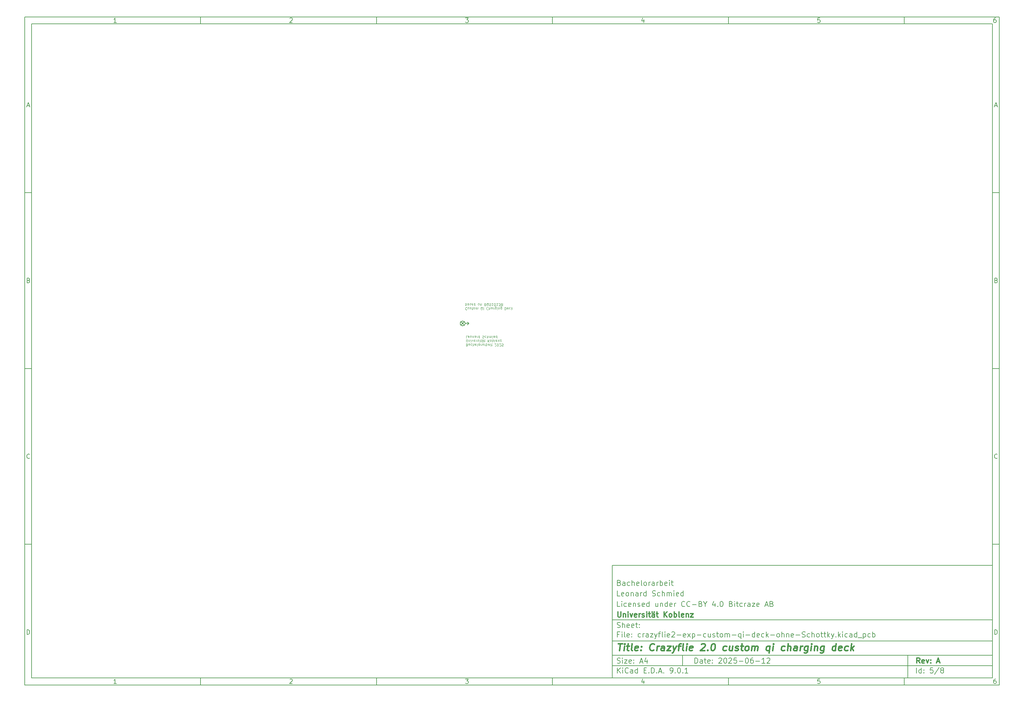
<source format=gbo>
%TF.GenerationSoftware,KiCad,Pcbnew,9.0.1*%
%TF.CreationDate,2025-07-31T18:48:44+02:00*%
%TF.ProjectId,crazyflie2-exp-custom-qi-deck-ohne-Schottky,6372617a-7966-46c6-9965-322d6578702d,A*%
%TF.SameCoordinates,Original*%
%TF.FileFunction,Legend,Bot*%
%TF.FilePolarity,Positive*%
%FSLAX46Y46*%
G04 Gerber Fmt 4.6, Leading zero omitted, Abs format (unit mm)*
G04 Created by KiCad (PCBNEW 9.0.1) date 2025-07-31 18:48:44*
%MOMM*%
%LPD*%
G01*
G04 APERTURE LIST*
%ADD10C,0.100000*%
%ADD11C,0.150000*%
%ADD12C,0.300000*%
%ADD13C,0.400000*%
%ADD14C,0.125000*%
G04 APERTURE END LIST*
D10*
D11*
X177002200Y-166007200D02*
X285002200Y-166007200D01*
X285002200Y-198007200D01*
X177002200Y-198007200D01*
X177002200Y-166007200D01*
D10*
D11*
X10000000Y-10000000D02*
X287002200Y-10000000D01*
X287002200Y-200007200D01*
X10000000Y-200007200D01*
X10000000Y-10000000D01*
D10*
D11*
X12000000Y-12000000D02*
X285002200Y-12000000D01*
X285002200Y-198007200D01*
X12000000Y-198007200D01*
X12000000Y-12000000D01*
D10*
D11*
X60000000Y-12000000D02*
X60000000Y-10000000D01*
D10*
D11*
X110000000Y-12000000D02*
X110000000Y-10000000D01*
D10*
D11*
X160000000Y-12000000D02*
X160000000Y-10000000D01*
D10*
D11*
X210000000Y-12000000D02*
X210000000Y-10000000D01*
D10*
D11*
X260000000Y-12000000D02*
X260000000Y-10000000D01*
D10*
D11*
X36089160Y-11593604D02*
X35346303Y-11593604D01*
X35717731Y-11593604D02*
X35717731Y-10293604D01*
X35717731Y-10293604D02*
X35593922Y-10479319D01*
X35593922Y-10479319D02*
X35470112Y-10603128D01*
X35470112Y-10603128D02*
X35346303Y-10665033D01*
D10*
D11*
X85346303Y-10417414D02*
X85408207Y-10355509D01*
X85408207Y-10355509D02*
X85532017Y-10293604D01*
X85532017Y-10293604D02*
X85841541Y-10293604D01*
X85841541Y-10293604D02*
X85965350Y-10355509D01*
X85965350Y-10355509D02*
X86027255Y-10417414D01*
X86027255Y-10417414D02*
X86089160Y-10541223D01*
X86089160Y-10541223D02*
X86089160Y-10665033D01*
X86089160Y-10665033D02*
X86027255Y-10850747D01*
X86027255Y-10850747D02*
X85284398Y-11593604D01*
X85284398Y-11593604D02*
X86089160Y-11593604D01*
D10*
D11*
X135284398Y-10293604D02*
X136089160Y-10293604D01*
X136089160Y-10293604D02*
X135655826Y-10788842D01*
X135655826Y-10788842D02*
X135841541Y-10788842D01*
X135841541Y-10788842D02*
X135965350Y-10850747D01*
X135965350Y-10850747D02*
X136027255Y-10912652D01*
X136027255Y-10912652D02*
X136089160Y-11036461D01*
X136089160Y-11036461D02*
X136089160Y-11345985D01*
X136089160Y-11345985D02*
X136027255Y-11469795D01*
X136027255Y-11469795D02*
X135965350Y-11531700D01*
X135965350Y-11531700D02*
X135841541Y-11593604D01*
X135841541Y-11593604D02*
X135470112Y-11593604D01*
X135470112Y-11593604D02*
X135346303Y-11531700D01*
X135346303Y-11531700D02*
X135284398Y-11469795D01*
D10*
D11*
X185965350Y-10726938D02*
X185965350Y-11593604D01*
X185655826Y-10231700D02*
X185346303Y-11160271D01*
X185346303Y-11160271D02*
X186151064Y-11160271D01*
D10*
D11*
X236027255Y-10293604D02*
X235408207Y-10293604D01*
X235408207Y-10293604D02*
X235346303Y-10912652D01*
X235346303Y-10912652D02*
X235408207Y-10850747D01*
X235408207Y-10850747D02*
X235532017Y-10788842D01*
X235532017Y-10788842D02*
X235841541Y-10788842D01*
X235841541Y-10788842D02*
X235965350Y-10850747D01*
X235965350Y-10850747D02*
X236027255Y-10912652D01*
X236027255Y-10912652D02*
X236089160Y-11036461D01*
X236089160Y-11036461D02*
X236089160Y-11345985D01*
X236089160Y-11345985D02*
X236027255Y-11469795D01*
X236027255Y-11469795D02*
X235965350Y-11531700D01*
X235965350Y-11531700D02*
X235841541Y-11593604D01*
X235841541Y-11593604D02*
X235532017Y-11593604D01*
X235532017Y-11593604D02*
X235408207Y-11531700D01*
X235408207Y-11531700D02*
X235346303Y-11469795D01*
D10*
D11*
X285965350Y-10293604D02*
X285717731Y-10293604D01*
X285717731Y-10293604D02*
X285593922Y-10355509D01*
X285593922Y-10355509D02*
X285532017Y-10417414D01*
X285532017Y-10417414D02*
X285408207Y-10603128D01*
X285408207Y-10603128D02*
X285346303Y-10850747D01*
X285346303Y-10850747D02*
X285346303Y-11345985D01*
X285346303Y-11345985D02*
X285408207Y-11469795D01*
X285408207Y-11469795D02*
X285470112Y-11531700D01*
X285470112Y-11531700D02*
X285593922Y-11593604D01*
X285593922Y-11593604D02*
X285841541Y-11593604D01*
X285841541Y-11593604D02*
X285965350Y-11531700D01*
X285965350Y-11531700D02*
X286027255Y-11469795D01*
X286027255Y-11469795D02*
X286089160Y-11345985D01*
X286089160Y-11345985D02*
X286089160Y-11036461D01*
X286089160Y-11036461D02*
X286027255Y-10912652D01*
X286027255Y-10912652D02*
X285965350Y-10850747D01*
X285965350Y-10850747D02*
X285841541Y-10788842D01*
X285841541Y-10788842D02*
X285593922Y-10788842D01*
X285593922Y-10788842D02*
X285470112Y-10850747D01*
X285470112Y-10850747D02*
X285408207Y-10912652D01*
X285408207Y-10912652D02*
X285346303Y-11036461D01*
D10*
D11*
X60000000Y-198007200D02*
X60000000Y-200007200D01*
D10*
D11*
X110000000Y-198007200D02*
X110000000Y-200007200D01*
D10*
D11*
X160000000Y-198007200D02*
X160000000Y-200007200D01*
D10*
D11*
X210000000Y-198007200D02*
X210000000Y-200007200D01*
D10*
D11*
X260000000Y-198007200D02*
X260000000Y-200007200D01*
D10*
D11*
X36089160Y-199600804D02*
X35346303Y-199600804D01*
X35717731Y-199600804D02*
X35717731Y-198300804D01*
X35717731Y-198300804D02*
X35593922Y-198486519D01*
X35593922Y-198486519D02*
X35470112Y-198610328D01*
X35470112Y-198610328D02*
X35346303Y-198672233D01*
D10*
D11*
X85346303Y-198424614D02*
X85408207Y-198362709D01*
X85408207Y-198362709D02*
X85532017Y-198300804D01*
X85532017Y-198300804D02*
X85841541Y-198300804D01*
X85841541Y-198300804D02*
X85965350Y-198362709D01*
X85965350Y-198362709D02*
X86027255Y-198424614D01*
X86027255Y-198424614D02*
X86089160Y-198548423D01*
X86089160Y-198548423D02*
X86089160Y-198672233D01*
X86089160Y-198672233D02*
X86027255Y-198857947D01*
X86027255Y-198857947D02*
X85284398Y-199600804D01*
X85284398Y-199600804D02*
X86089160Y-199600804D01*
D10*
D11*
X135284398Y-198300804D02*
X136089160Y-198300804D01*
X136089160Y-198300804D02*
X135655826Y-198796042D01*
X135655826Y-198796042D02*
X135841541Y-198796042D01*
X135841541Y-198796042D02*
X135965350Y-198857947D01*
X135965350Y-198857947D02*
X136027255Y-198919852D01*
X136027255Y-198919852D02*
X136089160Y-199043661D01*
X136089160Y-199043661D02*
X136089160Y-199353185D01*
X136089160Y-199353185D02*
X136027255Y-199476995D01*
X136027255Y-199476995D02*
X135965350Y-199538900D01*
X135965350Y-199538900D02*
X135841541Y-199600804D01*
X135841541Y-199600804D02*
X135470112Y-199600804D01*
X135470112Y-199600804D02*
X135346303Y-199538900D01*
X135346303Y-199538900D02*
X135284398Y-199476995D01*
D10*
D11*
X185965350Y-198734138D02*
X185965350Y-199600804D01*
X185655826Y-198238900D02*
X185346303Y-199167471D01*
X185346303Y-199167471D02*
X186151064Y-199167471D01*
D10*
D11*
X236027255Y-198300804D02*
X235408207Y-198300804D01*
X235408207Y-198300804D02*
X235346303Y-198919852D01*
X235346303Y-198919852D02*
X235408207Y-198857947D01*
X235408207Y-198857947D02*
X235532017Y-198796042D01*
X235532017Y-198796042D02*
X235841541Y-198796042D01*
X235841541Y-198796042D02*
X235965350Y-198857947D01*
X235965350Y-198857947D02*
X236027255Y-198919852D01*
X236027255Y-198919852D02*
X236089160Y-199043661D01*
X236089160Y-199043661D02*
X236089160Y-199353185D01*
X236089160Y-199353185D02*
X236027255Y-199476995D01*
X236027255Y-199476995D02*
X235965350Y-199538900D01*
X235965350Y-199538900D02*
X235841541Y-199600804D01*
X235841541Y-199600804D02*
X235532017Y-199600804D01*
X235532017Y-199600804D02*
X235408207Y-199538900D01*
X235408207Y-199538900D02*
X235346303Y-199476995D01*
D10*
D11*
X285965350Y-198300804D02*
X285717731Y-198300804D01*
X285717731Y-198300804D02*
X285593922Y-198362709D01*
X285593922Y-198362709D02*
X285532017Y-198424614D01*
X285532017Y-198424614D02*
X285408207Y-198610328D01*
X285408207Y-198610328D02*
X285346303Y-198857947D01*
X285346303Y-198857947D02*
X285346303Y-199353185D01*
X285346303Y-199353185D02*
X285408207Y-199476995D01*
X285408207Y-199476995D02*
X285470112Y-199538900D01*
X285470112Y-199538900D02*
X285593922Y-199600804D01*
X285593922Y-199600804D02*
X285841541Y-199600804D01*
X285841541Y-199600804D02*
X285965350Y-199538900D01*
X285965350Y-199538900D02*
X286027255Y-199476995D01*
X286027255Y-199476995D02*
X286089160Y-199353185D01*
X286089160Y-199353185D02*
X286089160Y-199043661D01*
X286089160Y-199043661D02*
X286027255Y-198919852D01*
X286027255Y-198919852D02*
X285965350Y-198857947D01*
X285965350Y-198857947D02*
X285841541Y-198796042D01*
X285841541Y-198796042D02*
X285593922Y-198796042D01*
X285593922Y-198796042D02*
X285470112Y-198857947D01*
X285470112Y-198857947D02*
X285408207Y-198919852D01*
X285408207Y-198919852D02*
X285346303Y-199043661D01*
D10*
D11*
X10000000Y-60000000D02*
X12000000Y-60000000D01*
D10*
D11*
X10000000Y-110000000D02*
X12000000Y-110000000D01*
D10*
D11*
X10000000Y-160000000D02*
X12000000Y-160000000D01*
D10*
D11*
X10690476Y-35222176D02*
X11309523Y-35222176D01*
X10566666Y-35593604D02*
X10999999Y-34293604D01*
X10999999Y-34293604D02*
X11433333Y-35593604D01*
D10*
D11*
X11092857Y-84912652D02*
X11278571Y-84974557D01*
X11278571Y-84974557D02*
X11340476Y-85036461D01*
X11340476Y-85036461D02*
X11402380Y-85160271D01*
X11402380Y-85160271D02*
X11402380Y-85345985D01*
X11402380Y-85345985D02*
X11340476Y-85469795D01*
X11340476Y-85469795D02*
X11278571Y-85531700D01*
X11278571Y-85531700D02*
X11154761Y-85593604D01*
X11154761Y-85593604D02*
X10659523Y-85593604D01*
X10659523Y-85593604D02*
X10659523Y-84293604D01*
X10659523Y-84293604D02*
X11092857Y-84293604D01*
X11092857Y-84293604D02*
X11216666Y-84355509D01*
X11216666Y-84355509D02*
X11278571Y-84417414D01*
X11278571Y-84417414D02*
X11340476Y-84541223D01*
X11340476Y-84541223D02*
X11340476Y-84665033D01*
X11340476Y-84665033D02*
X11278571Y-84788842D01*
X11278571Y-84788842D02*
X11216666Y-84850747D01*
X11216666Y-84850747D02*
X11092857Y-84912652D01*
X11092857Y-84912652D02*
X10659523Y-84912652D01*
D10*
D11*
X11402380Y-135469795D02*
X11340476Y-135531700D01*
X11340476Y-135531700D02*
X11154761Y-135593604D01*
X11154761Y-135593604D02*
X11030952Y-135593604D01*
X11030952Y-135593604D02*
X10845238Y-135531700D01*
X10845238Y-135531700D02*
X10721428Y-135407890D01*
X10721428Y-135407890D02*
X10659523Y-135284080D01*
X10659523Y-135284080D02*
X10597619Y-135036461D01*
X10597619Y-135036461D02*
X10597619Y-134850747D01*
X10597619Y-134850747D02*
X10659523Y-134603128D01*
X10659523Y-134603128D02*
X10721428Y-134479319D01*
X10721428Y-134479319D02*
X10845238Y-134355509D01*
X10845238Y-134355509D02*
X11030952Y-134293604D01*
X11030952Y-134293604D02*
X11154761Y-134293604D01*
X11154761Y-134293604D02*
X11340476Y-134355509D01*
X11340476Y-134355509D02*
X11402380Y-134417414D01*
D10*
D11*
X10659523Y-185593604D02*
X10659523Y-184293604D01*
X10659523Y-184293604D02*
X10969047Y-184293604D01*
X10969047Y-184293604D02*
X11154761Y-184355509D01*
X11154761Y-184355509D02*
X11278571Y-184479319D01*
X11278571Y-184479319D02*
X11340476Y-184603128D01*
X11340476Y-184603128D02*
X11402380Y-184850747D01*
X11402380Y-184850747D02*
X11402380Y-185036461D01*
X11402380Y-185036461D02*
X11340476Y-185284080D01*
X11340476Y-185284080D02*
X11278571Y-185407890D01*
X11278571Y-185407890D02*
X11154761Y-185531700D01*
X11154761Y-185531700D02*
X10969047Y-185593604D01*
X10969047Y-185593604D02*
X10659523Y-185593604D01*
D10*
D11*
X287002200Y-60000000D02*
X285002200Y-60000000D01*
D10*
D11*
X287002200Y-110000000D02*
X285002200Y-110000000D01*
D10*
D11*
X287002200Y-160000000D02*
X285002200Y-160000000D01*
D10*
D11*
X285692676Y-35222176D02*
X286311723Y-35222176D01*
X285568866Y-35593604D02*
X286002199Y-34293604D01*
X286002199Y-34293604D02*
X286435533Y-35593604D01*
D10*
D11*
X286095057Y-84912652D02*
X286280771Y-84974557D01*
X286280771Y-84974557D02*
X286342676Y-85036461D01*
X286342676Y-85036461D02*
X286404580Y-85160271D01*
X286404580Y-85160271D02*
X286404580Y-85345985D01*
X286404580Y-85345985D02*
X286342676Y-85469795D01*
X286342676Y-85469795D02*
X286280771Y-85531700D01*
X286280771Y-85531700D02*
X286156961Y-85593604D01*
X286156961Y-85593604D02*
X285661723Y-85593604D01*
X285661723Y-85593604D02*
X285661723Y-84293604D01*
X285661723Y-84293604D02*
X286095057Y-84293604D01*
X286095057Y-84293604D02*
X286218866Y-84355509D01*
X286218866Y-84355509D02*
X286280771Y-84417414D01*
X286280771Y-84417414D02*
X286342676Y-84541223D01*
X286342676Y-84541223D02*
X286342676Y-84665033D01*
X286342676Y-84665033D02*
X286280771Y-84788842D01*
X286280771Y-84788842D02*
X286218866Y-84850747D01*
X286218866Y-84850747D02*
X286095057Y-84912652D01*
X286095057Y-84912652D02*
X285661723Y-84912652D01*
D10*
D11*
X286404580Y-135469795D02*
X286342676Y-135531700D01*
X286342676Y-135531700D02*
X286156961Y-135593604D01*
X286156961Y-135593604D02*
X286033152Y-135593604D01*
X286033152Y-135593604D02*
X285847438Y-135531700D01*
X285847438Y-135531700D02*
X285723628Y-135407890D01*
X285723628Y-135407890D02*
X285661723Y-135284080D01*
X285661723Y-135284080D02*
X285599819Y-135036461D01*
X285599819Y-135036461D02*
X285599819Y-134850747D01*
X285599819Y-134850747D02*
X285661723Y-134603128D01*
X285661723Y-134603128D02*
X285723628Y-134479319D01*
X285723628Y-134479319D02*
X285847438Y-134355509D01*
X285847438Y-134355509D02*
X286033152Y-134293604D01*
X286033152Y-134293604D02*
X286156961Y-134293604D01*
X286156961Y-134293604D02*
X286342676Y-134355509D01*
X286342676Y-134355509D02*
X286404580Y-134417414D01*
D10*
D11*
X285661723Y-185593604D02*
X285661723Y-184293604D01*
X285661723Y-184293604D02*
X285971247Y-184293604D01*
X285971247Y-184293604D02*
X286156961Y-184355509D01*
X286156961Y-184355509D02*
X286280771Y-184479319D01*
X286280771Y-184479319D02*
X286342676Y-184603128D01*
X286342676Y-184603128D02*
X286404580Y-184850747D01*
X286404580Y-184850747D02*
X286404580Y-185036461D01*
X286404580Y-185036461D02*
X286342676Y-185284080D01*
X286342676Y-185284080D02*
X286280771Y-185407890D01*
X286280771Y-185407890D02*
X286156961Y-185531700D01*
X286156961Y-185531700D02*
X285971247Y-185593604D01*
X285971247Y-185593604D02*
X285661723Y-185593604D01*
D10*
D11*
X200458026Y-193793328D02*
X200458026Y-192293328D01*
X200458026Y-192293328D02*
X200815169Y-192293328D01*
X200815169Y-192293328D02*
X201029455Y-192364757D01*
X201029455Y-192364757D02*
X201172312Y-192507614D01*
X201172312Y-192507614D02*
X201243741Y-192650471D01*
X201243741Y-192650471D02*
X201315169Y-192936185D01*
X201315169Y-192936185D02*
X201315169Y-193150471D01*
X201315169Y-193150471D02*
X201243741Y-193436185D01*
X201243741Y-193436185D02*
X201172312Y-193579042D01*
X201172312Y-193579042D02*
X201029455Y-193721900D01*
X201029455Y-193721900D02*
X200815169Y-193793328D01*
X200815169Y-193793328D02*
X200458026Y-193793328D01*
X202600884Y-193793328D02*
X202600884Y-193007614D01*
X202600884Y-193007614D02*
X202529455Y-192864757D01*
X202529455Y-192864757D02*
X202386598Y-192793328D01*
X202386598Y-192793328D02*
X202100884Y-192793328D01*
X202100884Y-192793328D02*
X201958026Y-192864757D01*
X202600884Y-193721900D02*
X202458026Y-193793328D01*
X202458026Y-193793328D02*
X202100884Y-193793328D01*
X202100884Y-193793328D02*
X201958026Y-193721900D01*
X201958026Y-193721900D02*
X201886598Y-193579042D01*
X201886598Y-193579042D02*
X201886598Y-193436185D01*
X201886598Y-193436185D02*
X201958026Y-193293328D01*
X201958026Y-193293328D02*
X202100884Y-193221900D01*
X202100884Y-193221900D02*
X202458026Y-193221900D01*
X202458026Y-193221900D02*
X202600884Y-193150471D01*
X203100884Y-192793328D02*
X203672312Y-192793328D01*
X203315169Y-192293328D02*
X203315169Y-193579042D01*
X203315169Y-193579042D02*
X203386598Y-193721900D01*
X203386598Y-193721900D02*
X203529455Y-193793328D01*
X203529455Y-193793328D02*
X203672312Y-193793328D01*
X204743741Y-193721900D02*
X204600884Y-193793328D01*
X204600884Y-193793328D02*
X204315170Y-193793328D01*
X204315170Y-193793328D02*
X204172312Y-193721900D01*
X204172312Y-193721900D02*
X204100884Y-193579042D01*
X204100884Y-193579042D02*
X204100884Y-193007614D01*
X204100884Y-193007614D02*
X204172312Y-192864757D01*
X204172312Y-192864757D02*
X204315170Y-192793328D01*
X204315170Y-192793328D02*
X204600884Y-192793328D01*
X204600884Y-192793328D02*
X204743741Y-192864757D01*
X204743741Y-192864757D02*
X204815170Y-193007614D01*
X204815170Y-193007614D02*
X204815170Y-193150471D01*
X204815170Y-193150471D02*
X204100884Y-193293328D01*
X205458026Y-193650471D02*
X205529455Y-193721900D01*
X205529455Y-193721900D02*
X205458026Y-193793328D01*
X205458026Y-193793328D02*
X205386598Y-193721900D01*
X205386598Y-193721900D02*
X205458026Y-193650471D01*
X205458026Y-193650471D02*
X205458026Y-193793328D01*
X205458026Y-192864757D02*
X205529455Y-192936185D01*
X205529455Y-192936185D02*
X205458026Y-193007614D01*
X205458026Y-193007614D02*
X205386598Y-192936185D01*
X205386598Y-192936185D02*
X205458026Y-192864757D01*
X205458026Y-192864757D02*
X205458026Y-193007614D01*
X207243741Y-192436185D02*
X207315169Y-192364757D01*
X207315169Y-192364757D02*
X207458027Y-192293328D01*
X207458027Y-192293328D02*
X207815169Y-192293328D01*
X207815169Y-192293328D02*
X207958027Y-192364757D01*
X207958027Y-192364757D02*
X208029455Y-192436185D01*
X208029455Y-192436185D02*
X208100884Y-192579042D01*
X208100884Y-192579042D02*
X208100884Y-192721900D01*
X208100884Y-192721900D02*
X208029455Y-192936185D01*
X208029455Y-192936185D02*
X207172312Y-193793328D01*
X207172312Y-193793328D02*
X208100884Y-193793328D01*
X209029455Y-192293328D02*
X209172312Y-192293328D01*
X209172312Y-192293328D02*
X209315169Y-192364757D01*
X209315169Y-192364757D02*
X209386598Y-192436185D01*
X209386598Y-192436185D02*
X209458026Y-192579042D01*
X209458026Y-192579042D02*
X209529455Y-192864757D01*
X209529455Y-192864757D02*
X209529455Y-193221900D01*
X209529455Y-193221900D02*
X209458026Y-193507614D01*
X209458026Y-193507614D02*
X209386598Y-193650471D01*
X209386598Y-193650471D02*
X209315169Y-193721900D01*
X209315169Y-193721900D02*
X209172312Y-193793328D01*
X209172312Y-193793328D02*
X209029455Y-193793328D01*
X209029455Y-193793328D02*
X208886598Y-193721900D01*
X208886598Y-193721900D02*
X208815169Y-193650471D01*
X208815169Y-193650471D02*
X208743740Y-193507614D01*
X208743740Y-193507614D02*
X208672312Y-193221900D01*
X208672312Y-193221900D02*
X208672312Y-192864757D01*
X208672312Y-192864757D02*
X208743740Y-192579042D01*
X208743740Y-192579042D02*
X208815169Y-192436185D01*
X208815169Y-192436185D02*
X208886598Y-192364757D01*
X208886598Y-192364757D02*
X209029455Y-192293328D01*
X210100883Y-192436185D02*
X210172311Y-192364757D01*
X210172311Y-192364757D02*
X210315169Y-192293328D01*
X210315169Y-192293328D02*
X210672311Y-192293328D01*
X210672311Y-192293328D02*
X210815169Y-192364757D01*
X210815169Y-192364757D02*
X210886597Y-192436185D01*
X210886597Y-192436185D02*
X210958026Y-192579042D01*
X210958026Y-192579042D02*
X210958026Y-192721900D01*
X210958026Y-192721900D02*
X210886597Y-192936185D01*
X210886597Y-192936185D02*
X210029454Y-193793328D01*
X210029454Y-193793328D02*
X210958026Y-193793328D01*
X212315168Y-192293328D02*
X211600882Y-192293328D01*
X211600882Y-192293328D02*
X211529454Y-193007614D01*
X211529454Y-193007614D02*
X211600882Y-192936185D01*
X211600882Y-192936185D02*
X211743740Y-192864757D01*
X211743740Y-192864757D02*
X212100882Y-192864757D01*
X212100882Y-192864757D02*
X212243740Y-192936185D01*
X212243740Y-192936185D02*
X212315168Y-193007614D01*
X212315168Y-193007614D02*
X212386597Y-193150471D01*
X212386597Y-193150471D02*
X212386597Y-193507614D01*
X212386597Y-193507614D02*
X212315168Y-193650471D01*
X212315168Y-193650471D02*
X212243740Y-193721900D01*
X212243740Y-193721900D02*
X212100882Y-193793328D01*
X212100882Y-193793328D02*
X211743740Y-193793328D01*
X211743740Y-193793328D02*
X211600882Y-193721900D01*
X211600882Y-193721900D02*
X211529454Y-193650471D01*
X213029453Y-193221900D02*
X214172311Y-193221900D01*
X215172311Y-192293328D02*
X215315168Y-192293328D01*
X215315168Y-192293328D02*
X215458025Y-192364757D01*
X215458025Y-192364757D02*
X215529454Y-192436185D01*
X215529454Y-192436185D02*
X215600882Y-192579042D01*
X215600882Y-192579042D02*
X215672311Y-192864757D01*
X215672311Y-192864757D02*
X215672311Y-193221900D01*
X215672311Y-193221900D02*
X215600882Y-193507614D01*
X215600882Y-193507614D02*
X215529454Y-193650471D01*
X215529454Y-193650471D02*
X215458025Y-193721900D01*
X215458025Y-193721900D02*
X215315168Y-193793328D01*
X215315168Y-193793328D02*
X215172311Y-193793328D01*
X215172311Y-193793328D02*
X215029454Y-193721900D01*
X215029454Y-193721900D02*
X214958025Y-193650471D01*
X214958025Y-193650471D02*
X214886596Y-193507614D01*
X214886596Y-193507614D02*
X214815168Y-193221900D01*
X214815168Y-193221900D02*
X214815168Y-192864757D01*
X214815168Y-192864757D02*
X214886596Y-192579042D01*
X214886596Y-192579042D02*
X214958025Y-192436185D01*
X214958025Y-192436185D02*
X215029454Y-192364757D01*
X215029454Y-192364757D02*
X215172311Y-192293328D01*
X216958025Y-192293328D02*
X216672310Y-192293328D01*
X216672310Y-192293328D02*
X216529453Y-192364757D01*
X216529453Y-192364757D02*
X216458025Y-192436185D01*
X216458025Y-192436185D02*
X216315167Y-192650471D01*
X216315167Y-192650471D02*
X216243739Y-192936185D01*
X216243739Y-192936185D02*
X216243739Y-193507614D01*
X216243739Y-193507614D02*
X216315167Y-193650471D01*
X216315167Y-193650471D02*
X216386596Y-193721900D01*
X216386596Y-193721900D02*
X216529453Y-193793328D01*
X216529453Y-193793328D02*
X216815167Y-193793328D01*
X216815167Y-193793328D02*
X216958025Y-193721900D01*
X216958025Y-193721900D02*
X217029453Y-193650471D01*
X217029453Y-193650471D02*
X217100882Y-193507614D01*
X217100882Y-193507614D02*
X217100882Y-193150471D01*
X217100882Y-193150471D02*
X217029453Y-193007614D01*
X217029453Y-193007614D02*
X216958025Y-192936185D01*
X216958025Y-192936185D02*
X216815167Y-192864757D01*
X216815167Y-192864757D02*
X216529453Y-192864757D01*
X216529453Y-192864757D02*
X216386596Y-192936185D01*
X216386596Y-192936185D02*
X216315167Y-193007614D01*
X216315167Y-193007614D02*
X216243739Y-193150471D01*
X217743738Y-193221900D02*
X218886596Y-193221900D01*
X220386596Y-193793328D02*
X219529453Y-193793328D01*
X219958024Y-193793328D02*
X219958024Y-192293328D01*
X219958024Y-192293328D02*
X219815167Y-192507614D01*
X219815167Y-192507614D02*
X219672310Y-192650471D01*
X219672310Y-192650471D02*
X219529453Y-192721900D01*
X220958024Y-192436185D02*
X221029452Y-192364757D01*
X221029452Y-192364757D02*
X221172310Y-192293328D01*
X221172310Y-192293328D02*
X221529452Y-192293328D01*
X221529452Y-192293328D02*
X221672310Y-192364757D01*
X221672310Y-192364757D02*
X221743738Y-192436185D01*
X221743738Y-192436185D02*
X221815167Y-192579042D01*
X221815167Y-192579042D02*
X221815167Y-192721900D01*
X221815167Y-192721900D02*
X221743738Y-192936185D01*
X221743738Y-192936185D02*
X220886595Y-193793328D01*
X220886595Y-193793328D02*
X221815167Y-193793328D01*
D10*
D11*
X177002200Y-194507200D02*
X285002200Y-194507200D01*
D10*
D11*
X178458026Y-196593328D02*
X178458026Y-195093328D01*
X179315169Y-196593328D02*
X178672312Y-195736185D01*
X179315169Y-195093328D02*
X178458026Y-195950471D01*
X179958026Y-196593328D02*
X179958026Y-195593328D01*
X179958026Y-195093328D02*
X179886598Y-195164757D01*
X179886598Y-195164757D02*
X179958026Y-195236185D01*
X179958026Y-195236185D02*
X180029455Y-195164757D01*
X180029455Y-195164757D02*
X179958026Y-195093328D01*
X179958026Y-195093328D02*
X179958026Y-195236185D01*
X181529455Y-196450471D02*
X181458027Y-196521900D01*
X181458027Y-196521900D02*
X181243741Y-196593328D01*
X181243741Y-196593328D02*
X181100884Y-196593328D01*
X181100884Y-196593328D02*
X180886598Y-196521900D01*
X180886598Y-196521900D02*
X180743741Y-196379042D01*
X180743741Y-196379042D02*
X180672312Y-196236185D01*
X180672312Y-196236185D02*
X180600884Y-195950471D01*
X180600884Y-195950471D02*
X180600884Y-195736185D01*
X180600884Y-195736185D02*
X180672312Y-195450471D01*
X180672312Y-195450471D02*
X180743741Y-195307614D01*
X180743741Y-195307614D02*
X180886598Y-195164757D01*
X180886598Y-195164757D02*
X181100884Y-195093328D01*
X181100884Y-195093328D02*
X181243741Y-195093328D01*
X181243741Y-195093328D02*
X181458027Y-195164757D01*
X181458027Y-195164757D02*
X181529455Y-195236185D01*
X182815170Y-196593328D02*
X182815170Y-195807614D01*
X182815170Y-195807614D02*
X182743741Y-195664757D01*
X182743741Y-195664757D02*
X182600884Y-195593328D01*
X182600884Y-195593328D02*
X182315170Y-195593328D01*
X182315170Y-195593328D02*
X182172312Y-195664757D01*
X182815170Y-196521900D02*
X182672312Y-196593328D01*
X182672312Y-196593328D02*
X182315170Y-196593328D01*
X182315170Y-196593328D02*
X182172312Y-196521900D01*
X182172312Y-196521900D02*
X182100884Y-196379042D01*
X182100884Y-196379042D02*
X182100884Y-196236185D01*
X182100884Y-196236185D02*
X182172312Y-196093328D01*
X182172312Y-196093328D02*
X182315170Y-196021900D01*
X182315170Y-196021900D02*
X182672312Y-196021900D01*
X182672312Y-196021900D02*
X182815170Y-195950471D01*
X184172313Y-196593328D02*
X184172313Y-195093328D01*
X184172313Y-196521900D02*
X184029455Y-196593328D01*
X184029455Y-196593328D02*
X183743741Y-196593328D01*
X183743741Y-196593328D02*
X183600884Y-196521900D01*
X183600884Y-196521900D02*
X183529455Y-196450471D01*
X183529455Y-196450471D02*
X183458027Y-196307614D01*
X183458027Y-196307614D02*
X183458027Y-195879042D01*
X183458027Y-195879042D02*
X183529455Y-195736185D01*
X183529455Y-195736185D02*
X183600884Y-195664757D01*
X183600884Y-195664757D02*
X183743741Y-195593328D01*
X183743741Y-195593328D02*
X184029455Y-195593328D01*
X184029455Y-195593328D02*
X184172313Y-195664757D01*
X186029455Y-195807614D02*
X186529455Y-195807614D01*
X186743741Y-196593328D02*
X186029455Y-196593328D01*
X186029455Y-196593328D02*
X186029455Y-195093328D01*
X186029455Y-195093328D02*
X186743741Y-195093328D01*
X187386598Y-196450471D02*
X187458027Y-196521900D01*
X187458027Y-196521900D02*
X187386598Y-196593328D01*
X187386598Y-196593328D02*
X187315170Y-196521900D01*
X187315170Y-196521900D02*
X187386598Y-196450471D01*
X187386598Y-196450471D02*
X187386598Y-196593328D01*
X188100884Y-196593328D02*
X188100884Y-195093328D01*
X188100884Y-195093328D02*
X188458027Y-195093328D01*
X188458027Y-195093328D02*
X188672313Y-195164757D01*
X188672313Y-195164757D02*
X188815170Y-195307614D01*
X188815170Y-195307614D02*
X188886599Y-195450471D01*
X188886599Y-195450471D02*
X188958027Y-195736185D01*
X188958027Y-195736185D02*
X188958027Y-195950471D01*
X188958027Y-195950471D02*
X188886599Y-196236185D01*
X188886599Y-196236185D02*
X188815170Y-196379042D01*
X188815170Y-196379042D02*
X188672313Y-196521900D01*
X188672313Y-196521900D02*
X188458027Y-196593328D01*
X188458027Y-196593328D02*
X188100884Y-196593328D01*
X189600884Y-196450471D02*
X189672313Y-196521900D01*
X189672313Y-196521900D02*
X189600884Y-196593328D01*
X189600884Y-196593328D02*
X189529456Y-196521900D01*
X189529456Y-196521900D02*
X189600884Y-196450471D01*
X189600884Y-196450471D02*
X189600884Y-196593328D01*
X190243742Y-196164757D02*
X190958028Y-196164757D01*
X190100885Y-196593328D02*
X190600885Y-195093328D01*
X190600885Y-195093328D02*
X191100885Y-196593328D01*
X191600884Y-196450471D02*
X191672313Y-196521900D01*
X191672313Y-196521900D02*
X191600884Y-196593328D01*
X191600884Y-196593328D02*
X191529456Y-196521900D01*
X191529456Y-196521900D02*
X191600884Y-196450471D01*
X191600884Y-196450471D02*
X191600884Y-196593328D01*
X193529456Y-196593328D02*
X193815170Y-196593328D01*
X193815170Y-196593328D02*
X193958027Y-196521900D01*
X193958027Y-196521900D02*
X194029456Y-196450471D01*
X194029456Y-196450471D02*
X194172313Y-196236185D01*
X194172313Y-196236185D02*
X194243742Y-195950471D01*
X194243742Y-195950471D02*
X194243742Y-195379042D01*
X194243742Y-195379042D02*
X194172313Y-195236185D01*
X194172313Y-195236185D02*
X194100885Y-195164757D01*
X194100885Y-195164757D02*
X193958027Y-195093328D01*
X193958027Y-195093328D02*
X193672313Y-195093328D01*
X193672313Y-195093328D02*
X193529456Y-195164757D01*
X193529456Y-195164757D02*
X193458027Y-195236185D01*
X193458027Y-195236185D02*
X193386599Y-195379042D01*
X193386599Y-195379042D02*
X193386599Y-195736185D01*
X193386599Y-195736185D02*
X193458027Y-195879042D01*
X193458027Y-195879042D02*
X193529456Y-195950471D01*
X193529456Y-195950471D02*
X193672313Y-196021900D01*
X193672313Y-196021900D02*
X193958027Y-196021900D01*
X193958027Y-196021900D02*
X194100885Y-195950471D01*
X194100885Y-195950471D02*
X194172313Y-195879042D01*
X194172313Y-195879042D02*
X194243742Y-195736185D01*
X194886598Y-196450471D02*
X194958027Y-196521900D01*
X194958027Y-196521900D02*
X194886598Y-196593328D01*
X194886598Y-196593328D02*
X194815170Y-196521900D01*
X194815170Y-196521900D02*
X194886598Y-196450471D01*
X194886598Y-196450471D02*
X194886598Y-196593328D01*
X195886599Y-195093328D02*
X196029456Y-195093328D01*
X196029456Y-195093328D02*
X196172313Y-195164757D01*
X196172313Y-195164757D02*
X196243742Y-195236185D01*
X196243742Y-195236185D02*
X196315170Y-195379042D01*
X196315170Y-195379042D02*
X196386599Y-195664757D01*
X196386599Y-195664757D02*
X196386599Y-196021900D01*
X196386599Y-196021900D02*
X196315170Y-196307614D01*
X196315170Y-196307614D02*
X196243742Y-196450471D01*
X196243742Y-196450471D02*
X196172313Y-196521900D01*
X196172313Y-196521900D02*
X196029456Y-196593328D01*
X196029456Y-196593328D02*
X195886599Y-196593328D01*
X195886599Y-196593328D02*
X195743742Y-196521900D01*
X195743742Y-196521900D02*
X195672313Y-196450471D01*
X195672313Y-196450471D02*
X195600884Y-196307614D01*
X195600884Y-196307614D02*
X195529456Y-196021900D01*
X195529456Y-196021900D02*
X195529456Y-195664757D01*
X195529456Y-195664757D02*
X195600884Y-195379042D01*
X195600884Y-195379042D02*
X195672313Y-195236185D01*
X195672313Y-195236185D02*
X195743742Y-195164757D01*
X195743742Y-195164757D02*
X195886599Y-195093328D01*
X197029455Y-196450471D02*
X197100884Y-196521900D01*
X197100884Y-196521900D02*
X197029455Y-196593328D01*
X197029455Y-196593328D02*
X196958027Y-196521900D01*
X196958027Y-196521900D02*
X197029455Y-196450471D01*
X197029455Y-196450471D02*
X197029455Y-196593328D01*
X198529456Y-196593328D02*
X197672313Y-196593328D01*
X198100884Y-196593328D02*
X198100884Y-195093328D01*
X198100884Y-195093328D02*
X197958027Y-195307614D01*
X197958027Y-195307614D02*
X197815170Y-195450471D01*
X197815170Y-195450471D02*
X197672313Y-195521900D01*
D10*
D11*
X177002200Y-191507200D02*
X285002200Y-191507200D01*
D10*
D12*
X264413853Y-193785528D02*
X263913853Y-193071242D01*
X263556710Y-193785528D02*
X263556710Y-192285528D01*
X263556710Y-192285528D02*
X264128139Y-192285528D01*
X264128139Y-192285528D02*
X264270996Y-192356957D01*
X264270996Y-192356957D02*
X264342425Y-192428385D01*
X264342425Y-192428385D02*
X264413853Y-192571242D01*
X264413853Y-192571242D02*
X264413853Y-192785528D01*
X264413853Y-192785528D02*
X264342425Y-192928385D01*
X264342425Y-192928385D02*
X264270996Y-192999814D01*
X264270996Y-192999814D02*
X264128139Y-193071242D01*
X264128139Y-193071242D02*
X263556710Y-193071242D01*
X265628139Y-193714100D02*
X265485282Y-193785528D01*
X265485282Y-193785528D02*
X265199568Y-193785528D01*
X265199568Y-193785528D02*
X265056710Y-193714100D01*
X265056710Y-193714100D02*
X264985282Y-193571242D01*
X264985282Y-193571242D02*
X264985282Y-192999814D01*
X264985282Y-192999814D02*
X265056710Y-192856957D01*
X265056710Y-192856957D02*
X265199568Y-192785528D01*
X265199568Y-192785528D02*
X265485282Y-192785528D01*
X265485282Y-192785528D02*
X265628139Y-192856957D01*
X265628139Y-192856957D02*
X265699568Y-192999814D01*
X265699568Y-192999814D02*
X265699568Y-193142671D01*
X265699568Y-193142671D02*
X264985282Y-193285528D01*
X266199567Y-192785528D02*
X266556710Y-193785528D01*
X266556710Y-193785528D02*
X266913853Y-192785528D01*
X267485281Y-193642671D02*
X267556710Y-193714100D01*
X267556710Y-193714100D02*
X267485281Y-193785528D01*
X267485281Y-193785528D02*
X267413853Y-193714100D01*
X267413853Y-193714100D02*
X267485281Y-193642671D01*
X267485281Y-193642671D02*
X267485281Y-193785528D01*
X267485281Y-192856957D02*
X267556710Y-192928385D01*
X267556710Y-192928385D02*
X267485281Y-192999814D01*
X267485281Y-192999814D02*
X267413853Y-192928385D01*
X267413853Y-192928385D02*
X267485281Y-192856957D01*
X267485281Y-192856957D02*
X267485281Y-192999814D01*
X269270996Y-193356957D02*
X269985282Y-193356957D01*
X269128139Y-193785528D02*
X269628139Y-192285528D01*
X269628139Y-192285528D02*
X270128139Y-193785528D01*
D10*
D11*
X178386598Y-193721900D02*
X178600884Y-193793328D01*
X178600884Y-193793328D02*
X178958026Y-193793328D01*
X178958026Y-193793328D02*
X179100884Y-193721900D01*
X179100884Y-193721900D02*
X179172312Y-193650471D01*
X179172312Y-193650471D02*
X179243741Y-193507614D01*
X179243741Y-193507614D02*
X179243741Y-193364757D01*
X179243741Y-193364757D02*
X179172312Y-193221900D01*
X179172312Y-193221900D02*
X179100884Y-193150471D01*
X179100884Y-193150471D02*
X178958026Y-193079042D01*
X178958026Y-193079042D02*
X178672312Y-193007614D01*
X178672312Y-193007614D02*
X178529455Y-192936185D01*
X178529455Y-192936185D02*
X178458026Y-192864757D01*
X178458026Y-192864757D02*
X178386598Y-192721900D01*
X178386598Y-192721900D02*
X178386598Y-192579042D01*
X178386598Y-192579042D02*
X178458026Y-192436185D01*
X178458026Y-192436185D02*
X178529455Y-192364757D01*
X178529455Y-192364757D02*
X178672312Y-192293328D01*
X178672312Y-192293328D02*
X179029455Y-192293328D01*
X179029455Y-192293328D02*
X179243741Y-192364757D01*
X179886597Y-193793328D02*
X179886597Y-192793328D01*
X179886597Y-192293328D02*
X179815169Y-192364757D01*
X179815169Y-192364757D02*
X179886597Y-192436185D01*
X179886597Y-192436185D02*
X179958026Y-192364757D01*
X179958026Y-192364757D02*
X179886597Y-192293328D01*
X179886597Y-192293328D02*
X179886597Y-192436185D01*
X180458026Y-192793328D02*
X181243741Y-192793328D01*
X181243741Y-192793328D02*
X180458026Y-193793328D01*
X180458026Y-193793328D02*
X181243741Y-193793328D01*
X182386598Y-193721900D02*
X182243741Y-193793328D01*
X182243741Y-193793328D02*
X181958027Y-193793328D01*
X181958027Y-193793328D02*
X181815169Y-193721900D01*
X181815169Y-193721900D02*
X181743741Y-193579042D01*
X181743741Y-193579042D02*
X181743741Y-193007614D01*
X181743741Y-193007614D02*
X181815169Y-192864757D01*
X181815169Y-192864757D02*
X181958027Y-192793328D01*
X181958027Y-192793328D02*
X182243741Y-192793328D01*
X182243741Y-192793328D02*
X182386598Y-192864757D01*
X182386598Y-192864757D02*
X182458027Y-193007614D01*
X182458027Y-193007614D02*
X182458027Y-193150471D01*
X182458027Y-193150471D02*
X181743741Y-193293328D01*
X183100883Y-193650471D02*
X183172312Y-193721900D01*
X183172312Y-193721900D02*
X183100883Y-193793328D01*
X183100883Y-193793328D02*
X183029455Y-193721900D01*
X183029455Y-193721900D02*
X183100883Y-193650471D01*
X183100883Y-193650471D02*
X183100883Y-193793328D01*
X183100883Y-192864757D02*
X183172312Y-192936185D01*
X183172312Y-192936185D02*
X183100883Y-193007614D01*
X183100883Y-193007614D02*
X183029455Y-192936185D01*
X183029455Y-192936185D02*
X183100883Y-192864757D01*
X183100883Y-192864757D02*
X183100883Y-193007614D01*
X184886598Y-193364757D02*
X185600884Y-193364757D01*
X184743741Y-193793328D02*
X185243741Y-192293328D01*
X185243741Y-192293328D02*
X185743741Y-193793328D01*
X186886598Y-192793328D02*
X186886598Y-193793328D01*
X186529455Y-192221900D02*
X186172312Y-193293328D01*
X186172312Y-193293328D02*
X187100883Y-193293328D01*
D10*
D11*
X263458026Y-196593328D02*
X263458026Y-195093328D01*
X264815170Y-196593328D02*
X264815170Y-195093328D01*
X264815170Y-196521900D02*
X264672312Y-196593328D01*
X264672312Y-196593328D02*
X264386598Y-196593328D01*
X264386598Y-196593328D02*
X264243741Y-196521900D01*
X264243741Y-196521900D02*
X264172312Y-196450471D01*
X264172312Y-196450471D02*
X264100884Y-196307614D01*
X264100884Y-196307614D02*
X264100884Y-195879042D01*
X264100884Y-195879042D02*
X264172312Y-195736185D01*
X264172312Y-195736185D02*
X264243741Y-195664757D01*
X264243741Y-195664757D02*
X264386598Y-195593328D01*
X264386598Y-195593328D02*
X264672312Y-195593328D01*
X264672312Y-195593328D02*
X264815170Y-195664757D01*
X265529455Y-196450471D02*
X265600884Y-196521900D01*
X265600884Y-196521900D02*
X265529455Y-196593328D01*
X265529455Y-196593328D02*
X265458027Y-196521900D01*
X265458027Y-196521900D02*
X265529455Y-196450471D01*
X265529455Y-196450471D02*
X265529455Y-196593328D01*
X265529455Y-195664757D02*
X265600884Y-195736185D01*
X265600884Y-195736185D02*
X265529455Y-195807614D01*
X265529455Y-195807614D02*
X265458027Y-195736185D01*
X265458027Y-195736185D02*
X265529455Y-195664757D01*
X265529455Y-195664757D02*
X265529455Y-195807614D01*
X268100884Y-195093328D02*
X267386598Y-195093328D01*
X267386598Y-195093328D02*
X267315170Y-195807614D01*
X267315170Y-195807614D02*
X267386598Y-195736185D01*
X267386598Y-195736185D02*
X267529456Y-195664757D01*
X267529456Y-195664757D02*
X267886598Y-195664757D01*
X267886598Y-195664757D02*
X268029456Y-195736185D01*
X268029456Y-195736185D02*
X268100884Y-195807614D01*
X268100884Y-195807614D02*
X268172313Y-195950471D01*
X268172313Y-195950471D02*
X268172313Y-196307614D01*
X268172313Y-196307614D02*
X268100884Y-196450471D01*
X268100884Y-196450471D02*
X268029456Y-196521900D01*
X268029456Y-196521900D02*
X267886598Y-196593328D01*
X267886598Y-196593328D02*
X267529456Y-196593328D01*
X267529456Y-196593328D02*
X267386598Y-196521900D01*
X267386598Y-196521900D02*
X267315170Y-196450471D01*
X269886598Y-195021900D02*
X268600884Y-196950471D01*
X270600884Y-195736185D02*
X270458027Y-195664757D01*
X270458027Y-195664757D02*
X270386598Y-195593328D01*
X270386598Y-195593328D02*
X270315170Y-195450471D01*
X270315170Y-195450471D02*
X270315170Y-195379042D01*
X270315170Y-195379042D02*
X270386598Y-195236185D01*
X270386598Y-195236185D02*
X270458027Y-195164757D01*
X270458027Y-195164757D02*
X270600884Y-195093328D01*
X270600884Y-195093328D02*
X270886598Y-195093328D01*
X270886598Y-195093328D02*
X271029456Y-195164757D01*
X271029456Y-195164757D02*
X271100884Y-195236185D01*
X271100884Y-195236185D02*
X271172313Y-195379042D01*
X271172313Y-195379042D02*
X271172313Y-195450471D01*
X271172313Y-195450471D02*
X271100884Y-195593328D01*
X271100884Y-195593328D02*
X271029456Y-195664757D01*
X271029456Y-195664757D02*
X270886598Y-195736185D01*
X270886598Y-195736185D02*
X270600884Y-195736185D01*
X270600884Y-195736185D02*
X270458027Y-195807614D01*
X270458027Y-195807614D02*
X270386598Y-195879042D01*
X270386598Y-195879042D02*
X270315170Y-196021900D01*
X270315170Y-196021900D02*
X270315170Y-196307614D01*
X270315170Y-196307614D02*
X270386598Y-196450471D01*
X270386598Y-196450471D02*
X270458027Y-196521900D01*
X270458027Y-196521900D02*
X270600884Y-196593328D01*
X270600884Y-196593328D02*
X270886598Y-196593328D01*
X270886598Y-196593328D02*
X271029456Y-196521900D01*
X271029456Y-196521900D02*
X271100884Y-196450471D01*
X271100884Y-196450471D02*
X271172313Y-196307614D01*
X271172313Y-196307614D02*
X271172313Y-196021900D01*
X271172313Y-196021900D02*
X271100884Y-195879042D01*
X271100884Y-195879042D02*
X271029456Y-195807614D01*
X271029456Y-195807614D02*
X270886598Y-195736185D01*
D10*
D11*
X177002200Y-187507200D02*
X285002200Y-187507200D01*
D10*
D13*
X178693928Y-188211638D02*
X179836785Y-188211638D01*
X179015357Y-190211638D02*
X179265357Y-188211638D01*
X180253452Y-190211638D02*
X180420119Y-188878304D01*
X180503452Y-188211638D02*
X180396309Y-188306876D01*
X180396309Y-188306876D02*
X180479643Y-188402114D01*
X180479643Y-188402114D02*
X180586786Y-188306876D01*
X180586786Y-188306876D02*
X180503452Y-188211638D01*
X180503452Y-188211638D02*
X180479643Y-188402114D01*
X181086786Y-188878304D02*
X181848690Y-188878304D01*
X181455833Y-188211638D02*
X181241548Y-189925923D01*
X181241548Y-189925923D02*
X181312976Y-190116400D01*
X181312976Y-190116400D02*
X181491548Y-190211638D01*
X181491548Y-190211638D02*
X181682024Y-190211638D01*
X182634405Y-190211638D02*
X182455833Y-190116400D01*
X182455833Y-190116400D02*
X182384405Y-189925923D01*
X182384405Y-189925923D02*
X182598690Y-188211638D01*
X184170119Y-190116400D02*
X183967738Y-190211638D01*
X183967738Y-190211638D02*
X183586785Y-190211638D01*
X183586785Y-190211638D02*
X183408214Y-190116400D01*
X183408214Y-190116400D02*
X183336785Y-189925923D01*
X183336785Y-189925923D02*
X183432024Y-189164019D01*
X183432024Y-189164019D02*
X183551071Y-188973542D01*
X183551071Y-188973542D02*
X183753452Y-188878304D01*
X183753452Y-188878304D02*
X184134404Y-188878304D01*
X184134404Y-188878304D02*
X184312976Y-188973542D01*
X184312976Y-188973542D02*
X184384404Y-189164019D01*
X184384404Y-189164019D02*
X184360595Y-189354495D01*
X184360595Y-189354495D02*
X183384404Y-189544971D01*
X185134405Y-190021161D02*
X185217738Y-190116400D01*
X185217738Y-190116400D02*
X185110595Y-190211638D01*
X185110595Y-190211638D02*
X185027262Y-190116400D01*
X185027262Y-190116400D02*
X185134405Y-190021161D01*
X185134405Y-190021161D02*
X185110595Y-190211638D01*
X185265357Y-188973542D02*
X185348690Y-189068780D01*
X185348690Y-189068780D02*
X185241548Y-189164019D01*
X185241548Y-189164019D02*
X185158214Y-189068780D01*
X185158214Y-189068780D02*
X185265357Y-188973542D01*
X185265357Y-188973542D02*
X185241548Y-189164019D01*
X188753453Y-190021161D02*
X188646310Y-190116400D01*
X188646310Y-190116400D02*
X188348691Y-190211638D01*
X188348691Y-190211638D02*
X188158215Y-190211638D01*
X188158215Y-190211638D02*
X187884405Y-190116400D01*
X187884405Y-190116400D02*
X187717739Y-189925923D01*
X187717739Y-189925923D02*
X187646310Y-189735447D01*
X187646310Y-189735447D02*
X187598691Y-189354495D01*
X187598691Y-189354495D02*
X187634405Y-189068780D01*
X187634405Y-189068780D02*
X187777262Y-188687828D01*
X187777262Y-188687828D02*
X187896310Y-188497352D01*
X187896310Y-188497352D02*
X188110596Y-188306876D01*
X188110596Y-188306876D02*
X188408215Y-188211638D01*
X188408215Y-188211638D02*
X188598691Y-188211638D01*
X188598691Y-188211638D02*
X188872501Y-188306876D01*
X188872501Y-188306876D02*
X188955834Y-188402114D01*
X189586786Y-190211638D02*
X189753453Y-188878304D01*
X189705834Y-189259257D02*
X189824881Y-189068780D01*
X189824881Y-189068780D02*
X189932024Y-188973542D01*
X189932024Y-188973542D02*
X190134405Y-188878304D01*
X190134405Y-188878304D02*
X190324881Y-188878304D01*
X191682024Y-190211638D02*
X191812976Y-189164019D01*
X191812976Y-189164019D02*
X191741548Y-188973542D01*
X191741548Y-188973542D02*
X191562976Y-188878304D01*
X191562976Y-188878304D02*
X191182024Y-188878304D01*
X191182024Y-188878304D02*
X190979643Y-188973542D01*
X191693929Y-190116400D02*
X191491548Y-190211638D01*
X191491548Y-190211638D02*
X191015357Y-190211638D01*
X191015357Y-190211638D02*
X190836786Y-190116400D01*
X190836786Y-190116400D02*
X190765357Y-189925923D01*
X190765357Y-189925923D02*
X190789167Y-189735447D01*
X190789167Y-189735447D02*
X190908215Y-189544971D01*
X190908215Y-189544971D02*
X191110596Y-189449733D01*
X191110596Y-189449733D02*
X191586786Y-189449733D01*
X191586786Y-189449733D02*
X191789167Y-189354495D01*
X192610596Y-188878304D02*
X193658215Y-188878304D01*
X193658215Y-188878304D02*
X192443929Y-190211638D01*
X192443929Y-190211638D02*
X193491548Y-190211638D01*
X194229644Y-188878304D02*
X194539168Y-190211638D01*
X195182025Y-188878304D02*
X194539168Y-190211638D01*
X194539168Y-190211638D02*
X194289168Y-190687828D01*
X194289168Y-190687828D02*
X194182025Y-190783066D01*
X194182025Y-190783066D02*
X193979644Y-190878304D01*
X195658216Y-188878304D02*
X196420120Y-188878304D01*
X195777263Y-190211638D02*
X195991549Y-188497352D01*
X195991549Y-188497352D02*
X196110597Y-188306876D01*
X196110597Y-188306876D02*
X196312978Y-188211638D01*
X196312978Y-188211638D02*
X196503454Y-188211638D01*
X197205835Y-190211638D02*
X197027263Y-190116400D01*
X197027263Y-190116400D02*
X196955835Y-189925923D01*
X196955835Y-189925923D02*
X197170120Y-188211638D01*
X197967739Y-190211638D02*
X198134406Y-188878304D01*
X198217739Y-188211638D02*
X198110596Y-188306876D01*
X198110596Y-188306876D02*
X198193930Y-188402114D01*
X198193930Y-188402114D02*
X198301073Y-188306876D01*
X198301073Y-188306876D02*
X198217739Y-188211638D01*
X198217739Y-188211638D02*
X198193930Y-188402114D01*
X199693930Y-190116400D02*
X199491549Y-190211638D01*
X199491549Y-190211638D02*
X199110596Y-190211638D01*
X199110596Y-190211638D02*
X198932025Y-190116400D01*
X198932025Y-190116400D02*
X198860596Y-189925923D01*
X198860596Y-189925923D02*
X198955835Y-189164019D01*
X198955835Y-189164019D02*
X199074882Y-188973542D01*
X199074882Y-188973542D02*
X199277263Y-188878304D01*
X199277263Y-188878304D02*
X199658215Y-188878304D01*
X199658215Y-188878304D02*
X199836787Y-188973542D01*
X199836787Y-188973542D02*
X199908215Y-189164019D01*
X199908215Y-189164019D02*
X199884406Y-189354495D01*
X199884406Y-189354495D02*
X198908215Y-189544971D01*
X202289169Y-188402114D02*
X202396311Y-188306876D01*
X202396311Y-188306876D02*
X202598692Y-188211638D01*
X202598692Y-188211638D02*
X203074883Y-188211638D01*
X203074883Y-188211638D02*
X203253454Y-188306876D01*
X203253454Y-188306876D02*
X203336788Y-188402114D01*
X203336788Y-188402114D02*
X203408216Y-188592590D01*
X203408216Y-188592590D02*
X203384407Y-188783066D01*
X203384407Y-188783066D02*
X203253454Y-189068780D01*
X203253454Y-189068780D02*
X201967740Y-190211638D01*
X201967740Y-190211638D02*
X203205835Y-190211638D01*
X204086788Y-190021161D02*
X204170121Y-190116400D01*
X204170121Y-190116400D02*
X204062978Y-190211638D01*
X204062978Y-190211638D02*
X203979645Y-190116400D01*
X203979645Y-190116400D02*
X204086788Y-190021161D01*
X204086788Y-190021161D02*
X204062978Y-190211638D01*
X205646312Y-188211638D02*
X205836788Y-188211638D01*
X205836788Y-188211638D02*
X206015359Y-188306876D01*
X206015359Y-188306876D02*
X206098693Y-188402114D01*
X206098693Y-188402114D02*
X206170121Y-188592590D01*
X206170121Y-188592590D02*
X206217740Y-188973542D01*
X206217740Y-188973542D02*
X206158216Y-189449733D01*
X206158216Y-189449733D02*
X206015359Y-189830685D01*
X206015359Y-189830685D02*
X205896312Y-190021161D01*
X205896312Y-190021161D02*
X205789169Y-190116400D01*
X205789169Y-190116400D02*
X205586788Y-190211638D01*
X205586788Y-190211638D02*
X205396312Y-190211638D01*
X205396312Y-190211638D02*
X205217740Y-190116400D01*
X205217740Y-190116400D02*
X205134407Y-190021161D01*
X205134407Y-190021161D02*
X205062978Y-189830685D01*
X205062978Y-189830685D02*
X205015359Y-189449733D01*
X205015359Y-189449733D02*
X205074883Y-188973542D01*
X205074883Y-188973542D02*
X205217740Y-188592590D01*
X205217740Y-188592590D02*
X205336788Y-188402114D01*
X205336788Y-188402114D02*
X205443931Y-188306876D01*
X205443931Y-188306876D02*
X205646312Y-188211638D01*
X209312979Y-190116400D02*
X209110598Y-190211638D01*
X209110598Y-190211638D02*
X208729646Y-190211638D01*
X208729646Y-190211638D02*
X208551074Y-190116400D01*
X208551074Y-190116400D02*
X208467741Y-190021161D01*
X208467741Y-190021161D02*
X208396312Y-189830685D01*
X208396312Y-189830685D02*
X208467741Y-189259257D01*
X208467741Y-189259257D02*
X208586788Y-189068780D01*
X208586788Y-189068780D02*
X208693931Y-188973542D01*
X208693931Y-188973542D02*
X208896312Y-188878304D01*
X208896312Y-188878304D02*
X209277265Y-188878304D01*
X209277265Y-188878304D02*
X209455836Y-188973542D01*
X211182027Y-188878304D02*
X211015360Y-190211638D01*
X210324884Y-188878304D02*
X210193932Y-189925923D01*
X210193932Y-189925923D02*
X210265360Y-190116400D01*
X210265360Y-190116400D02*
X210443932Y-190211638D01*
X210443932Y-190211638D02*
X210729646Y-190211638D01*
X210729646Y-190211638D02*
X210932027Y-190116400D01*
X210932027Y-190116400D02*
X211039170Y-190021161D01*
X211884408Y-190116400D02*
X212062979Y-190211638D01*
X212062979Y-190211638D02*
X212443932Y-190211638D01*
X212443932Y-190211638D02*
X212646313Y-190116400D01*
X212646313Y-190116400D02*
X212765360Y-189925923D01*
X212765360Y-189925923D02*
X212777265Y-189830685D01*
X212777265Y-189830685D02*
X212705836Y-189640209D01*
X212705836Y-189640209D02*
X212527265Y-189544971D01*
X212527265Y-189544971D02*
X212241551Y-189544971D01*
X212241551Y-189544971D02*
X212062979Y-189449733D01*
X212062979Y-189449733D02*
X211991551Y-189259257D01*
X211991551Y-189259257D02*
X212003456Y-189164019D01*
X212003456Y-189164019D02*
X212122503Y-188973542D01*
X212122503Y-188973542D02*
X212324884Y-188878304D01*
X212324884Y-188878304D02*
X212610598Y-188878304D01*
X212610598Y-188878304D02*
X212789170Y-188973542D01*
X213467742Y-188878304D02*
X214229646Y-188878304D01*
X213836789Y-188211638D02*
X213622504Y-189925923D01*
X213622504Y-189925923D02*
X213693932Y-190116400D01*
X213693932Y-190116400D02*
X213872504Y-190211638D01*
X213872504Y-190211638D02*
X214062980Y-190211638D01*
X215015361Y-190211638D02*
X214836789Y-190116400D01*
X214836789Y-190116400D02*
X214753456Y-190021161D01*
X214753456Y-190021161D02*
X214682027Y-189830685D01*
X214682027Y-189830685D02*
X214753456Y-189259257D01*
X214753456Y-189259257D02*
X214872503Y-189068780D01*
X214872503Y-189068780D02*
X214979646Y-188973542D01*
X214979646Y-188973542D02*
X215182027Y-188878304D01*
X215182027Y-188878304D02*
X215467741Y-188878304D01*
X215467741Y-188878304D02*
X215646313Y-188973542D01*
X215646313Y-188973542D02*
X215729646Y-189068780D01*
X215729646Y-189068780D02*
X215801075Y-189259257D01*
X215801075Y-189259257D02*
X215729646Y-189830685D01*
X215729646Y-189830685D02*
X215610599Y-190021161D01*
X215610599Y-190021161D02*
X215503456Y-190116400D01*
X215503456Y-190116400D02*
X215301075Y-190211638D01*
X215301075Y-190211638D02*
X215015361Y-190211638D01*
X216539170Y-190211638D02*
X216705837Y-188878304D01*
X216682027Y-189068780D02*
X216789170Y-188973542D01*
X216789170Y-188973542D02*
X216991551Y-188878304D01*
X216991551Y-188878304D02*
X217277265Y-188878304D01*
X217277265Y-188878304D02*
X217455837Y-188973542D01*
X217455837Y-188973542D02*
X217527265Y-189164019D01*
X217527265Y-189164019D02*
X217396313Y-190211638D01*
X217527265Y-189164019D02*
X217646313Y-188973542D01*
X217646313Y-188973542D02*
X217848694Y-188878304D01*
X217848694Y-188878304D02*
X218134408Y-188878304D01*
X218134408Y-188878304D02*
X218312980Y-188973542D01*
X218312980Y-188973542D02*
X218384408Y-189164019D01*
X218384408Y-189164019D02*
X218253456Y-190211638D01*
X221753457Y-188878304D02*
X221503457Y-190878304D01*
X221598695Y-190116400D02*
X221396314Y-190211638D01*
X221396314Y-190211638D02*
X221015362Y-190211638D01*
X221015362Y-190211638D02*
X220836790Y-190116400D01*
X220836790Y-190116400D02*
X220753457Y-190021161D01*
X220753457Y-190021161D02*
X220682028Y-189830685D01*
X220682028Y-189830685D02*
X220753457Y-189259257D01*
X220753457Y-189259257D02*
X220872504Y-189068780D01*
X220872504Y-189068780D02*
X220979647Y-188973542D01*
X220979647Y-188973542D02*
X221182028Y-188878304D01*
X221182028Y-188878304D02*
X221562981Y-188878304D01*
X221562981Y-188878304D02*
X221741552Y-188973542D01*
X222539171Y-190211638D02*
X222705838Y-188878304D01*
X222789171Y-188211638D02*
X222682028Y-188306876D01*
X222682028Y-188306876D02*
X222765362Y-188402114D01*
X222765362Y-188402114D02*
X222872505Y-188306876D01*
X222872505Y-188306876D02*
X222789171Y-188211638D01*
X222789171Y-188211638D02*
X222765362Y-188402114D01*
X225884410Y-190116400D02*
X225682029Y-190211638D01*
X225682029Y-190211638D02*
X225301077Y-190211638D01*
X225301077Y-190211638D02*
X225122505Y-190116400D01*
X225122505Y-190116400D02*
X225039172Y-190021161D01*
X225039172Y-190021161D02*
X224967743Y-189830685D01*
X224967743Y-189830685D02*
X225039172Y-189259257D01*
X225039172Y-189259257D02*
X225158219Y-189068780D01*
X225158219Y-189068780D02*
X225265362Y-188973542D01*
X225265362Y-188973542D02*
X225467743Y-188878304D01*
X225467743Y-188878304D02*
X225848696Y-188878304D01*
X225848696Y-188878304D02*
X226027267Y-188973542D01*
X226729648Y-190211638D02*
X226979648Y-188211638D01*
X227586791Y-190211638D02*
X227717743Y-189164019D01*
X227717743Y-189164019D02*
X227646315Y-188973542D01*
X227646315Y-188973542D02*
X227467743Y-188878304D01*
X227467743Y-188878304D02*
X227182029Y-188878304D01*
X227182029Y-188878304D02*
X226979648Y-188973542D01*
X226979648Y-188973542D02*
X226872505Y-189068780D01*
X229396315Y-190211638D02*
X229527267Y-189164019D01*
X229527267Y-189164019D02*
X229455839Y-188973542D01*
X229455839Y-188973542D02*
X229277267Y-188878304D01*
X229277267Y-188878304D02*
X228896315Y-188878304D01*
X228896315Y-188878304D02*
X228693934Y-188973542D01*
X229408220Y-190116400D02*
X229205839Y-190211638D01*
X229205839Y-190211638D02*
X228729648Y-190211638D01*
X228729648Y-190211638D02*
X228551077Y-190116400D01*
X228551077Y-190116400D02*
X228479648Y-189925923D01*
X228479648Y-189925923D02*
X228503458Y-189735447D01*
X228503458Y-189735447D02*
X228622506Y-189544971D01*
X228622506Y-189544971D02*
X228824887Y-189449733D01*
X228824887Y-189449733D02*
X229301077Y-189449733D01*
X229301077Y-189449733D02*
X229503458Y-189354495D01*
X230348696Y-190211638D02*
X230515363Y-188878304D01*
X230467744Y-189259257D02*
X230586791Y-189068780D01*
X230586791Y-189068780D02*
X230693934Y-188973542D01*
X230693934Y-188973542D02*
X230896315Y-188878304D01*
X230896315Y-188878304D02*
X231086791Y-188878304D01*
X232610601Y-188878304D02*
X232408220Y-190497352D01*
X232408220Y-190497352D02*
X232289172Y-190687828D01*
X232289172Y-190687828D02*
X232182029Y-190783066D01*
X232182029Y-190783066D02*
X231979648Y-190878304D01*
X231979648Y-190878304D02*
X231693934Y-190878304D01*
X231693934Y-190878304D02*
X231515363Y-190783066D01*
X232455839Y-190116400D02*
X232253458Y-190211638D01*
X232253458Y-190211638D02*
X231872506Y-190211638D01*
X231872506Y-190211638D02*
X231693934Y-190116400D01*
X231693934Y-190116400D02*
X231610601Y-190021161D01*
X231610601Y-190021161D02*
X231539172Y-189830685D01*
X231539172Y-189830685D02*
X231610601Y-189259257D01*
X231610601Y-189259257D02*
X231729648Y-189068780D01*
X231729648Y-189068780D02*
X231836791Y-188973542D01*
X231836791Y-188973542D02*
X232039172Y-188878304D01*
X232039172Y-188878304D02*
X232420125Y-188878304D01*
X232420125Y-188878304D02*
X232598696Y-188973542D01*
X233396315Y-190211638D02*
X233562982Y-188878304D01*
X233646315Y-188211638D02*
X233539172Y-188306876D01*
X233539172Y-188306876D02*
X233622506Y-188402114D01*
X233622506Y-188402114D02*
X233729649Y-188306876D01*
X233729649Y-188306876D02*
X233646315Y-188211638D01*
X233646315Y-188211638D02*
X233622506Y-188402114D01*
X234515363Y-188878304D02*
X234348696Y-190211638D01*
X234491553Y-189068780D02*
X234598696Y-188973542D01*
X234598696Y-188973542D02*
X234801077Y-188878304D01*
X234801077Y-188878304D02*
X235086791Y-188878304D01*
X235086791Y-188878304D02*
X235265363Y-188973542D01*
X235265363Y-188973542D02*
X235336791Y-189164019D01*
X235336791Y-189164019D02*
X235205839Y-190211638D01*
X237182030Y-188878304D02*
X236979649Y-190497352D01*
X236979649Y-190497352D02*
X236860601Y-190687828D01*
X236860601Y-190687828D02*
X236753458Y-190783066D01*
X236753458Y-190783066D02*
X236551077Y-190878304D01*
X236551077Y-190878304D02*
X236265363Y-190878304D01*
X236265363Y-190878304D02*
X236086792Y-190783066D01*
X237027268Y-190116400D02*
X236824887Y-190211638D01*
X236824887Y-190211638D02*
X236443935Y-190211638D01*
X236443935Y-190211638D02*
X236265363Y-190116400D01*
X236265363Y-190116400D02*
X236182030Y-190021161D01*
X236182030Y-190021161D02*
X236110601Y-189830685D01*
X236110601Y-189830685D02*
X236182030Y-189259257D01*
X236182030Y-189259257D02*
X236301077Y-189068780D01*
X236301077Y-189068780D02*
X236408220Y-188973542D01*
X236408220Y-188973542D02*
X236610601Y-188878304D01*
X236610601Y-188878304D02*
X236991554Y-188878304D01*
X236991554Y-188878304D02*
X237170125Y-188973542D01*
X240348697Y-190211638D02*
X240598697Y-188211638D01*
X240360602Y-190116400D02*
X240158221Y-190211638D01*
X240158221Y-190211638D02*
X239777269Y-190211638D01*
X239777269Y-190211638D02*
X239598697Y-190116400D01*
X239598697Y-190116400D02*
X239515364Y-190021161D01*
X239515364Y-190021161D02*
X239443935Y-189830685D01*
X239443935Y-189830685D02*
X239515364Y-189259257D01*
X239515364Y-189259257D02*
X239634411Y-189068780D01*
X239634411Y-189068780D02*
X239741554Y-188973542D01*
X239741554Y-188973542D02*
X239943935Y-188878304D01*
X239943935Y-188878304D02*
X240324888Y-188878304D01*
X240324888Y-188878304D02*
X240503459Y-188973542D01*
X242074888Y-190116400D02*
X241872507Y-190211638D01*
X241872507Y-190211638D02*
X241491554Y-190211638D01*
X241491554Y-190211638D02*
X241312983Y-190116400D01*
X241312983Y-190116400D02*
X241241554Y-189925923D01*
X241241554Y-189925923D02*
X241336793Y-189164019D01*
X241336793Y-189164019D02*
X241455840Y-188973542D01*
X241455840Y-188973542D02*
X241658221Y-188878304D01*
X241658221Y-188878304D02*
X242039173Y-188878304D01*
X242039173Y-188878304D02*
X242217745Y-188973542D01*
X242217745Y-188973542D02*
X242289173Y-189164019D01*
X242289173Y-189164019D02*
X242265364Y-189354495D01*
X242265364Y-189354495D02*
X241289173Y-189544971D01*
X243884412Y-190116400D02*
X243682031Y-190211638D01*
X243682031Y-190211638D02*
X243301079Y-190211638D01*
X243301079Y-190211638D02*
X243122507Y-190116400D01*
X243122507Y-190116400D02*
X243039174Y-190021161D01*
X243039174Y-190021161D02*
X242967745Y-189830685D01*
X242967745Y-189830685D02*
X243039174Y-189259257D01*
X243039174Y-189259257D02*
X243158221Y-189068780D01*
X243158221Y-189068780D02*
X243265364Y-188973542D01*
X243265364Y-188973542D02*
X243467745Y-188878304D01*
X243467745Y-188878304D02*
X243848698Y-188878304D01*
X243848698Y-188878304D02*
X244027269Y-188973542D01*
X244729650Y-190211638D02*
X244979650Y-188211638D01*
X245015365Y-189449733D02*
X245491555Y-190211638D01*
X245658222Y-188878304D02*
X244801079Y-189640209D01*
D10*
D11*
X178958026Y-185607614D02*
X178458026Y-185607614D01*
X178458026Y-186393328D02*
X178458026Y-184893328D01*
X178458026Y-184893328D02*
X179172312Y-184893328D01*
X179743740Y-186393328D02*
X179743740Y-185393328D01*
X179743740Y-184893328D02*
X179672312Y-184964757D01*
X179672312Y-184964757D02*
X179743740Y-185036185D01*
X179743740Y-185036185D02*
X179815169Y-184964757D01*
X179815169Y-184964757D02*
X179743740Y-184893328D01*
X179743740Y-184893328D02*
X179743740Y-185036185D01*
X180672312Y-186393328D02*
X180529455Y-186321900D01*
X180529455Y-186321900D02*
X180458026Y-186179042D01*
X180458026Y-186179042D02*
X180458026Y-184893328D01*
X181815169Y-186321900D02*
X181672312Y-186393328D01*
X181672312Y-186393328D02*
X181386598Y-186393328D01*
X181386598Y-186393328D02*
X181243740Y-186321900D01*
X181243740Y-186321900D02*
X181172312Y-186179042D01*
X181172312Y-186179042D02*
X181172312Y-185607614D01*
X181172312Y-185607614D02*
X181243740Y-185464757D01*
X181243740Y-185464757D02*
X181386598Y-185393328D01*
X181386598Y-185393328D02*
X181672312Y-185393328D01*
X181672312Y-185393328D02*
X181815169Y-185464757D01*
X181815169Y-185464757D02*
X181886598Y-185607614D01*
X181886598Y-185607614D02*
X181886598Y-185750471D01*
X181886598Y-185750471D02*
X181172312Y-185893328D01*
X182529454Y-186250471D02*
X182600883Y-186321900D01*
X182600883Y-186321900D02*
X182529454Y-186393328D01*
X182529454Y-186393328D02*
X182458026Y-186321900D01*
X182458026Y-186321900D02*
X182529454Y-186250471D01*
X182529454Y-186250471D02*
X182529454Y-186393328D01*
X182529454Y-185464757D02*
X182600883Y-185536185D01*
X182600883Y-185536185D02*
X182529454Y-185607614D01*
X182529454Y-185607614D02*
X182458026Y-185536185D01*
X182458026Y-185536185D02*
X182529454Y-185464757D01*
X182529454Y-185464757D02*
X182529454Y-185607614D01*
X185029455Y-186321900D02*
X184886597Y-186393328D01*
X184886597Y-186393328D02*
X184600883Y-186393328D01*
X184600883Y-186393328D02*
X184458026Y-186321900D01*
X184458026Y-186321900D02*
X184386597Y-186250471D01*
X184386597Y-186250471D02*
X184315169Y-186107614D01*
X184315169Y-186107614D02*
X184315169Y-185679042D01*
X184315169Y-185679042D02*
X184386597Y-185536185D01*
X184386597Y-185536185D02*
X184458026Y-185464757D01*
X184458026Y-185464757D02*
X184600883Y-185393328D01*
X184600883Y-185393328D02*
X184886597Y-185393328D01*
X184886597Y-185393328D02*
X185029455Y-185464757D01*
X185672311Y-186393328D02*
X185672311Y-185393328D01*
X185672311Y-185679042D02*
X185743740Y-185536185D01*
X185743740Y-185536185D02*
X185815169Y-185464757D01*
X185815169Y-185464757D02*
X185958026Y-185393328D01*
X185958026Y-185393328D02*
X186100883Y-185393328D01*
X187243740Y-186393328D02*
X187243740Y-185607614D01*
X187243740Y-185607614D02*
X187172311Y-185464757D01*
X187172311Y-185464757D02*
X187029454Y-185393328D01*
X187029454Y-185393328D02*
X186743740Y-185393328D01*
X186743740Y-185393328D02*
X186600882Y-185464757D01*
X187243740Y-186321900D02*
X187100882Y-186393328D01*
X187100882Y-186393328D02*
X186743740Y-186393328D01*
X186743740Y-186393328D02*
X186600882Y-186321900D01*
X186600882Y-186321900D02*
X186529454Y-186179042D01*
X186529454Y-186179042D02*
X186529454Y-186036185D01*
X186529454Y-186036185D02*
X186600882Y-185893328D01*
X186600882Y-185893328D02*
X186743740Y-185821900D01*
X186743740Y-185821900D02*
X187100882Y-185821900D01*
X187100882Y-185821900D02*
X187243740Y-185750471D01*
X187815168Y-185393328D02*
X188600883Y-185393328D01*
X188600883Y-185393328D02*
X187815168Y-186393328D01*
X187815168Y-186393328D02*
X188600883Y-186393328D01*
X189029454Y-185393328D02*
X189386597Y-186393328D01*
X189743740Y-185393328D02*
X189386597Y-186393328D01*
X189386597Y-186393328D02*
X189243740Y-186750471D01*
X189243740Y-186750471D02*
X189172311Y-186821900D01*
X189172311Y-186821900D02*
X189029454Y-186893328D01*
X190100883Y-185393328D02*
X190672311Y-185393328D01*
X190315168Y-186393328D02*
X190315168Y-185107614D01*
X190315168Y-185107614D02*
X190386597Y-184964757D01*
X190386597Y-184964757D02*
X190529454Y-184893328D01*
X190529454Y-184893328D02*
X190672311Y-184893328D01*
X191386597Y-186393328D02*
X191243740Y-186321900D01*
X191243740Y-186321900D02*
X191172311Y-186179042D01*
X191172311Y-186179042D02*
X191172311Y-184893328D01*
X191958025Y-186393328D02*
X191958025Y-185393328D01*
X191958025Y-184893328D02*
X191886597Y-184964757D01*
X191886597Y-184964757D02*
X191958025Y-185036185D01*
X191958025Y-185036185D02*
X192029454Y-184964757D01*
X192029454Y-184964757D02*
X191958025Y-184893328D01*
X191958025Y-184893328D02*
X191958025Y-185036185D01*
X193243740Y-186321900D02*
X193100883Y-186393328D01*
X193100883Y-186393328D02*
X192815169Y-186393328D01*
X192815169Y-186393328D02*
X192672311Y-186321900D01*
X192672311Y-186321900D02*
X192600883Y-186179042D01*
X192600883Y-186179042D02*
X192600883Y-185607614D01*
X192600883Y-185607614D02*
X192672311Y-185464757D01*
X192672311Y-185464757D02*
X192815169Y-185393328D01*
X192815169Y-185393328D02*
X193100883Y-185393328D01*
X193100883Y-185393328D02*
X193243740Y-185464757D01*
X193243740Y-185464757D02*
X193315169Y-185607614D01*
X193315169Y-185607614D02*
X193315169Y-185750471D01*
X193315169Y-185750471D02*
X192600883Y-185893328D01*
X193886597Y-185036185D02*
X193958025Y-184964757D01*
X193958025Y-184964757D02*
X194100883Y-184893328D01*
X194100883Y-184893328D02*
X194458025Y-184893328D01*
X194458025Y-184893328D02*
X194600883Y-184964757D01*
X194600883Y-184964757D02*
X194672311Y-185036185D01*
X194672311Y-185036185D02*
X194743740Y-185179042D01*
X194743740Y-185179042D02*
X194743740Y-185321900D01*
X194743740Y-185321900D02*
X194672311Y-185536185D01*
X194672311Y-185536185D02*
X193815168Y-186393328D01*
X193815168Y-186393328D02*
X194743740Y-186393328D01*
X195386596Y-185821900D02*
X196529454Y-185821900D01*
X197815168Y-186321900D02*
X197672311Y-186393328D01*
X197672311Y-186393328D02*
X197386597Y-186393328D01*
X197386597Y-186393328D02*
X197243739Y-186321900D01*
X197243739Y-186321900D02*
X197172311Y-186179042D01*
X197172311Y-186179042D02*
X197172311Y-185607614D01*
X197172311Y-185607614D02*
X197243739Y-185464757D01*
X197243739Y-185464757D02*
X197386597Y-185393328D01*
X197386597Y-185393328D02*
X197672311Y-185393328D01*
X197672311Y-185393328D02*
X197815168Y-185464757D01*
X197815168Y-185464757D02*
X197886597Y-185607614D01*
X197886597Y-185607614D02*
X197886597Y-185750471D01*
X197886597Y-185750471D02*
X197172311Y-185893328D01*
X198386596Y-186393328D02*
X199172311Y-185393328D01*
X198386596Y-185393328D02*
X199172311Y-186393328D01*
X199743739Y-185393328D02*
X199743739Y-186893328D01*
X199743739Y-185464757D02*
X199886597Y-185393328D01*
X199886597Y-185393328D02*
X200172311Y-185393328D01*
X200172311Y-185393328D02*
X200315168Y-185464757D01*
X200315168Y-185464757D02*
X200386597Y-185536185D01*
X200386597Y-185536185D02*
X200458025Y-185679042D01*
X200458025Y-185679042D02*
X200458025Y-186107614D01*
X200458025Y-186107614D02*
X200386597Y-186250471D01*
X200386597Y-186250471D02*
X200315168Y-186321900D01*
X200315168Y-186321900D02*
X200172311Y-186393328D01*
X200172311Y-186393328D02*
X199886597Y-186393328D01*
X199886597Y-186393328D02*
X199743739Y-186321900D01*
X201100882Y-185821900D02*
X202243740Y-185821900D01*
X203600883Y-186321900D02*
X203458025Y-186393328D01*
X203458025Y-186393328D02*
X203172311Y-186393328D01*
X203172311Y-186393328D02*
X203029454Y-186321900D01*
X203029454Y-186321900D02*
X202958025Y-186250471D01*
X202958025Y-186250471D02*
X202886597Y-186107614D01*
X202886597Y-186107614D02*
X202886597Y-185679042D01*
X202886597Y-185679042D02*
X202958025Y-185536185D01*
X202958025Y-185536185D02*
X203029454Y-185464757D01*
X203029454Y-185464757D02*
X203172311Y-185393328D01*
X203172311Y-185393328D02*
X203458025Y-185393328D01*
X203458025Y-185393328D02*
X203600883Y-185464757D01*
X204886597Y-185393328D02*
X204886597Y-186393328D01*
X204243739Y-185393328D02*
X204243739Y-186179042D01*
X204243739Y-186179042D02*
X204315168Y-186321900D01*
X204315168Y-186321900D02*
X204458025Y-186393328D01*
X204458025Y-186393328D02*
X204672311Y-186393328D01*
X204672311Y-186393328D02*
X204815168Y-186321900D01*
X204815168Y-186321900D02*
X204886597Y-186250471D01*
X205529454Y-186321900D02*
X205672311Y-186393328D01*
X205672311Y-186393328D02*
X205958025Y-186393328D01*
X205958025Y-186393328D02*
X206100882Y-186321900D01*
X206100882Y-186321900D02*
X206172311Y-186179042D01*
X206172311Y-186179042D02*
X206172311Y-186107614D01*
X206172311Y-186107614D02*
X206100882Y-185964757D01*
X206100882Y-185964757D02*
X205958025Y-185893328D01*
X205958025Y-185893328D02*
X205743740Y-185893328D01*
X205743740Y-185893328D02*
X205600882Y-185821900D01*
X205600882Y-185821900D02*
X205529454Y-185679042D01*
X205529454Y-185679042D02*
X205529454Y-185607614D01*
X205529454Y-185607614D02*
X205600882Y-185464757D01*
X205600882Y-185464757D02*
X205743740Y-185393328D01*
X205743740Y-185393328D02*
X205958025Y-185393328D01*
X205958025Y-185393328D02*
X206100882Y-185464757D01*
X206600883Y-185393328D02*
X207172311Y-185393328D01*
X206815168Y-184893328D02*
X206815168Y-186179042D01*
X206815168Y-186179042D02*
X206886597Y-186321900D01*
X206886597Y-186321900D02*
X207029454Y-186393328D01*
X207029454Y-186393328D02*
X207172311Y-186393328D01*
X207886597Y-186393328D02*
X207743740Y-186321900D01*
X207743740Y-186321900D02*
X207672311Y-186250471D01*
X207672311Y-186250471D02*
X207600883Y-186107614D01*
X207600883Y-186107614D02*
X207600883Y-185679042D01*
X207600883Y-185679042D02*
X207672311Y-185536185D01*
X207672311Y-185536185D02*
X207743740Y-185464757D01*
X207743740Y-185464757D02*
X207886597Y-185393328D01*
X207886597Y-185393328D02*
X208100883Y-185393328D01*
X208100883Y-185393328D02*
X208243740Y-185464757D01*
X208243740Y-185464757D02*
X208315169Y-185536185D01*
X208315169Y-185536185D02*
X208386597Y-185679042D01*
X208386597Y-185679042D02*
X208386597Y-186107614D01*
X208386597Y-186107614D02*
X208315169Y-186250471D01*
X208315169Y-186250471D02*
X208243740Y-186321900D01*
X208243740Y-186321900D02*
X208100883Y-186393328D01*
X208100883Y-186393328D02*
X207886597Y-186393328D01*
X209029454Y-186393328D02*
X209029454Y-185393328D01*
X209029454Y-185536185D02*
X209100883Y-185464757D01*
X209100883Y-185464757D02*
X209243740Y-185393328D01*
X209243740Y-185393328D02*
X209458026Y-185393328D01*
X209458026Y-185393328D02*
X209600883Y-185464757D01*
X209600883Y-185464757D02*
X209672312Y-185607614D01*
X209672312Y-185607614D02*
X209672312Y-186393328D01*
X209672312Y-185607614D02*
X209743740Y-185464757D01*
X209743740Y-185464757D02*
X209886597Y-185393328D01*
X209886597Y-185393328D02*
X210100883Y-185393328D01*
X210100883Y-185393328D02*
X210243740Y-185464757D01*
X210243740Y-185464757D02*
X210315169Y-185607614D01*
X210315169Y-185607614D02*
X210315169Y-186393328D01*
X211029454Y-185821900D02*
X212172312Y-185821900D01*
X213529455Y-185393328D02*
X213529455Y-186893328D01*
X213529455Y-186321900D02*
X213386597Y-186393328D01*
X213386597Y-186393328D02*
X213100883Y-186393328D01*
X213100883Y-186393328D02*
X212958026Y-186321900D01*
X212958026Y-186321900D02*
X212886597Y-186250471D01*
X212886597Y-186250471D02*
X212815169Y-186107614D01*
X212815169Y-186107614D02*
X212815169Y-185679042D01*
X212815169Y-185679042D02*
X212886597Y-185536185D01*
X212886597Y-185536185D02*
X212958026Y-185464757D01*
X212958026Y-185464757D02*
X213100883Y-185393328D01*
X213100883Y-185393328D02*
X213386597Y-185393328D01*
X213386597Y-185393328D02*
X213529455Y-185464757D01*
X214243740Y-186393328D02*
X214243740Y-185393328D01*
X214243740Y-184893328D02*
X214172312Y-184964757D01*
X214172312Y-184964757D02*
X214243740Y-185036185D01*
X214243740Y-185036185D02*
X214315169Y-184964757D01*
X214315169Y-184964757D02*
X214243740Y-184893328D01*
X214243740Y-184893328D02*
X214243740Y-185036185D01*
X214958026Y-185821900D02*
X216100884Y-185821900D01*
X217458027Y-186393328D02*
X217458027Y-184893328D01*
X217458027Y-186321900D02*
X217315169Y-186393328D01*
X217315169Y-186393328D02*
X217029455Y-186393328D01*
X217029455Y-186393328D02*
X216886598Y-186321900D01*
X216886598Y-186321900D02*
X216815169Y-186250471D01*
X216815169Y-186250471D02*
X216743741Y-186107614D01*
X216743741Y-186107614D02*
X216743741Y-185679042D01*
X216743741Y-185679042D02*
X216815169Y-185536185D01*
X216815169Y-185536185D02*
X216886598Y-185464757D01*
X216886598Y-185464757D02*
X217029455Y-185393328D01*
X217029455Y-185393328D02*
X217315169Y-185393328D01*
X217315169Y-185393328D02*
X217458027Y-185464757D01*
X218743741Y-186321900D02*
X218600884Y-186393328D01*
X218600884Y-186393328D02*
X218315170Y-186393328D01*
X218315170Y-186393328D02*
X218172312Y-186321900D01*
X218172312Y-186321900D02*
X218100884Y-186179042D01*
X218100884Y-186179042D02*
X218100884Y-185607614D01*
X218100884Y-185607614D02*
X218172312Y-185464757D01*
X218172312Y-185464757D02*
X218315170Y-185393328D01*
X218315170Y-185393328D02*
X218600884Y-185393328D01*
X218600884Y-185393328D02*
X218743741Y-185464757D01*
X218743741Y-185464757D02*
X218815170Y-185607614D01*
X218815170Y-185607614D02*
X218815170Y-185750471D01*
X218815170Y-185750471D02*
X218100884Y-185893328D01*
X220100884Y-186321900D02*
X219958026Y-186393328D01*
X219958026Y-186393328D02*
X219672312Y-186393328D01*
X219672312Y-186393328D02*
X219529455Y-186321900D01*
X219529455Y-186321900D02*
X219458026Y-186250471D01*
X219458026Y-186250471D02*
X219386598Y-186107614D01*
X219386598Y-186107614D02*
X219386598Y-185679042D01*
X219386598Y-185679042D02*
X219458026Y-185536185D01*
X219458026Y-185536185D02*
X219529455Y-185464757D01*
X219529455Y-185464757D02*
X219672312Y-185393328D01*
X219672312Y-185393328D02*
X219958026Y-185393328D01*
X219958026Y-185393328D02*
X220100884Y-185464757D01*
X220743740Y-186393328D02*
X220743740Y-184893328D01*
X220886598Y-185821900D02*
X221315169Y-186393328D01*
X221315169Y-185393328D02*
X220743740Y-185964757D01*
X221958026Y-185821900D02*
X223100884Y-185821900D01*
X224029455Y-186393328D02*
X223886598Y-186321900D01*
X223886598Y-186321900D02*
X223815169Y-186250471D01*
X223815169Y-186250471D02*
X223743741Y-186107614D01*
X223743741Y-186107614D02*
X223743741Y-185679042D01*
X223743741Y-185679042D02*
X223815169Y-185536185D01*
X223815169Y-185536185D02*
X223886598Y-185464757D01*
X223886598Y-185464757D02*
X224029455Y-185393328D01*
X224029455Y-185393328D02*
X224243741Y-185393328D01*
X224243741Y-185393328D02*
X224386598Y-185464757D01*
X224386598Y-185464757D02*
X224458027Y-185536185D01*
X224458027Y-185536185D02*
X224529455Y-185679042D01*
X224529455Y-185679042D02*
X224529455Y-186107614D01*
X224529455Y-186107614D02*
X224458027Y-186250471D01*
X224458027Y-186250471D02*
X224386598Y-186321900D01*
X224386598Y-186321900D02*
X224243741Y-186393328D01*
X224243741Y-186393328D02*
X224029455Y-186393328D01*
X225172312Y-186393328D02*
X225172312Y-184893328D01*
X225815170Y-186393328D02*
X225815170Y-185607614D01*
X225815170Y-185607614D02*
X225743741Y-185464757D01*
X225743741Y-185464757D02*
X225600884Y-185393328D01*
X225600884Y-185393328D02*
X225386598Y-185393328D01*
X225386598Y-185393328D02*
X225243741Y-185464757D01*
X225243741Y-185464757D02*
X225172312Y-185536185D01*
X226529455Y-185393328D02*
X226529455Y-186393328D01*
X226529455Y-185536185D02*
X226600884Y-185464757D01*
X226600884Y-185464757D02*
X226743741Y-185393328D01*
X226743741Y-185393328D02*
X226958027Y-185393328D01*
X226958027Y-185393328D02*
X227100884Y-185464757D01*
X227100884Y-185464757D02*
X227172313Y-185607614D01*
X227172313Y-185607614D02*
X227172313Y-186393328D01*
X228458027Y-186321900D02*
X228315170Y-186393328D01*
X228315170Y-186393328D02*
X228029456Y-186393328D01*
X228029456Y-186393328D02*
X227886598Y-186321900D01*
X227886598Y-186321900D02*
X227815170Y-186179042D01*
X227815170Y-186179042D02*
X227815170Y-185607614D01*
X227815170Y-185607614D02*
X227886598Y-185464757D01*
X227886598Y-185464757D02*
X228029456Y-185393328D01*
X228029456Y-185393328D02*
X228315170Y-185393328D01*
X228315170Y-185393328D02*
X228458027Y-185464757D01*
X228458027Y-185464757D02*
X228529456Y-185607614D01*
X228529456Y-185607614D02*
X228529456Y-185750471D01*
X228529456Y-185750471D02*
X227815170Y-185893328D01*
X229172312Y-185821900D02*
X230315170Y-185821900D01*
X230958027Y-186321900D02*
X231172313Y-186393328D01*
X231172313Y-186393328D02*
X231529455Y-186393328D01*
X231529455Y-186393328D02*
X231672313Y-186321900D01*
X231672313Y-186321900D02*
X231743741Y-186250471D01*
X231743741Y-186250471D02*
X231815170Y-186107614D01*
X231815170Y-186107614D02*
X231815170Y-185964757D01*
X231815170Y-185964757D02*
X231743741Y-185821900D01*
X231743741Y-185821900D02*
X231672313Y-185750471D01*
X231672313Y-185750471D02*
X231529455Y-185679042D01*
X231529455Y-185679042D02*
X231243741Y-185607614D01*
X231243741Y-185607614D02*
X231100884Y-185536185D01*
X231100884Y-185536185D02*
X231029455Y-185464757D01*
X231029455Y-185464757D02*
X230958027Y-185321900D01*
X230958027Y-185321900D02*
X230958027Y-185179042D01*
X230958027Y-185179042D02*
X231029455Y-185036185D01*
X231029455Y-185036185D02*
X231100884Y-184964757D01*
X231100884Y-184964757D02*
X231243741Y-184893328D01*
X231243741Y-184893328D02*
X231600884Y-184893328D01*
X231600884Y-184893328D02*
X231815170Y-184964757D01*
X233100884Y-186321900D02*
X232958026Y-186393328D01*
X232958026Y-186393328D02*
X232672312Y-186393328D01*
X232672312Y-186393328D02*
X232529455Y-186321900D01*
X232529455Y-186321900D02*
X232458026Y-186250471D01*
X232458026Y-186250471D02*
X232386598Y-186107614D01*
X232386598Y-186107614D02*
X232386598Y-185679042D01*
X232386598Y-185679042D02*
X232458026Y-185536185D01*
X232458026Y-185536185D02*
X232529455Y-185464757D01*
X232529455Y-185464757D02*
X232672312Y-185393328D01*
X232672312Y-185393328D02*
X232958026Y-185393328D01*
X232958026Y-185393328D02*
X233100884Y-185464757D01*
X233743740Y-186393328D02*
X233743740Y-184893328D01*
X234386598Y-186393328D02*
X234386598Y-185607614D01*
X234386598Y-185607614D02*
X234315169Y-185464757D01*
X234315169Y-185464757D02*
X234172312Y-185393328D01*
X234172312Y-185393328D02*
X233958026Y-185393328D01*
X233958026Y-185393328D02*
X233815169Y-185464757D01*
X233815169Y-185464757D02*
X233743740Y-185536185D01*
X235315169Y-186393328D02*
X235172312Y-186321900D01*
X235172312Y-186321900D02*
X235100883Y-186250471D01*
X235100883Y-186250471D02*
X235029455Y-186107614D01*
X235029455Y-186107614D02*
X235029455Y-185679042D01*
X235029455Y-185679042D02*
X235100883Y-185536185D01*
X235100883Y-185536185D02*
X235172312Y-185464757D01*
X235172312Y-185464757D02*
X235315169Y-185393328D01*
X235315169Y-185393328D02*
X235529455Y-185393328D01*
X235529455Y-185393328D02*
X235672312Y-185464757D01*
X235672312Y-185464757D02*
X235743741Y-185536185D01*
X235743741Y-185536185D02*
X235815169Y-185679042D01*
X235815169Y-185679042D02*
X235815169Y-186107614D01*
X235815169Y-186107614D02*
X235743741Y-186250471D01*
X235743741Y-186250471D02*
X235672312Y-186321900D01*
X235672312Y-186321900D02*
X235529455Y-186393328D01*
X235529455Y-186393328D02*
X235315169Y-186393328D01*
X236243741Y-185393328D02*
X236815169Y-185393328D01*
X236458026Y-184893328D02*
X236458026Y-186179042D01*
X236458026Y-186179042D02*
X236529455Y-186321900D01*
X236529455Y-186321900D02*
X236672312Y-186393328D01*
X236672312Y-186393328D02*
X236815169Y-186393328D01*
X237100884Y-185393328D02*
X237672312Y-185393328D01*
X237315169Y-184893328D02*
X237315169Y-186179042D01*
X237315169Y-186179042D02*
X237386598Y-186321900D01*
X237386598Y-186321900D02*
X237529455Y-186393328D01*
X237529455Y-186393328D02*
X237672312Y-186393328D01*
X238172312Y-186393328D02*
X238172312Y-184893328D01*
X238315170Y-185821900D02*
X238743741Y-186393328D01*
X238743741Y-185393328D02*
X238172312Y-185964757D01*
X239243741Y-185393328D02*
X239600884Y-186393328D01*
X239958027Y-185393328D02*
X239600884Y-186393328D01*
X239600884Y-186393328D02*
X239458027Y-186750471D01*
X239458027Y-186750471D02*
X239386598Y-186821900D01*
X239386598Y-186821900D02*
X239243741Y-186893328D01*
X240529455Y-186250471D02*
X240600884Y-186321900D01*
X240600884Y-186321900D02*
X240529455Y-186393328D01*
X240529455Y-186393328D02*
X240458027Y-186321900D01*
X240458027Y-186321900D02*
X240529455Y-186250471D01*
X240529455Y-186250471D02*
X240529455Y-186393328D01*
X241243741Y-186393328D02*
X241243741Y-184893328D01*
X241386599Y-185821900D02*
X241815170Y-186393328D01*
X241815170Y-185393328D02*
X241243741Y-185964757D01*
X242458027Y-186393328D02*
X242458027Y-185393328D01*
X242458027Y-184893328D02*
X242386599Y-184964757D01*
X242386599Y-184964757D02*
X242458027Y-185036185D01*
X242458027Y-185036185D02*
X242529456Y-184964757D01*
X242529456Y-184964757D02*
X242458027Y-184893328D01*
X242458027Y-184893328D02*
X242458027Y-185036185D01*
X243815171Y-186321900D02*
X243672313Y-186393328D01*
X243672313Y-186393328D02*
X243386599Y-186393328D01*
X243386599Y-186393328D02*
X243243742Y-186321900D01*
X243243742Y-186321900D02*
X243172313Y-186250471D01*
X243172313Y-186250471D02*
X243100885Y-186107614D01*
X243100885Y-186107614D02*
X243100885Y-185679042D01*
X243100885Y-185679042D02*
X243172313Y-185536185D01*
X243172313Y-185536185D02*
X243243742Y-185464757D01*
X243243742Y-185464757D02*
X243386599Y-185393328D01*
X243386599Y-185393328D02*
X243672313Y-185393328D01*
X243672313Y-185393328D02*
X243815171Y-185464757D01*
X245100885Y-186393328D02*
X245100885Y-185607614D01*
X245100885Y-185607614D02*
X245029456Y-185464757D01*
X245029456Y-185464757D02*
X244886599Y-185393328D01*
X244886599Y-185393328D02*
X244600885Y-185393328D01*
X244600885Y-185393328D02*
X244458027Y-185464757D01*
X245100885Y-186321900D02*
X244958027Y-186393328D01*
X244958027Y-186393328D02*
X244600885Y-186393328D01*
X244600885Y-186393328D02*
X244458027Y-186321900D01*
X244458027Y-186321900D02*
X244386599Y-186179042D01*
X244386599Y-186179042D02*
X244386599Y-186036185D01*
X244386599Y-186036185D02*
X244458027Y-185893328D01*
X244458027Y-185893328D02*
X244600885Y-185821900D01*
X244600885Y-185821900D02*
X244958027Y-185821900D01*
X244958027Y-185821900D02*
X245100885Y-185750471D01*
X246458028Y-186393328D02*
X246458028Y-184893328D01*
X246458028Y-186321900D02*
X246315170Y-186393328D01*
X246315170Y-186393328D02*
X246029456Y-186393328D01*
X246029456Y-186393328D02*
X245886599Y-186321900D01*
X245886599Y-186321900D02*
X245815170Y-186250471D01*
X245815170Y-186250471D02*
X245743742Y-186107614D01*
X245743742Y-186107614D02*
X245743742Y-185679042D01*
X245743742Y-185679042D02*
X245815170Y-185536185D01*
X245815170Y-185536185D02*
X245886599Y-185464757D01*
X245886599Y-185464757D02*
X246029456Y-185393328D01*
X246029456Y-185393328D02*
X246315170Y-185393328D01*
X246315170Y-185393328D02*
X246458028Y-185464757D01*
X246815171Y-186536185D02*
X247958028Y-186536185D01*
X248315170Y-185393328D02*
X248315170Y-186893328D01*
X248315170Y-185464757D02*
X248458028Y-185393328D01*
X248458028Y-185393328D02*
X248743742Y-185393328D01*
X248743742Y-185393328D02*
X248886599Y-185464757D01*
X248886599Y-185464757D02*
X248958028Y-185536185D01*
X248958028Y-185536185D02*
X249029456Y-185679042D01*
X249029456Y-185679042D02*
X249029456Y-186107614D01*
X249029456Y-186107614D02*
X248958028Y-186250471D01*
X248958028Y-186250471D02*
X248886599Y-186321900D01*
X248886599Y-186321900D02*
X248743742Y-186393328D01*
X248743742Y-186393328D02*
X248458028Y-186393328D01*
X248458028Y-186393328D02*
X248315170Y-186321900D01*
X250315171Y-186321900D02*
X250172313Y-186393328D01*
X250172313Y-186393328D02*
X249886599Y-186393328D01*
X249886599Y-186393328D02*
X249743742Y-186321900D01*
X249743742Y-186321900D02*
X249672313Y-186250471D01*
X249672313Y-186250471D02*
X249600885Y-186107614D01*
X249600885Y-186107614D02*
X249600885Y-185679042D01*
X249600885Y-185679042D02*
X249672313Y-185536185D01*
X249672313Y-185536185D02*
X249743742Y-185464757D01*
X249743742Y-185464757D02*
X249886599Y-185393328D01*
X249886599Y-185393328D02*
X250172313Y-185393328D01*
X250172313Y-185393328D02*
X250315171Y-185464757D01*
X250958027Y-186393328D02*
X250958027Y-184893328D01*
X250958027Y-185464757D02*
X251100885Y-185393328D01*
X251100885Y-185393328D02*
X251386599Y-185393328D01*
X251386599Y-185393328D02*
X251529456Y-185464757D01*
X251529456Y-185464757D02*
X251600885Y-185536185D01*
X251600885Y-185536185D02*
X251672313Y-185679042D01*
X251672313Y-185679042D02*
X251672313Y-186107614D01*
X251672313Y-186107614D02*
X251600885Y-186250471D01*
X251600885Y-186250471D02*
X251529456Y-186321900D01*
X251529456Y-186321900D02*
X251386599Y-186393328D01*
X251386599Y-186393328D02*
X251100885Y-186393328D01*
X251100885Y-186393328D02*
X250958027Y-186321900D01*
D10*
D11*
X177002200Y-181507200D02*
X285002200Y-181507200D01*
D10*
D11*
X178386598Y-183621900D02*
X178600884Y-183693328D01*
X178600884Y-183693328D02*
X178958026Y-183693328D01*
X178958026Y-183693328D02*
X179100884Y-183621900D01*
X179100884Y-183621900D02*
X179172312Y-183550471D01*
X179172312Y-183550471D02*
X179243741Y-183407614D01*
X179243741Y-183407614D02*
X179243741Y-183264757D01*
X179243741Y-183264757D02*
X179172312Y-183121900D01*
X179172312Y-183121900D02*
X179100884Y-183050471D01*
X179100884Y-183050471D02*
X178958026Y-182979042D01*
X178958026Y-182979042D02*
X178672312Y-182907614D01*
X178672312Y-182907614D02*
X178529455Y-182836185D01*
X178529455Y-182836185D02*
X178458026Y-182764757D01*
X178458026Y-182764757D02*
X178386598Y-182621900D01*
X178386598Y-182621900D02*
X178386598Y-182479042D01*
X178386598Y-182479042D02*
X178458026Y-182336185D01*
X178458026Y-182336185D02*
X178529455Y-182264757D01*
X178529455Y-182264757D02*
X178672312Y-182193328D01*
X178672312Y-182193328D02*
X179029455Y-182193328D01*
X179029455Y-182193328D02*
X179243741Y-182264757D01*
X179886597Y-183693328D02*
X179886597Y-182193328D01*
X180529455Y-183693328D02*
X180529455Y-182907614D01*
X180529455Y-182907614D02*
X180458026Y-182764757D01*
X180458026Y-182764757D02*
X180315169Y-182693328D01*
X180315169Y-182693328D02*
X180100883Y-182693328D01*
X180100883Y-182693328D02*
X179958026Y-182764757D01*
X179958026Y-182764757D02*
X179886597Y-182836185D01*
X181815169Y-183621900D02*
X181672312Y-183693328D01*
X181672312Y-183693328D02*
X181386598Y-183693328D01*
X181386598Y-183693328D02*
X181243740Y-183621900D01*
X181243740Y-183621900D02*
X181172312Y-183479042D01*
X181172312Y-183479042D02*
X181172312Y-182907614D01*
X181172312Y-182907614D02*
X181243740Y-182764757D01*
X181243740Y-182764757D02*
X181386598Y-182693328D01*
X181386598Y-182693328D02*
X181672312Y-182693328D01*
X181672312Y-182693328D02*
X181815169Y-182764757D01*
X181815169Y-182764757D02*
X181886598Y-182907614D01*
X181886598Y-182907614D02*
X181886598Y-183050471D01*
X181886598Y-183050471D02*
X181172312Y-183193328D01*
X183100883Y-183621900D02*
X182958026Y-183693328D01*
X182958026Y-183693328D02*
X182672312Y-183693328D01*
X182672312Y-183693328D02*
X182529454Y-183621900D01*
X182529454Y-183621900D02*
X182458026Y-183479042D01*
X182458026Y-183479042D02*
X182458026Y-182907614D01*
X182458026Y-182907614D02*
X182529454Y-182764757D01*
X182529454Y-182764757D02*
X182672312Y-182693328D01*
X182672312Y-182693328D02*
X182958026Y-182693328D01*
X182958026Y-182693328D02*
X183100883Y-182764757D01*
X183100883Y-182764757D02*
X183172312Y-182907614D01*
X183172312Y-182907614D02*
X183172312Y-183050471D01*
X183172312Y-183050471D02*
X182458026Y-183193328D01*
X183600883Y-182693328D02*
X184172311Y-182693328D01*
X183815168Y-182193328D02*
X183815168Y-183479042D01*
X183815168Y-183479042D02*
X183886597Y-183621900D01*
X183886597Y-183621900D02*
X184029454Y-183693328D01*
X184029454Y-183693328D02*
X184172311Y-183693328D01*
X184672311Y-183550471D02*
X184743740Y-183621900D01*
X184743740Y-183621900D02*
X184672311Y-183693328D01*
X184672311Y-183693328D02*
X184600883Y-183621900D01*
X184600883Y-183621900D02*
X184672311Y-183550471D01*
X184672311Y-183550471D02*
X184672311Y-183693328D01*
X184672311Y-182764757D02*
X184743740Y-182836185D01*
X184743740Y-182836185D02*
X184672311Y-182907614D01*
X184672311Y-182907614D02*
X184600883Y-182836185D01*
X184600883Y-182836185D02*
X184672311Y-182764757D01*
X184672311Y-182764757D02*
X184672311Y-182907614D01*
D10*
D12*
X178556710Y-179185528D02*
X178556710Y-180399814D01*
X178556710Y-180399814D02*
X178628139Y-180542671D01*
X178628139Y-180542671D02*
X178699568Y-180614100D01*
X178699568Y-180614100D02*
X178842425Y-180685528D01*
X178842425Y-180685528D02*
X179128139Y-180685528D01*
X179128139Y-180685528D02*
X179270996Y-180614100D01*
X179270996Y-180614100D02*
X179342425Y-180542671D01*
X179342425Y-180542671D02*
X179413853Y-180399814D01*
X179413853Y-180399814D02*
X179413853Y-179185528D01*
X180128139Y-179685528D02*
X180128139Y-180685528D01*
X180128139Y-179828385D02*
X180199568Y-179756957D01*
X180199568Y-179756957D02*
X180342425Y-179685528D01*
X180342425Y-179685528D02*
X180556711Y-179685528D01*
X180556711Y-179685528D02*
X180699568Y-179756957D01*
X180699568Y-179756957D02*
X180770997Y-179899814D01*
X180770997Y-179899814D02*
X180770997Y-180685528D01*
X181485282Y-180685528D02*
X181485282Y-179685528D01*
X181485282Y-179185528D02*
X181413854Y-179256957D01*
X181413854Y-179256957D02*
X181485282Y-179328385D01*
X181485282Y-179328385D02*
X181556711Y-179256957D01*
X181556711Y-179256957D02*
X181485282Y-179185528D01*
X181485282Y-179185528D02*
X181485282Y-179328385D01*
X182056711Y-179685528D02*
X182413854Y-180685528D01*
X182413854Y-180685528D02*
X182770997Y-179685528D01*
X183913854Y-180614100D02*
X183770997Y-180685528D01*
X183770997Y-180685528D02*
X183485283Y-180685528D01*
X183485283Y-180685528D02*
X183342425Y-180614100D01*
X183342425Y-180614100D02*
X183270997Y-180471242D01*
X183270997Y-180471242D02*
X183270997Y-179899814D01*
X183270997Y-179899814D02*
X183342425Y-179756957D01*
X183342425Y-179756957D02*
X183485283Y-179685528D01*
X183485283Y-179685528D02*
X183770997Y-179685528D01*
X183770997Y-179685528D02*
X183913854Y-179756957D01*
X183913854Y-179756957D02*
X183985283Y-179899814D01*
X183985283Y-179899814D02*
X183985283Y-180042671D01*
X183985283Y-180042671D02*
X183270997Y-180185528D01*
X184628139Y-180685528D02*
X184628139Y-179685528D01*
X184628139Y-179971242D02*
X184699568Y-179828385D01*
X184699568Y-179828385D02*
X184770997Y-179756957D01*
X184770997Y-179756957D02*
X184913854Y-179685528D01*
X184913854Y-179685528D02*
X185056711Y-179685528D01*
X185485282Y-180614100D02*
X185628139Y-180685528D01*
X185628139Y-180685528D02*
X185913853Y-180685528D01*
X185913853Y-180685528D02*
X186056710Y-180614100D01*
X186056710Y-180614100D02*
X186128139Y-180471242D01*
X186128139Y-180471242D02*
X186128139Y-180399814D01*
X186128139Y-180399814D02*
X186056710Y-180256957D01*
X186056710Y-180256957D02*
X185913853Y-180185528D01*
X185913853Y-180185528D02*
X185699568Y-180185528D01*
X185699568Y-180185528D02*
X185556710Y-180114100D01*
X185556710Y-180114100D02*
X185485282Y-179971242D01*
X185485282Y-179971242D02*
X185485282Y-179899814D01*
X185485282Y-179899814D02*
X185556710Y-179756957D01*
X185556710Y-179756957D02*
X185699568Y-179685528D01*
X185699568Y-179685528D02*
X185913853Y-179685528D01*
X185913853Y-179685528D02*
X186056710Y-179756957D01*
X186770996Y-180685528D02*
X186770996Y-179685528D01*
X186770996Y-179185528D02*
X186699568Y-179256957D01*
X186699568Y-179256957D02*
X186770996Y-179328385D01*
X186770996Y-179328385D02*
X186842425Y-179256957D01*
X186842425Y-179256957D02*
X186770996Y-179185528D01*
X186770996Y-179185528D02*
X186770996Y-179328385D01*
X187270997Y-179685528D02*
X187842425Y-179685528D01*
X187485282Y-179185528D02*
X187485282Y-180471242D01*
X187485282Y-180471242D02*
X187556711Y-180614100D01*
X187556711Y-180614100D02*
X187699568Y-180685528D01*
X187699568Y-180685528D02*
X187842425Y-180685528D01*
X188985283Y-180685528D02*
X188985283Y-179899814D01*
X188985283Y-179899814D02*
X188913854Y-179756957D01*
X188913854Y-179756957D02*
X188770997Y-179685528D01*
X188770997Y-179685528D02*
X188485283Y-179685528D01*
X188485283Y-179685528D02*
X188342425Y-179756957D01*
X188985283Y-180614100D02*
X188842425Y-180685528D01*
X188842425Y-180685528D02*
X188485283Y-180685528D01*
X188485283Y-180685528D02*
X188342425Y-180614100D01*
X188342425Y-180614100D02*
X188270997Y-180471242D01*
X188270997Y-180471242D02*
X188270997Y-180328385D01*
X188270997Y-180328385D02*
X188342425Y-180185528D01*
X188342425Y-180185528D02*
X188485283Y-180114100D01*
X188485283Y-180114100D02*
X188842425Y-180114100D01*
X188842425Y-180114100D02*
X188985283Y-180042671D01*
X188342425Y-179185528D02*
X188413854Y-179256957D01*
X188413854Y-179256957D02*
X188342425Y-179328385D01*
X188342425Y-179328385D02*
X188270997Y-179256957D01*
X188270997Y-179256957D02*
X188342425Y-179185528D01*
X188342425Y-179185528D02*
X188342425Y-179328385D01*
X188913854Y-179185528D02*
X188985283Y-179256957D01*
X188985283Y-179256957D02*
X188913854Y-179328385D01*
X188913854Y-179328385D02*
X188842425Y-179256957D01*
X188842425Y-179256957D02*
X188913854Y-179185528D01*
X188913854Y-179185528D02*
X188913854Y-179328385D01*
X189485283Y-179685528D02*
X190056711Y-179685528D01*
X189699568Y-179185528D02*
X189699568Y-180471242D01*
X189699568Y-180471242D02*
X189770997Y-180614100D01*
X189770997Y-180614100D02*
X189913854Y-180685528D01*
X189913854Y-180685528D02*
X190056711Y-180685528D01*
X191699568Y-180685528D02*
X191699568Y-179185528D01*
X192556711Y-180685528D02*
X191913854Y-179828385D01*
X192556711Y-179185528D02*
X191699568Y-180042671D01*
X193413854Y-180685528D02*
X193270997Y-180614100D01*
X193270997Y-180614100D02*
X193199568Y-180542671D01*
X193199568Y-180542671D02*
X193128140Y-180399814D01*
X193128140Y-180399814D02*
X193128140Y-179971242D01*
X193128140Y-179971242D02*
X193199568Y-179828385D01*
X193199568Y-179828385D02*
X193270997Y-179756957D01*
X193270997Y-179756957D02*
X193413854Y-179685528D01*
X193413854Y-179685528D02*
X193628140Y-179685528D01*
X193628140Y-179685528D02*
X193770997Y-179756957D01*
X193770997Y-179756957D02*
X193842426Y-179828385D01*
X193842426Y-179828385D02*
X193913854Y-179971242D01*
X193913854Y-179971242D02*
X193913854Y-180399814D01*
X193913854Y-180399814D02*
X193842426Y-180542671D01*
X193842426Y-180542671D02*
X193770997Y-180614100D01*
X193770997Y-180614100D02*
X193628140Y-180685528D01*
X193628140Y-180685528D02*
X193413854Y-180685528D01*
X194556711Y-180685528D02*
X194556711Y-179185528D01*
X194556711Y-179756957D02*
X194699569Y-179685528D01*
X194699569Y-179685528D02*
X194985283Y-179685528D01*
X194985283Y-179685528D02*
X195128140Y-179756957D01*
X195128140Y-179756957D02*
X195199569Y-179828385D01*
X195199569Y-179828385D02*
X195270997Y-179971242D01*
X195270997Y-179971242D02*
X195270997Y-180399814D01*
X195270997Y-180399814D02*
X195199569Y-180542671D01*
X195199569Y-180542671D02*
X195128140Y-180614100D01*
X195128140Y-180614100D02*
X194985283Y-180685528D01*
X194985283Y-180685528D02*
X194699569Y-180685528D01*
X194699569Y-180685528D02*
X194556711Y-180614100D01*
X196128140Y-180685528D02*
X195985283Y-180614100D01*
X195985283Y-180614100D02*
X195913854Y-180471242D01*
X195913854Y-180471242D02*
X195913854Y-179185528D01*
X197270997Y-180614100D02*
X197128140Y-180685528D01*
X197128140Y-180685528D02*
X196842426Y-180685528D01*
X196842426Y-180685528D02*
X196699568Y-180614100D01*
X196699568Y-180614100D02*
X196628140Y-180471242D01*
X196628140Y-180471242D02*
X196628140Y-179899814D01*
X196628140Y-179899814D02*
X196699568Y-179756957D01*
X196699568Y-179756957D02*
X196842426Y-179685528D01*
X196842426Y-179685528D02*
X197128140Y-179685528D01*
X197128140Y-179685528D02*
X197270997Y-179756957D01*
X197270997Y-179756957D02*
X197342426Y-179899814D01*
X197342426Y-179899814D02*
X197342426Y-180042671D01*
X197342426Y-180042671D02*
X196628140Y-180185528D01*
X197985282Y-179685528D02*
X197985282Y-180685528D01*
X197985282Y-179828385D02*
X198056711Y-179756957D01*
X198056711Y-179756957D02*
X198199568Y-179685528D01*
X198199568Y-179685528D02*
X198413854Y-179685528D01*
X198413854Y-179685528D02*
X198556711Y-179756957D01*
X198556711Y-179756957D02*
X198628140Y-179899814D01*
X198628140Y-179899814D02*
X198628140Y-180685528D01*
X199199568Y-179685528D02*
X199985283Y-179685528D01*
X199985283Y-179685528D02*
X199199568Y-180685528D01*
X199199568Y-180685528D02*
X199985283Y-180685528D01*
D10*
D11*
X179172312Y-177693328D02*
X178458026Y-177693328D01*
X178458026Y-177693328D02*
X178458026Y-176193328D01*
X179672312Y-177693328D02*
X179672312Y-176693328D01*
X179672312Y-176193328D02*
X179600884Y-176264757D01*
X179600884Y-176264757D02*
X179672312Y-176336185D01*
X179672312Y-176336185D02*
X179743741Y-176264757D01*
X179743741Y-176264757D02*
X179672312Y-176193328D01*
X179672312Y-176193328D02*
X179672312Y-176336185D01*
X181029456Y-177621900D02*
X180886598Y-177693328D01*
X180886598Y-177693328D02*
X180600884Y-177693328D01*
X180600884Y-177693328D02*
X180458027Y-177621900D01*
X180458027Y-177621900D02*
X180386598Y-177550471D01*
X180386598Y-177550471D02*
X180315170Y-177407614D01*
X180315170Y-177407614D02*
X180315170Y-176979042D01*
X180315170Y-176979042D02*
X180386598Y-176836185D01*
X180386598Y-176836185D02*
X180458027Y-176764757D01*
X180458027Y-176764757D02*
X180600884Y-176693328D01*
X180600884Y-176693328D02*
X180886598Y-176693328D01*
X180886598Y-176693328D02*
X181029456Y-176764757D01*
X182243741Y-177621900D02*
X182100884Y-177693328D01*
X182100884Y-177693328D02*
X181815170Y-177693328D01*
X181815170Y-177693328D02*
X181672312Y-177621900D01*
X181672312Y-177621900D02*
X181600884Y-177479042D01*
X181600884Y-177479042D02*
X181600884Y-176907614D01*
X181600884Y-176907614D02*
X181672312Y-176764757D01*
X181672312Y-176764757D02*
X181815170Y-176693328D01*
X181815170Y-176693328D02*
X182100884Y-176693328D01*
X182100884Y-176693328D02*
X182243741Y-176764757D01*
X182243741Y-176764757D02*
X182315170Y-176907614D01*
X182315170Y-176907614D02*
X182315170Y-177050471D01*
X182315170Y-177050471D02*
X181600884Y-177193328D01*
X182958026Y-176693328D02*
X182958026Y-177693328D01*
X182958026Y-176836185D02*
X183029455Y-176764757D01*
X183029455Y-176764757D02*
X183172312Y-176693328D01*
X183172312Y-176693328D02*
X183386598Y-176693328D01*
X183386598Y-176693328D02*
X183529455Y-176764757D01*
X183529455Y-176764757D02*
X183600884Y-176907614D01*
X183600884Y-176907614D02*
X183600884Y-177693328D01*
X184243741Y-177621900D02*
X184386598Y-177693328D01*
X184386598Y-177693328D02*
X184672312Y-177693328D01*
X184672312Y-177693328D02*
X184815169Y-177621900D01*
X184815169Y-177621900D02*
X184886598Y-177479042D01*
X184886598Y-177479042D02*
X184886598Y-177407614D01*
X184886598Y-177407614D02*
X184815169Y-177264757D01*
X184815169Y-177264757D02*
X184672312Y-177193328D01*
X184672312Y-177193328D02*
X184458027Y-177193328D01*
X184458027Y-177193328D02*
X184315169Y-177121900D01*
X184315169Y-177121900D02*
X184243741Y-176979042D01*
X184243741Y-176979042D02*
X184243741Y-176907614D01*
X184243741Y-176907614D02*
X184315169Y-176764757D01*
X184315169Y-176764757D02*
X184458027Y-176693328D01*
X184458027Y-176693328D02*
X184672312Y-176693328D01*
X184672312Y-176693328D02*
X184815169Y-176764757D01*
X186100884Y-177621900D02*
X185958027Y-177693328D01*
X185958027Y-177693328D02*
X185672313Y-177693328D01*
X185672313Y-177693328D02*
X185529455Y-177621900D01*
X185529455Y-177621900D02*
X185458027Y-177479042D01*
X185458027Y-177479042D02*
X185458027Y-176907614D01*
X185458027Y-176907614D02*
X185529455Y-176764757D01*
X185529455Y-176764757D02*
X185672313Y-176693328D01*
X185672313Y-176693328D02*
X185958027Y-176693328D01*
X185958027Y-176693328D02*
X186100884Y-176764757D01*
X186100884Y-176764757D02*
X186172313Y-176907614D01*
X186172313Y-176907614D02*
X186172313Y-177050471D01*
X186172313Y-177050471D02*
X185458027Y-177193328D01*
X187458027Y-177693328D02*
X187458027Y-176193328D01*
X187458027Y-177621900D02*
X187315169Y-177693328D01*
X187315169Y-177693328D02*
X187029455Y-177693328D01*
X187029455Y-177693328D02*
X186886598Y-177621900D01*
X186886598Y-177621900D02*
X186815169Y-177550471D01*
X186815169Y-177550471D02*
X186743741Y-177407614D01*
X186743741Y-177407614D02*
X186743741Y-176979042D01*
X186743741Y-176979042D02*
X186815169Y-176836185D01*
X186815169Y-176836185D02*
X186886598Y-176764757D01*
X186886598Y-176764757D02*
X187029455Y-176693328D01*
X187029455Y-176693328D02*
X187315169Y-176693328D01*
X187315169Y-176693328D02*
X187458027Y-176764757D01*
X189958027Y-176693328D02*
X189958027Y-177693328D01*
X189315169Y-176693328D02*
X189315169Y-177479042D01*
X189315169Y-177479042D02*
X189386598Y-177621900D01*
X189386598Y-177621900D02*
X189529455Y-177693328D01*
X189529455Y-177693328D02*
X189743741Y-177693328D01*
X189743741Y-177693328D02*
X189886598Y-177621900D01*
X189886598Y-177621900D02*
X189958027Y-177550471D01*
X190672312Y-176693328D02*
X190672312Y-177693328D01*
X190672312Y-176836185D02*
X190743741Y-176764757D01*
X190743741Y-176764757D02*
X190886598Y-176693328D01*
X190886598Y-176693328D02*
X191100884Y-176693328D01*
X191100884Y-176693328D02*
X191243741Y-176764757D01*
X191243741Y-176764757D02*
X191315170Y-176907614D01*
X191315170Y-176907614D02*
X191315170Y-177693328D01*
X192672313Y-177693328D02*
X192672313Y-176193328D01*
X192672313Y-177621900D02*
X192529455Y-177693328D01*
X192529455Y-177693328D02*
X192243741Y-177693328D01*
X192243741Y-177693328D02*
X192100884Y-177621900D01*
X192100884Y-177621900D02*
X192029455Y-177550471D01*
X192029455Y-177550471D02*
X191958027Y-177407614D01*
X191958027Y-177407614D02*
X191958027Y-176979042D01*
X191958027Y-176979042D02*
X192029455Y-176836185D01*
X192029455Y-176836185D02*
X192100884Y-176764757D01*
X192100884Y-176764757D02*
X192243741Y-176693328D01*
X192243741Y-176693328D02*
X192529455Y-176693328D01*
X192529455Y-176693328D02*
X192672313Y-176764757D01*
X193958027Y-177621900D02*
X193815170Y-177693328D01*
X193815170Y-177693328D02*
X193529456Y-177693328D01*
X193529456Y-177693328D02*
X193386598Y-177621900D01*
X193386598Y-177621900D02*
X193315170Y-177479042D01*
X193315170Y-177479042D02*
X193315170Y-176907614D01*
X193315170Y-176907614D02*
X193386598Y-176764757D01*
X193386598Y-176764757D02*
X193529456Y-176693328D01*
X193529456Y-176693328D02*
X193815170Y-176693328D01*
X193815170Y-176693328D02*
X193958027Y-176764757D01*
X193958027Y-176764757D02*
X194029456Y-176907614D01*
X194029456Y-176907614D02*
X194029456Y-177050471D01*
X194029456Y-177050471D02*
X193315170Y-177193328D01*
X194672312Y-177693328D02*
X194672312Y-176693328D01*
X194672312Y-176979042D02*
X194743741Y-176836185D01*
X194743741Y-176836185D02*
X194815170Y-176764757D01*
X194815170Y-176764757D02*
X194958027Y-176693328D01*
X194958027Y-176693328D02*
X195100884Y-176693328D01*
X197600883Y-177550471D02*
X197529455Y-177621900D01*
X197529455Y-177621900D02*
X197315169Y-177693328D01*
X197315169Y-177693328D02*
X197172312Y-177693328D01*
X197172312Y-177693328D02*
X196958026Y-177621900D01*
X196958026Y-177621900D02*
X196815169Y-177479042D01*
X196815169Y-177479042D02*
X196743740Y-177336185D01*
X196743740Y-177336185D02*
X196672312Y-177050471D01*
X196672312Y-177050471D02*
X196672312Y-176836185D01*
X196672312Y-176836185D02*
X196743740Y-176550471D01*
X196743740Y-176550471D02*
X196815169Y-176407614D01*
X196815169Y-176407614D02*
X196958026Y-176264757D01*
X196958026Y-176264757D02*
X197172312Y-176193328D01*
X197172312Y-176193328D02*
X197315169Y-176193328D01*
X197315169Y-176193328D02*
X197529455Y-176264757D01*
X197529455Y-176264757D02*
X197600883Y-176336185D01*
X199100883Y-177550471D02*
X199029455Y-177621900D01*
X199029455Y-177621900D02*
X198815169Y-177693328D01*
X198815169Y-177693328D02*
X198672312Y-177693328D01*
X198672312Y-177693328D02*
X198458026Y-177621900D01*
X198458026Y-177621900D02*
X198315169Y-177479042D01*
X198315169Y-177479042D02*
X198243740Y-177336185D01*
X198243740Y-177336185D02*
X198172312Y-177050471D01*
X198172312Y-177050471D02*
X198172312Y-176836185D01*
X198172312Y-176836185D02*
X198243740Y-176550471D01*
X198243740Y-176550471D02*
X198315169Y-176407614D01*
X198315169Y-176407614D02*
X198458026Y-176264757D01*
X198458026Y-176264757D02*
X198672312Y-176193328D01*
X198672312Y-176193328D02*
X198815169Y-176193328D01*
X198815169Y-176193328D02*
X199029455Y-176264757D01*
X199029455Y-176264757D02*
X199100883Y-176336185D01*
X199743740Y-177121900D02*
X200886598Y-177121900D01*
X202100883Y-176907614D02*
X202315169Y-176979042D01*
X202315169Y-176979042D02*
X202386598Y-177050471D01*
X202386598Y-177050471D02*
X202458026Y-177193328D01*
X202458026Y-177193328D02*
X202458026Y-177407614D01*
X202458026Y-177407614D02*
X202386598Y-177550471D01*
X202386598Y-177550471D02*
X202315169Y-177621900D01*
X202315169Y-177621900D02*
X202172312Y-177693328D01*
X202172312Y-177693328D02*
X201600883Y-177693328D01*
X201600883Y-177693328D02*
X201600883Y-176193328D01*
X201600883Y-176193328D02*
X202100883Y-176193328D01*
X202100883Y-176193328D02*
X202243741Y-176264757D01*
X202243741Y-176264757D02*
X202315169Y-176336185D01*
X202315169Y-176336185D02*
X202386598Y-176479042D01*
X202386598Y-176479042D02*
X202386598Y-176621900D01*
X202386598Y-176621900D02*
X202315169Y-176764757D01*
X202315169Y-176764757D02*
X202243741Y-176836185D01*
X202243741Y-176836185D02*
X202100883Y-176907614D01*
X202100883Y-176907614D02*
X201600883Y-176907614D01*
X203386598Y-176979042D02*
X203386598Y-177693328D01*
X202886598Y-176193328D02*
X203386598Y-176979042D01*
X203386598Y-176979042D02*
X203886598Y-176193328D01*
X206172312Y-176693328D02*
X206172312Y-177693328D01*
X205815169Y-176121900D02*
X205458026Y-177193328D01*
X205458026Y-177193328D02*
X206386597Y-177193328D01*
X206958025Y-177550471D02*
X207029454Y-177621900D01*
X207029454Y-177621900D02*
X206958025Y-177693328D01*
X206958025Y-177693328D02*
X206886597Y-177621900D01*
X206886597Y-177621900D02*
X206958025Y-177550471D01*
X206958025Y-177550471D02*
X206958025Y-177693328D01*
X207958026Y-176193328D02*
X208100883Y-176193328D01*
X208100883Y-176193328D02*
X208243740Y-176264757D01*
X208243740Y-176264757D02*
X208315169Y-176336185D01*
X208315169Y-176336185D02*
X208386597Y-176479042D01*
X208386597Y-176479042D02*
X208458026Y-176764757D01*
X208458026Y-176764757D02*
X208458026Y-177121900D01*
X208458026Y-177121900D02*
X208386597Y-177407614D01*
X208386597Y-177407614D02*
X208315169Y-177550471D01*
X208315169Y-177550471D02*
X208243740Y-177621900D01*
X208243740Y-177621900D02*
X208100883Y-177693328D01*
X208100883Y-177693328D02*
X207958026Y-177693328D01*
X207958026Y-177693328D02*
X207815169Y-177621900D01*
X207815169Y-177621900D02*
X207743740Y-177550471D01*
X207743740Y-177550471D02*
X207672311Y-177407614D01*
X207672311Y-177407614D02*
X207600883Y-177121900D01*
X207600883Y-177121900D02*
X207600883Y-176764757D01*
X207600883Y-176764757D02*
X207672311Y-176479042D01*
X207672311Y-176479042D02*
X207743740Y-176336185D01*
X207743740Y-176336185D02*
X207815169Y-176264757D01*
X207815169Y-176264757D02*
X207958026Y-176193328D01*
X210743739Y-176907614D02*
X210958025Y-176979042D01*
X210958025Y-176979042D02*
X211029454Y-177050471D01*
X211029454Y-177050471D02*
X211100882Y-177193328D01*
X211100882Y-177193328D02*
X211100882Y-177407614D01*
X211100882Y-177407614D02*
X211029454Y-177550471D01*
X211029454Y-177550471D02*
X210958025Y-177621900D01*
X210958025Y-177621900D02*
X210815168Y-177693328D01*
X210815168Y-177693328D02*
X210243739Y-177693328D01*
X210243739Y-177693328D02*
X210243739Y-176193328D01*
X210243739Y-176193328D02*
X210743739Y-176193328D01*
X210743739Y-176193328D02*
X210886597Y-176264757D01*
X210886597Y-176264757D02*
X210958025Y-176336185D01*
X210958025Y-176336185D02*
X211029454Y-176479042D01*
X211029454Y-176479042D02*
X211029454Y-176621900D01*
X211029454Y-176621900D02*
X210958025Y-176764757D01*
X210958025Y-176764757D02*
X210886597Y-176836185D01*
X210886597Y-176836185D02*
X210743739Y-176907614D01*
X210743739Y-176907614D02*
X210243739Y-176907614D01*
X211743739Y-177693328D02*
X211743739Y-176693328D01*
X211743739Y-176193328D02*
X211672311Y-176264757D01*
X211672311Y-176264757D02*
X211743739Y-176336185D01*
X211743739Y-176336185D02*
X211815168Y-176264757D01*
X211815168Y-176264757D02*
X211743739Y-176193328D01*
X211743739Y-176193328D02*
X211743739Y-176336185D01*
X212243740Y-176693328D02*
X212815168Y-176693328D01*
X212458025Y-176193328D02*
X212458025Y-177479042D01*
X212458025Y-177479042D02*
X212529454Y-177621900D01*
X212529454Y-177621900D02*
X212672311Y-177693328D01*
X212672311Y-177693328D02*
X212815168Y-177693328D01*
X213958026Y-177621900D02*
X213815168Y-177693328D01*
X213815168Y-177693328D02*
X213529454Y-177693328D01*
X213529454Y-177693328D02*
X213386597Y-177621900D01*
X213386597Y-177621900D02*
X213315168Y-177550471D01*
X213315168Y-177550471D02*
X213243740Y-177407614D01*
X213243740Y-177407614D02*
X213243740Y-176979042D01*
X213243740Y-176979042D02*
X213315168Y-176836185D01*
X213315168Y-176836185D02*
X213386597Y-176764757D01*
X213386597Y-176764757D02*
X213529454Y-176693328D01*
X213529454Y-176693328D02*
X213815168Y-176693328D01*
X213815168Y-176693328D02*
X213958026Y-176764757D01*
X214600882Y-177693328D02*
X214600882Y-176693328D01*
X214600882Y-176979042D02*
X214672311Y-176836185D01*
X214672311Y-176836185D02*
X214743740Y-176764757D01*
X214743740Y-176764757D02*
X214886597Y-176693328D01*
X214886597Y-176693328D02*
X215029454Y-176693328D01*
X216172311Y-177693328D02*
X216172311Y-176907614D01*
X216172311Y-176907614D02*
X216100882Y-176764757D01*
X216100882Y-176764757D02*
X215958025Y-176693328D01*
X215958025Y-176693328D02*
X215672311Y-176693328D01*
X215672311Y-176693328D02*
X215529453Y-176764757D01*
X216172311Y-177621900D02*
X216029453Y-177693328D01*
X216029453Y-177693328D02*
X215672311Y-177693328D01*
X215672311Y-177693328D02*
X215529453Y-177621900D01*
X215529453Y-177621900D02*
X215458025Y-177479042D01*
X215458025Y-177479042D02*
X215458025Y-177336185D01*
X215458025Y-177336185D02*
X215529453Y-177193328D01*
X215529453Y-177193328D02*
X215672311Y-177121900D01*
X215672311Y-177121900D02*
X216029453Y-177121900D01*
X216029453Y-177121900D02*
X216172311Y-177050471D01*
X216743739Y-176693328D02*
X217529454Y-176693328D01*
X217529454Y-176693328D02*
X216743739Y-177693328D01*
X216743739Y-177693328D02*
X217529454Y-177693328D01*
X218672311Y-177621900D02*
X218529454Y-177693328D01*
X218529454Y-177693328D02*
X218243740Y-177693328D01*
X218243740Y-177693328D02*
X218100882Y-177621900D01*
X218100882Y-177621900D02*
X218029454Y-177479042D01*
X218029454Y-177479042D02*
X218029454Y-176907614D01*
X218029454Y-176907614D02*
X218100882Y-176764757D01*
X218100882Y-176764757D02*
X218243740Y-176693328D01*
X218243740Y-176693328D02*
X218529454Y-176693328D01*
X218529454Y-176693328D02*
X218672311Y-176764757D01*
X218672311Y-176764757D02*
X218743740Y-176907614D01*
X218743740Y-176907614D02*
X218743740Y-177050471D01*
X218743740Y-177050471D02*
X218029454Y-177193328D01*
X220458025Y-177264757D02*
X221172311Y-177264757D01*
X220315168Y-177693328D02*
X220815168Y-176193328D01*
X220815168Y-176193328D02*
X221315168Y-177693328D01*
X222315167Y-176907614D02*
X222529453Y-176979042D01*
X222529453Y-176979042D02*
X222600882Y-177050471D01*
X222600882Y-177050471D02*
X222672310Y-177193328D01*
X222672310Y-177193328D02*
X222672310Y-177407614D01*
X222672310Y-177407614D02*
X222600882Y-177550471D01*
X222600882Y-177550471D02*
X222529453Y-177621900D01*
X222529453Y-177621900D02*
X222386596Y-177693328D01*
X222386596Y-177693328D02*
X221815167Y-177693328D01*
X221815167Y-177693328D02*
X221815167Y-176193328D01*
X221815167Y-176193328D02*
X222315167Y-176193328D01*
X222315167Y-176193328D02*
X222458025Y-176264757D01*
X222458025Y-176264757D02*
X222529453Y-176336185D01*
X222529453Y-176336185D02*
X222600882Y-176479042D01*
X222600882Y-176479042D02*
X222600882Y-176621900D01*
X222600882Y-176621900D02*
X222529453Y-176764757D01*
X222529453Y-176764757D02*
X222458025Y-176836185D01*
X222458025Y-176836185D02*
X222315167Y-176907614D01*
X222315167Y-176907614D02*
X221815167Y-176907614D01*
D10*
D11*
X179172312Y-174693328D02*
X178458026Y-174693328D01*
X178458026Y-174693328D02*
X178458026Y-173193328D01*
X180243741Y-174621900D02*
X180100884Y-174693328D01*
X180100884Y-174693328D02*
X179815170Y-174693328D01*
X179815170Y-174693328D02*
X179672312Y-174621900D01*
X179672312Y-174621900D02*
X179600884Y-174479042D01*
X179600884Y-174479042D02*
X179600884Y-173907614D01*
X179600884Y-173907614D02*
X179672312Y-173764757D01*
X179672312Y-173764757D02*
X179815170Y-173693328D01*
X179815170Y-173693328D02*
X180100884Y-173693328D01*
X180100884Y-173693328D02*
X180243741Y-173764757D01*
X180243741Y-173764757D02*
X180315170Y-173907614D01*
X180315170Y-173907614D02*
X180315170Y-174050471D01*
X180315170Y-174050471D02*
X179600884Y-174193328D01*
X181172312Y-174693328D02*
X181029455Y-174621900D01*
X181029455Y-174621900D02*
X180958026Y-174550471D01*
X180958026Y-174550471D02*
X180886598Y-174407614D01*
X180886598Y-174407614D02*
X180886598Y-173979042D01*
X180886598Y-173979042D02*
X180958026Y-173836185D01*
X180958026Y-173836185D02*
X181029455Y-173764757D01*
X181029455Y-173764757D02*
X181172312Y-173693328D01*
X181172312Y-173693328D02*
X181386598Y-173693328D01*
X181386598Y-173693328D02*
X181529455Y-173764757D01*
X181529455Y-173764757D02*
X181600884Y-173836185D01*
X181600884Y-173836185D02*
X181672312Y-173979042D01*
X181672312Y-173979042D02*
X181672312Y-174407614D01*
X181672312Y-174407614D02*
X181600884Y-174550471D01*
X181600884Y-174550471D02*
X181529455Y-174621900D01*
X181529455Y-174621900D02*
X181386598Y-174693328D01*
X181386598Y-174693328D02*
X181172312Y-174693328D01*
X182315169Y-173693328D02*
X182315169Y-174693328D01*
X182315169Y-173836185D02*
X182386598Y-173764757D01*
X182386598Y-173764757D02*
X182529455Y-173693328D01*
X182529455Y-173693328D02*
X182743741Y-173693328D01*
X182743741Y-173693328D02*
X182886598Y-173764757D01*
X182886598Y-173764757D02*
X182958027Y-173907614D01*
X182958027Y-173907614D02*
X182958027Y-174693328D01*
X184315170Y-174693328D02*
X184315170Y-173907614D01*
X184315170Y-173907614D02*
X184243741Y-173764757D01*
X184243741Y-173764757D02*
X184100884Y-173693328D01*
X184100884Y-173693328D02*
X183815170Y-173693328D01*
X183815170Y-173693328D02*
X183672312Y-173764757D01*
X184315170Y-174621900D02*
X184172312Y-174693328D01*
X184172312Y-174693328D02*
X183815170Y-174693328D01*
X183815170Y-174693328D02*
X183672312Y-174621900D01*
X183672312Y-174621900D02*
X183600884Y-174479042D01*
X183600884Y-174479042D02*
X183600884Y-174336185D01*
X183600884Y-174336185D02*
X183672312Y-174193328D01*
X183672312Y-174193328D02*
X183815170Y-174121900D01*
X183815170Y-174121900D02*
X184172312Y-174121900D01*
X184172312Y-174121900D02*
X184315170Y-174050471D01*
X185029455Y-174693328D02*
X185029455Y-173693328D01*
X185029455Y-173979042D02*
X185100884Y-173836185D01*
X185100884Y-173836185D02*
X185172313Y-173764757D01*
X185172313Y-173764757D02*
X185315170Y-173693328D01*
X185315170Y-173693328D02*
X185458027Y-173693328D01*
X186600884Y-174693328D02*
X186600884Y-173193328D01*
X186600884Y-174621900D02*
X186458026Y-174693328D01*
X186458026Y-174693328D02*
X186172312Y-174693328D01*
X186172312Y-174693328D02*
X186029455Y-174621900D01*
X186029455Y-174621900D02*
X185958026Y-174550471D01*
X185958026Y-174550471D02*
X185886598Y-174407614D01*
X185886598Y-174407614D02*
X185886598Y-173979042D01*
X185886598Y-173979042D02*
X185958026Y-173836185D01*
X185958026Y-173836185D02*
X186029455Y-173764757D01*
X186029455Y-173764757D02*
X186172312Y-173693328D01*
X186172312Y-173693328D02*
X186458026Y-173693328D01*
X186458026Y-173693328D02*
X186600884Y-173764757D01*
X188386598Y-174621900D02*
X188600884Y-174693328D01*
X188600884Y-174693328D02*
X188958026Y-174693328D01*
X188958026Y-174693328D02*
X189100884Y-174621900D01*
X189100884Y-174621900D02*
X189172312Y-174550471D01*
X189172312Y-174550471D02*
X189243741Y-174407614D01*
X189243741Y-174407614D02*
X189243741Y-174264757D01*
X189243741Y-174264757D02*
X189172312Y-174121900D01*
X189172312Y-174121900D02*
X189100884Y-174050471D01*
X189100884Y-174050471D02*
X188958026Y-173979042D01*
X188958026Y-173979042D02*
X188672312Y-173907614D01*
X188672312Y-173907614D02*
X188529455Y-173836185D01*
X188529455Y-173836185D02*
X188458026Y-173764757D01*
X188458026Y-173764757D02*
X188386598Y-173621900D01*
X188386598Y-173621900D02*
X188386598Y-173479042D01*
X188386598Y-173479042D02*
X188458026Y-173336185D01*
X188458026Y-173336185D02*
X188529455Y-173264757D01*
X188529455Y-173264757D02*
X188672312Y-173193328D01*
X188672312Y-173193328D02*
X189029455Y-173193328D01*
X189029455Y-173193328D02*
X189243741Y-173264757D01*
X190529455Y-174621900D02*
X190386597Y-174693328D01*
X190386597Y-174693328D02*
X190100883Y-174693328D01*
X190100883Y-174693328D02*
X189958026Y-174621900D01*
X189958026Y-174621900D02*
X189886597Y-174550471D01*
X189886597Y-174550471D02*
X189815169Y-174407614D01*
X189815169Y-174407614D02*
X189815169Y-173979042D01*
X189815169Y-173979042D02*
X189886597Y-173836185D01*
X189886597Y-173836185D02*
X189958026Y-173764757D01*
X189958026Y-173764757D02*
X190100883Y-173693328D01*
X190100883Y-173693328D02*
X190386597Y-173693328D01*
X190386597Y-173693328D02*
X190529455Y-173764757D01*
X191172311Y-174693328D02*
X191172311Y-173193328D01*
X191815169Y-174693328D02*
X191815169Y-173907614D01*
X191815169Y-173907614D02*
X191743740Y-173764757D01*
X191743740Y-173764757D02*
X191600883Y-173693328D01*
X191600883Y-173693328D02*
X191386597Y-173693328D01*
X191386597Y-173693328D02*
X191243740Y-173764757D01*
X191243740Y-173764757D02*
X191172311Y-173836185D01*
X192529454Y-174693328D02*
X192529454Y-173693328D01*
X192529454Y-173836185D02*
X192600883Y-173764757D01*
X192600883Y-173764757D02*
X192743740Y-173693328D01*
X192743740Y-173693328D02*
X192958026Y-173693328D01*
X192958026Y-173693328D02*
X193100883Y-173764757D01*
X193100883Y-173764757D02*
X193172312Y-173907614D01*
X193172312Y-173907614D02*
X193172312Y-174693328D01*
X193172312Y-173907614D02*
X193243740Y-173764757D01*
X193243740Y-173764757D02*
X193386597Y-173693328D01*
X193386597Y-173693328D02*
X193600883Y-173693328D01*
X193600883Y-173693328D02*
X193743740Y-173764757D01*
X193743740Y-173764757D02*
X193815169Y-173907614D01*
X193815169Y-173907614D02*
X193815169Y-174693328D01*
X194529454Y-174693328D02*
X194529454Y-173693328D01*
X194529454Y-173193328D02*
X194458026Y-173264757D01*
X194458026Y-173264757D02*
X194529454Y-173336185D01*
X194529454Y-173336185D02*
X194600883Y-173264757D01*
X194600883Y-173264757D02*
X194529454Y-173193328D01*
X194529454Y-173193328D02*
X194529454Y-173336185D01*
X195815169Y-174621900D02*
X195672312Y-174693328D01*
X195672312Y-174693328D02*
X195386598Y-174693328D01*
X195386598Y-174693328D02*
X195243740Y-174621900D01*
X195243740Y-174621900D02*
X195172312Y-174479042D01*
X195172312Y-174479042D02*
X195172312Y-173907614D01*
X195172312Y-173907614D02*
X195243740Y-173764757D01*
X195243740Y-173764757D02*
X195386598Y-173693328D01*
X195386598Y-173693328D02*
X195672312Y-173693328D01*
X195672312Y-173693328D02*
X195815169Y-173764757D01*
X195815169Y-173764757D02*
X195886598Y-173907614D01*
X195886598Y-173907614D02*
X195886598Y-174050471D01*
X195886598Y-174050471D02*
X195172312Y-174193328D01*
X197172312Y-174693328D02*
X197172312Y-173193328D01*
X197172312Y-174621900D02*
X197029454Y-174693328D01*
X197029454Y-174693328D02*
X196743740Y-174693328D01*
X196743740Y-174693328D02*
X196600883Y-174621900D01*
X196600883Y-174621900D02*
X196529454Y-174550471D01*
X196529454Y-174550471D02*
X196458026Y-174407614D01*
X196458026Y-174407614D02*
X196458026Y-173979042D01*
X196458026Y-173979042D02*
X196529454Y-173836185D01*
X196529454Y-173836185D02*
X196600883Y-173764757D01*
X196600883Y-173764757D02*
X196743740Y-173693328D01*
X196743740Y-173693328D02*
X197029454Y-173693328D01*
X197029454Y-173693328D02*
X197172312Y-173764757D01*
D10*
D11*
X178958026Y-170907614D02*
X179172312Y-170979042D01*
X179172312Y-170979042D02*
X179243741Y-171050471D01*
X179243741Y-171050471D02*
X179315169Y-171193328D01*
X179315169Y-171193328D02*
X179315169Y-171407614D01*
X179315169Y-171407614D02*
X179243741Y-171550471D01*
X179243741Y-171550471D02*
X179172312Y-171621900D01*
X179172312Y-171621900D02*
X179029455Y-171693328D01*
X179029455Y-171693328D02*
X178458026Y-171693328D01*
X178458026Y-171693328D02*
X178458026Y-170193328D01*
X178458026Y-170193328D02*
X178958026Y-170193328D01*
X178958026Y-170193328D02*
X179100884Y-170264757D01*
X179100884Y-170264757D02*
X179172312Y-170336185D01*
X179172312Y-170336185D02*
X179243741Y-170479042D01*
X179243741Y-170479042D02*
X179243741Y-170621900D01*
X179243741Y-170621900D02*
X179172312Y-170764757D01*
X179172312Y-170764757D02*
X179100884Y-170836185D01*
X179100884Y-170836185D02*
X178958026Y-170907614D01*
X178958026Y-170907614D02*
X178458026Y-170907614D01*
X180600884Y-171693328D02*
X180600884Y-170907614D01*
X180600884Y-170907614D02*
X180529455Y-170764757D01*
X180529455Y-170764757D02*
X180386598Y-170693328D01*
X180386598Y-170693328D02*
X180100884Y-170693328D01*
X180100884Y-170693328D02*
X179958026Y-170764757D01*
X180600884Y-171621900D02*
X180458026Y-171693328D01*
X180458026Y-171693328D02*
X180100884Y-171693328D01*
X180100884Y-171693328D02*
X179958026Y-171621900D01*
X179958026Y-171621900D02*
X179886598Y-171479042D01*
X179886598Y-171479042D02*
X179886598Y-171336185D01*
X179886598Y-171336185D02*
X179958026Y-171193328D01*
X179958026Y-171193328D02*
X180100884Y-171121900D01*
X180100884Y-171121900D02*
X180458026Y-171121900D01*
X180458026Y-171121900D02*
X180600884Y-171050471D01*
X181958027Y-171621900D02*
X181815169Y-171693328D01*
X181815169Y-171693328D02*
X181529455Y-171693328D01*
X181529455Y-171693328D02*
X181386598Y-171621900D01*
X181386598Y-171621900D02*
X181315169Y-171550471D01*
X181315169Y-171550471D02*
X181243741Y-171407614D01*
X181243741Y-171407614D02*
X181243741Y-170979042D01*
X181243741Y-170979042D02*
X181315169Y-170836185D01*
X181315169Y-170836185D02*
X181386598Y-170764757D01*
X181386598Y-170764757D02*
X181529455Y-170693328D01*
X181529455Y-170693328D02*
X181815169Y-170693328D01*
X181815169Y-170693328D02*
X181958027Y-170764757D01*
X182600883Y-171693328D02*
X182600883Y-170193328D01*
X183243741Y-171693328D02*
X183243741Y-170907614D01*
X183243741Y-170907614D02*
X183172312Y-170764757D01*
X183172312Y-170764757D02*
X183029455Y-170693328D01*
X183029455Y-170693328D02*
X182815169Y-170693328D01*
X182815169Y-170693328D02*
X182672312Y-170764757D01*
X182672312Y-170764757D02*
X182600883Y-170836185D01*
X184529455Y-171621900D02*
X184386598Y-171693328D01*
X184386598Y-171693328D02*
X184100884Y-171693328D01*
X184100884Y-171693328D02*
X183958026Y-171621900D01*
X183958026Y-171621900D02*
X183886598Y-171479042D01*
X183886598Y-171479042D02*
X183886598Y-170907614D01*
X183886598Y-170907614D02*
X183958026Y-170764757D01*
X183958026Y-170764757D02*
X184100884Y-170693328D01*
X184100884Y-170693328D02*
X184386598Y-170693328D01*
X184386598Y-170693328D02*
X184529455Y-170764757D01*
X184529455Y-170764757D02*
X184600884Y-170907614D01*
X184600884Y-170907614D02*
X184600884Y-171050471D01*
X184600884Y-171050471D02*
X183886598Y-171193328D01*
X185458026Y-171693328D02*
X185315169Y-171621900D01*
X185315169Y-171621900D02*
X185243740Y-171479042D01*
X185243740Y-171479042D02*
X185243740Y-170193328D01*
X186243740Y-171693328D02*
X186100883Y-171621900D01*
X186100883Y-171621900D02*
X186029454Y-171550471D01*
X186029454Y-171550471D02*
X185958026Y-171407614D01*
X185958026Y-171407614D02*
X185958026Y-170979042D01*
X185958026Y-170979042D02*
X186029454Y-170836185D01*
X186029454Y-170836185D02*
X186100883Y-170764757D01*
X186100883Y-170764757D02*
X186243740Y-170693328D01*
X186243740Y-170693328D02*
X186458026Y-170693328D01*
X186458026Y-170693328D02*
X186600883Y-170764757D01*
X186600883Y-170764757D02*
X186672312Y-170836185D01*
X186672312Y-170836185D02*
X186743740Y-170979042D01*
X186743740Y-170979042D02*
X186743740Y-171407614D01*
X186743740Y-171407614D02*
X186672312Y-171550471D01*
X186672312Y-171550471D02*
X186600883Y-171621900D01*
X186600883Y-171621900D02*
X186458026Y-171693328D01*
X186458026Y-171693328D02*
X186243740Y-171693328D01*
X187386597Y-171693328D02*
X187386597Y-170693328D01*
X187386597Y-170979042D02*
X187458026Y-170836185D01*
X187458026Y-170836185D02*
X187529455Y-170764757D01*
X187529455Y-170764757D02*
X187672312Y-170693328D01*
X187672312Y-170693328D02*
X187815169Y-170693328D01*
X188958026Y-171693328D02*
X188958026Y-170907614D01*
X188958026Y-170907614D02*
X188886597Y-170764757D01*
X188886597Y-170764757D02*
X188743740Y-170693328D01*
X188743740Y-170693328D02*
X188458026Y-170693328D01*
X188458026Y-170693328D02*
X188315168Y-170764757D01*
X188958026Y-171621900D02*
X188815168Y-171693328D01*
X188815168Y-171693328D02*
X188458026Y-171693328D01*
X188458026Y-171693328D02*
X188315168Y-171621900D01*
X188315168Y-171621900D02*
X188243740Y-171479042D01*
X188243740Y-171479042D02*
X188243740Y-171336185D01*
X188243740Y-171336185D02*
X188315168Y-171193328D01*
X188315168Y-171193328D02*
X188458026Y-171121900D01*
X188458026Y-171121900D02*
X188815168Y-171121900D01*
X188815168Y-171121900D02*
X188958026Y-171050471D01*
X189672311Y-171693328D02*
X189672311Y-170693328D01*
X189672311Y-170979042D02*
X189743740Y-170836185D01*
X189743740Y-170836185D02*
X189815169Y-170764757D01*
X189815169Y-170764757D02*
X189958026Y-170693328D01*
X189958026Y-170693328D02*
X190100883Y-170693328D01*
X190600882Y-171693328D02*
X190600882Y-170193328D01*
X190600882Y-170764757D02*
X190743740Y-170693328D01*
X190743740Y-170693328D02*
X191029454Y-170693328D01*
X191029454Y-170693328D02*
X191172311Y-170764757D01*
X191172311Y-170764757D02*
X191243740Y-170836185D01*
X191243740Y-170836185D02*
X191315168Y-170979042D01*
X191315168Y-170979042D02*
X191315168Y-171407614D01*
X191315168Y-171407614D02*
X191243740Y-171550471D01*
X191243740Y-171550471D02*
X191172311Y-171621900D01*
X191172311Y-171621900D02*
X191029454Y-171693328D01*
X191029454Y-171693328D02*
X190743740Y-171693328D01*
X190743740Y-171693328D02*
X190600882Y-171621900D01*
X192529454Y-171621900D02*
X192386597Y-171693328D01*
X192386597Y-171693328D02*
X192100883Y-171693328D01*
X192100883Y-171693328D02*
X191958025Y-171621900D01*
X191958025Y-171621900D02*
X191886597Y-171479042D01*
X191886597Y-171479042D02*
X191886597Y-170907614D01*
X191886597Y-170907614D02*
X191958025Y-170764757D01*
X191958025Y-170764757D02*
X192100883Y-170693328D01*
X192100883Y-170693328D02*
X192386597Y-170693328D01*
X192386597Y-170693328D02*
X192529454Y-170764757D01*
X192529454Y-170764757D02*
X192600883Y-170907614D01*
X192600883Y-170907614D02*
X192600883Y-171050471D01*
X192600883Y-171050471D02*
X191886597Y-171193328D01*
X193243739Y-171693328D02*
X193243739Y-170693328D01*
X193243739Y-170193328D02*
X193172311Y-170264757D01*
X193172311Y-170264757D02*
X193243739Y-170336185D01*
X193243739Y-170336185D02*
X193315168Y-170264757D01*
X193315168Y-170264757D02*
X193243739Y-170193328D01*
X193243739Y-170193328D02*
X193243739Y-170336185D01*
X193743740Y-170693328D02*
X194315168Y-170693328D01*
X193958025Y-170193328D02*
X193958025Y-171479042D01*
X193958025Y-171479042D02*
X194029454Y-171621900D01*
X194029454Y-171621900D02*
X194172311Y-171693328D01*
X194172311Y-171693328D02*
X194315168Y-171693328D01*
D10*
D11*
X197002200Y-191507200D02*
X197002200Y-194507200D01*
D10*
D11*
X261002200Y-191507200D02*
X261002200Y-198007200D01*
D14*
X135662402Y-92661714D02*
X135629069Y-92628381D01*
X135629069Y-92628381D02*
X135529069Y-92595047D01*
X135529069Y-92595047D02*
X135462402Y-92595047D01*
X135462402Y-92595047D02*
X135362402Y-92628381D01*
X135362402Y-92628381D02*
X135295736Y-92695047D01*
X135295736Y-92695047D02*
X135262402Y-92761714D01*
X135262402Y-92761714D02*
X135229069Y-92895047D01*
X135229069Y-92895047D02*
X135229069Y-92995047D01*
X135229069Y-92995047D02*
X135262402Y-93128381D01*
X135262402Y-93128381D02*
X135295736Y-93195047D01*
X135295736Y-93195047D02*
X135362402Y-93261714D01*
X135362402Y-93261714D02*
X135462402Y-93295047D01*
X135462402Y-93295047D02*
X135529069Y-93295047D01*
X135529069Y-93295047D02*
X135629069Y-93261714D01*
X135629069Y-93261714D02*
X135662402Y-93228381D01*
X136262402Y-93061714D02*
X136262402Y-92595047D01*
X135962402Y-93061714D02*
X135962402Y-92695047D01*
X135962402Y-92695047D02*
X135995736Y-92628381D01*
X135995736Y-92628381D02*
X136062402Y-92595047D01*
X136062402Y-92595047D02*
X136162402Y-92595047D01*
X136162402Y-92595047D02*
X136229069Y-92628381D01*
X136229069Y-92628381D02*
X136262402Y-92661714D01*
X136562402Y-92628381D02*
X136629069Y-92595047D01*
X136629069Y-92595047D02*
X136762402Y-92595047D01*
X136762402Y-92595047D02*
X136829069Y-92628381D01*
X136829069Y-92628381D02*
X136862402Y-92695047D01*
X136862402Y-92695047D02*
X136862402Y-92728381D01*
X136862402Y-92728381D02*
X136829069Y-92795047D01*
X136829069Y-92795047D02*
X136762402Y-92828381D01*
X136762402Y-92828381D02*
X136662402Y-92828381D01*
X136662402Y-92828381D02*
X136595735Y-92861714D01*
X136595735Y-92861714D02*
X136562402Y-92928381D01*
X136562402Y-92928381D02*
X136562402Y-92961714D01*
X136562402Y-92961714D02*
X136595735Y-93028381D01*
X136595735Y-93028381D02*
X136662402Y-93061714D01*
X136662402Y-93061714D02*
X136762402Y-93061714D01*
X136762402Y-93061714D02*
X136829069Y-93028381D01*
X137062402Y-93061714D02*
X137329069Y-93061714D01*
X137162402Y-93295047D02*
X137162402Y-92695047D01*
X137162402Y-92695047D02*
X137195736Y-92628381D01*
X137195736Y-92628381D02*
X137262402Y-92595047D01*
X137262402Y-92595047D02*
X137329069Y-92595047D01*
X137662402Y-92595047D02*
X137595736Y-92628381D01*
X137595736Y-92628381D02*
X137562402Y-92661714D01*
X137562402Y-92661714D02*
X137529069Y-92728381D01*
X137529069Y-92728381D02*
X137529069Y-92928381D01*
X137529069Y-92928381D02*
X137562402Y-92995047D01*
X137562402Y-92995047D02*
X137595736Y-93028381D01*
X137595736Y-93028381D02*
X137662402Y-93061714D01*
X137662402Y-93061714D02*
X137762402Y-93061714D01*
X137762402Y-93061714D02*
X137829069Y-93028381D01*
X137829069Y-93028381D02*
X137862402Y-92995047D01*
X137862402Y-92995047D02*
X137895736Y-92928381D01*
X137895736Y-92928381D02*
X137895736Y-92728381D01*
X137895736Y-92728381D02*
X137862402Y-92661714D01*
X137862402Y-92661714D02*
X137829069Y-92628381D01*
X137829069Y-92628381D02*
X137762402Y-92595047D01*
X137762402Y-92595047D02*
X137662402Y-92595047D01*
X138195735Y-92595047D02*
X138195735Y-93061714D01*
X138195735Y-92995047D02*
X138229069Y-93028381D01*
X138229069Y-93028381D02*
X138295735Y-93061714D01*
X138295735Y-93061714D02*
X138395735Y-93061714D01*
X138395735Y-93061714D02*
X138462402Y-93028381D01*
X138462402Y-93028381D02*
X138495735Y-92961714D01*
X138495735Y-92961714D02*
X138495735Y-92595047D01*
X138495735Y-92961714D02*
X138529069Y-93028381D01*
X138529069Y-93028381D02*
X138595735Y-93061714D01*
X138595735Y-93061714D02*
X138695735Y-93061714D01*
X138695735Y-93061714D02*
X138762402Y-93028381D01*
X138762402Y-93028381D02*
X138795735Y-92961714D01*
X138795735Y-92961714D02*
X138795735Y-92595047D01*
X140129068Y-92528381D02*
X140062401Y-92561714D01*
X140062401Y-92561714D02*
X139995735Y-92628381D01*
X139995735Y-92628381D02*
X139895735Y-92728381D01*
X139895735Y-92728381D02*
X139829068Y-92761714D01*
X139829068Y-92761714D02*
X139762401Y-92761714D01*
X139795735Y-92595047D02*
X139729068Y-92628381D01*
X139729068Y-92628381D02*
X139662401Y-92695047D01*
X139662401Y-92695047D02*
X139629068Y-92828381D01*
X139629068Y-92828381D02*
X139629068Y-93061714D01*
X139629068Y-93061714D02*
X139662401Y-93195047D01*
X139662401Y-93195047D02*
X139729068Y-93261714D01*
X139729068Y-93261714D02*
X139795735Y-93295047D01*
X139795735Y-93295047D02*
X139929068Y-93295047D01*
X139929068Y-93295047D02*
X139995735Y-93261714D01*
X139995735Y-93261714D02*
X140062401Y-93195047D01*
X140062401Y-93195047D02*
X140095735Y-93061714D01*
X140095735Y-93061714D02*
X140095735Y-92828381D01*
X140095735Y-92828381D02*
X140062401Y-92695047D01*
X140062401Y-92695047D02*
X139995735Y-92628381D01*
X139995735Y-92628381D02*
X139929068Y-92595047D01*
X139929068Y-92595047D02*
X139795735Y-92595047D01*
X140395734Y-92595047D02*
X140395734Y-93295047D01*
X141662400Y-92661714D02*
X141629067Y-92628381D01*
X141629067Y-92628381D02*
X141529067Y-92595047D01*
X141529067Y-92595047D02*
X141462400Y-92595047D01*
X141462400Y-92595047D02*
X141362400Y-92628381D01*
X141362400Y-92628381D02*
X141295734Y-92695047D01*
X141295734Y-92695047D02*
X141262400Y-92761714D01*
X141262400Y-92761714D02*
X141229067Y-92895047D01*
X141229067Y-92895047D02*
X141229067Y-92995047D01*
X141229067Y-92995047D02*
X141262400Y-93128381D01*
X141262400Y-93128381D02*
X141295734Y-93195047D01*
X141295734Y-93195047D02*
X141362400Y-93261714D01*
X141362400Y-93261714D02*
X141462400Y-93295047D01*
X141462400Y-93295047D02*
X141529067Y-93295047D01*
X141529067Y-93295047D02*
X141629067Y-93261714D01*
X141629067Y-93261714D02*
X141662400Y-93228381D01*
X141962400Y-92595047D02*
X141962400Y-93295047D01*
X142262400Y-92595047D02*
X142262400Y-92961714D01*
X142262400Y-92961714D02*
X142229067Y-93028381D01*
X142229067Y-93028381D02*
X142162400Y-93061714D01*
X142162400Y-93061714D02*
X142062400Y-93061714D01*
X142062400Y-93061714D02*
X141995734Y-93028381D01*
X141995734Y-93028381D02*
X141962400Y-92995047D01*
X142895733Y-92595047D02*
X142895733Y-92961714D01*
X142895733Y-92961714D02*
X142862400Y-93028381D01*
X142862400Y-93028381D02*
X142795733Y-93061714D01*
X142795733Y-93061714D02*
X142662400Y-93061714D01*
X142662400Y-93061714D02*
X142595733Y-93028381D01*
X142895733Y-92628381D02*
X142829067Y-92595047D01*
X142829067Y-92595047D02*
X142662400Y-92595047D01*
X142662400Y-92595047D02*
X142595733Y-92628381D01*
X142595733Y-92628381D02*
X142562400Y-92695047D01*
X142562400Y-92695047D02*
X142562400Y-92761714D01*
X142562400Y-92761714D02*
X142595733Y-92828381D01*
X142595733Y-92828381D02*
X142662400Y-92861714D01*
X142662400Y-92861714D02*
X142829067Y-92861714D01*
X142829067Y-92861714D02*
X142895733Y-92895047D01*
X143229066Y-92595047D02*
X143229066Y-93061714D01*
X143229066Y-92928381D02*
X143262400Y-92995047D01*
X143262400Y-92995047D02*
X143295733Y-93028381D01*
X143295733Y-93028381D02*
X143362400Y-93061714D01*
X143362400Y-93061714D02*
X143429066Y-93061714D01*
X143962399Y-93061714D02*
X143962399Y-92495047D01*
X143962399Y-92495047D02*
X143929066Y-92428381D01*
X143929066Y-92428381D02*
X143895733Y-92395047D01*
X143895733Y-92395047D02*
X143829066Y-92361714D01*
X143829066Y-92361714D02*
X143729066Y-92361714D01*
X143729066Y-92361714D02*
X143662399Y-92395047D01*
X143962399Y-92628381D02*
X143895733Y-92595047D01*
X143895733Y-92595047D02*
X143762399Y-92595047D01*
X143762399Y-92595047D02*
X143695733Y-92628381D01*
X143695733Y-92628381D02*
X143662399Y-92661714D01*
X143662399Y-92661714D02*
X143629066Y-92728381D01*
X143629066Y-92728381D02*
X143629066Y-92928381D01*
X143629066Y-92928381D02*
X143662399Y-92995047D01*
X143662399Y-92995047D02*
X143695733Y-93028381D01*
X143695733Y-93028381D02*
X143762399Y-93061714D01*
X143762399Y-93061714D02*
X143895733Y-93061714D01*
X143895733Y-93061714D02*
X143962399Y-93028381D01*
X144295732Y-92595047D02*
X144295732Y-93061714D01*
X144295732Y-93295047D02*
X144262399Y-93261714D01*
X144262399Y-93261714D02*
X144295732Y-93228381D01*
X144295732Y-93228381D02*
X144329066Y-93261714D01*
X144329066Y-93261714D02*
X144295732Y-93295047D01*
X144295732Y-93295047D02*
X144295732Y-93228381D01*
X144629065Y-93061714D02*
X144629065Y-92595047D01*
X144629065Y-92995047D02*
X144662399Y-93028381D01*
X144662399Y-93028381D02*
X144729065Y-93061714D01*
X144729065Y-93061714D02*
X144829065Y-93061714D01*
X144829065Y-93061714D02*
X144895732Y-93028381D01*
X144895732Y-93028381D02*
X144929065Y-92961714D01*
X144929065Y-92961714D02*
X144929065Y-92595047D01*
X145562398Y-93061714D02*
X145562398Y-92495047D01*
X145562398Y-92495047D02*
X145529065Y-92428381D01*
X145529065Y-92428381D02*
X145495732Y-92395047D01*
X145495732Y-92395047D02*
X145429065Y-92361714D01*
X145429065Y-92361714D02*
X145329065Y-92361714D01*
X145329065Y-92361714D02*
X145262398Y-92395047D01*
X145562398Y-92628381D02*
X145495732Y-92595047D01*
X145495732Y-92595047D02*
X145362398Y-92595047D01*
X145362398Y-92595047D02*
X145295732Y-92628381D01*
X145295732Y-92628381D02*
X145262398Y-92661714D01*
X145262398Y-92661714D02*
X145229065Y-92728381D01*
X145229065Y-92728381D02*
X145229065Y-92928381D01*
X145229065Y-92928381D02*
X145262398Y-92995047D01*
X145262398Y-92995047D02*
X145295732Y-93028381D01*
X145295732Y-93028381D02*
X145362398Y-93061714D01*
X145362398Y-93061714D02*
X145495732Y-93061714D01*
X145495732Y-93061714D02*
X145562398Y-93028381D01*
X146429064Y-92595047D02*
X146429064Y-93295047D01*
X146429064Y-93295047D02*
X146595731Y-93295047D01*
X146595731Y-93295047D02*
X146695731Y-93261714D01*
X146695731Y-93261714D02*
X146762398Y-93195047D01*
X146762398Y-93195047D02*
X146795731Y-93128381D01*
X146795731Y-93128381D02*
X146829064Y-92995047D01*
X146829064Y-92995047D02*
X146829064Y-92895047D01*
X146829064Y-92895047D02*
X146795731Y-92761714D01*
X146795731Y-92761714D02*
X146762398Y-92695047D01*
X146762398Y-92695047D02*
X146695731Y-92628381D01*
X146695731Y-92628381D02*
X146595731Y-92595047D01*
X146595731Y-92595047D02*
X146429064Y-92595047D01*
X147395731Y-92628381D02*
X147329064Y-92595047D01*
X147329064Y-92595047D02*
X147195731Y-92595047D01*
X147195731Y-92595047D02*
X147129064Y-92628381D01*
X147129064Y-92628381D02*
X147095731Y-92695047D01*
X147095731Y-92695047D02*
X147095731Y-92961714D01*
X147095731Y-92961714D02*
X147129064Y-93028381D01*
X147129064Y-93028381D02*
X147195731Y-93061714D01*
X147195731Y-93061714D02*
X147329064Y-93061714D01*
X147329064Y-93061714D02*
X147395731Y-93028381D01*
X147395731Y-93028381D02*
X147429064Y-92961714D01*
X147429064Y-92961714D02*
X147429064Y-92895047D01*
X147429064Y-92895047D02*
X147095731Y-92828381D01*
X148029064Y-92628381D02*
X147962398Y-92595047D01*
X147962398Y-92595047D02*
X147829064Y-92595047D01*
X147829064Y-92595047D02*
X147762398Y-92628381D01*
X147762398Y-92628381D02*
X147729064Y-92661714D01*
X147729064Y-92661714D02*
X147695731Y-92728381D01*
X147695731Y-92728381D02*
X147695731Y-92928381D01*
X147695731Y-92928381D02*
X147729064Y-92995047D01*
X147729064Y-92995047D02*
X147762398Y-93028381D01*
X147762398Y-93028381D02*
X147829064Y-93061714D01*
X147829064Y-93061714D02*
X147962398Y-93061714D01*
X147962398Y-93061714D02*
X148029064Y-93028381D01*
X148329064Y-92595047D02*
X148329064Y-93295047D01*
X148395731Y-92861714D02*
X148595731Y-92595047D01*
X148595731Y-93061714D02*
X148329064Y-92795047D01*
X135262402Y-91468086D02*
X135262402Y-92168086D01*
X135262402Y-91901420D02*
X135329069Y-91934753D01*
X135329069Y-91934753D02*
X135462402Y-91934753D01*
X135462402Y-91934753D02*
X135529069Y-91901420D01*
X135529069Y-91901420D02*
X135562402Y-91868086D01*
X135562402Y-91868086D02*
X135595736Y-91801420D01*
X135595736Y-91801420D02*
X135595736Y-91601420D01*
X135595736Y-91601420D02*
X135562402Y-91534753D01*
X135562402Y-91534753D02*
X135529069Y-91501420D01*
X135529069Y-91501420D02*
X135462402Y-91468086D01*
X135462402Y-91468086D02*
X135329069Y-91468086D01*
X135329069Y-91468086D02*
X135262402Y-91501420D01*
X136195735Y-91468086D02*
X136195735Y-91834753D01*
X136195735Y-91834753D02*
X136162402Y-91901420D01*
X136162402Y-91901420D02*
X136095735Y-91934753D01*
X136095735Y-91934753D02*
X135962402Y-91934753D01*
X135962402Y-91934753D02*
X135895735Y-91901420D01*
X136195735Y-91501420D02*
X136129069Y-91468086D01*
X136129069Y-91468086D02*
X135962402Y-91468086D01*
X135962402Y-91468086D02*
X135895735Y-91501420D01*
X135895735Y-91501420D02*
X135862402Y-91568086D01*
X135862402Y-91568086D02*
X135862402Y-91634753D01*
X135862402Y-91634753D02*
X135895735Y-91701420D01*
X135895735Y-91701420D02*
X135962402Y-91734753D01*
X135962402Y-91734753D02*
X136129069Y-91734753D01*
X136129069Y-91734753D02*
X136195735Y-91768086D01*
X136495735Y-91501420D02*
X136562402Y-91468086D01*
X136562402Y-91468086D02*
X136695735Y-91468086D01*
X136695735Y-91468086D02*
X136762402Y-91501420D01*
X136762402Y-91501420D02*
X136795735Y-91568086D01*
X136795735Y-91568086D02*
X136795735Y-91601420D01*
X136795735Y-91601420D02*
X136762402Y-91668086D01*
X136762402Y-91668086D02*
X136695735Y-91701420D01*
X136695735Y-91701420D02*
X136595735Y-91701420D01*
X136595735Y-91701420D02*
X136529068Y-91734753D01*
X136529068Y-91734753D02*
X136495735Y-91801420D01*
X136495735Y-91801420D02*
X136495735Y-91834753D01*
X136495735Y-91834753D02*
X136529068Y-91901420D01*
X136529068Y-91901420D02*
X136595735Y-91934753D01*
X136595735Y-91934753D02*
X136695735Y-91934753D01*
X136695735Y-91934753D02*
X136762402Y-91901420D01*
X137362402Y-91501420D02*
X137295735Y-91468086D01*
X137295735Y-91468086D02*
X137162402Y-91468086D01*
X137162402Y-91468086D02*
X137095735Y-91501420D01*
X137095735Y-91501420D02*
X137062402Y-91568086D01*
X137062402Y-91568086D02*
X137062402Y-91834753D01*
X137062402Y-91834753D02*
X137095735Y-91901420D01*
X137095735Y-91901420D02*
X137162402Y-91934753D01*
X137162402Y-91934753D02*
X137295735Y-91934753D01*
X137295735Y-91934753D02*
X137362402Y-91901420D01*
X137362402Y-91901420D02*
X137395735Y-91834753D01*
X137395735Y-91834753D02*
X137395735Y-91768086D01*
X137395735Y-91768086D02*
X137062402Y-91701420D01*
X137995735Y-91468086D02*
X137995735Y-92168086D01*
X137995735Y-91501420D02*
X137929069Y-91468086D01*
X137929069Y-91468086D02*
X137795735Y-91468086D01*
X137795735Y-91468086D02*
X137729069Y-91501420D01*
X137729069Y-91501420D02*
X137695735Y-91534753D01*
X137695735Y-91534753D02*
X137662402Y-91601420D01*
X137662402Y-91601420D02*
X137662402Y-91801420D01*
X137662402Y-91801420D02*
X137695735Y-91868086D01*
X137695735Y-91868086D02*
X137729069Y-91901420D01*
X137729069Y-91901420D02*
X137795735Y-91934753D01*
X137795735Y-91934753D02*
X137929069Y-91934753D01*
X137929069Y-91934753D02*
X137995735Y-91901420D01*
X138962401Y-91468086D02*
X138895735Y-91501420D01*
X138895735Y-91501420D02*
X138862401Y-91534753D01*
X138862401Y-91534753D02*
X138829068Y-91601420D01*
X138829068Y-91601420D02*
X138829068Y-91801420D01*
X138829068Y-91801420D02*
X138862401Y-91868086D01*
X138862401Y-91868086D02*
X138895735Y-91901420D01*
X138895735Y-91901420D02*
X138962401Y-91934753D01*
X138962401Y-91934753D02*
X139062401Y-91934753D01*
X139062401Y-91934753D02*
X139129068Y-91901420D01*
X139129068Y-91901420D02*
X139162401Y-91868086D01*
X139162401Y-91868086D02*
X139195735Y-91801420D01*
X139195735Y-91801420D02*
X139195735Y-91601420D01*
X139195735Y-91601420D02*
X139162401Y-91534753D01*
X139162401Y-91534753D02*
X139129068Y-91501420D01*
X139129068Y-91501420D02*
X139062401Y-91468086D01*
X139062401Y-91468086D02*
X138962401Y-91468086D01*
X139495734Y-91934753D02*
X139495734Y-91468086D01*
X139495734Y-91868086D02*
X139529068Y-91901420D01*
X139529068Y-91901420D02*
X139595734Y-91934753D01*
X139595734Y-91934753D02*
X139695734Y-91934753D01*
X139695734Y-91934753D02*
X139762401Y-91901420D01*
X139762401Y-91901420D02*
X139795734Y-91834753D01*
X139795734Y-91834753D02*
X139795734Y-91468086D01*
X140895734Y-91834753D02*
X140995734Y-91801420D01*
X140995734Y-91801420D02*
X141029067Y-91768086D01*
X141029067Y-91768086D02*
X141062400Y-91701420D01*
X141062400Y-91701420D02*
X141062400Y-91601420D01*
X141062400Y-91601420D02*
X141029067Y-91534753D01*
X141029067Y-91534753D02*
X140995734Y-91501420D01*
X140995734Y-91501420D02*
X140929067Y-91468086D01*
X140929067Y-91468086D02*
X140662400Y-91468086D01*
X140662400Y-91468086D02*
X140662400Y-92168086D01*
X140662400Y-92168086D02*
X140895734Y-92168086D01*
X140895734Y-92168086D02*
X140962400Y-92134753D01*
X140962400Y-92134753D02*
X140995734Y-92101420D01*
X140995734Y-92101420D02*
X141029067Y-92034753D01*
X141029067Y-92034753D02*
X141029067Y-91968086D01*
X141029067Y-91968086D02*
X140995734Y-91901420D01*
X140995734Y-91901420D02*
X140962400Y-91868086D01*
X140962400Y-91868086D02*
X140895734Y-91834753D01*
X140895734Y-91834753D02*
X140662400Y-91834753D01*
X141829067Y-91401420D02*
X141762400Y-91434753D01*
X141762400Y-91434753D02*
X141695734Y-91501420D01*
X141695734Y-91501420D02*
X141595734Y-91601420D01*
X141595734Y-91601420D02*
X141529067Y-91634753D01*
X141529067Y-91634753D02*
X141462400Y-91634753D01*
X141495734Y-91468086D02*
X141429067Y-91501420D01*
X141429067Y-91501420D02*
X141362400Y-91568086D01*
X141362400Y-91568086D02*
X141329067Y-91701420D01*
X141329067Y-91701420D02*
X141329067Y-91934753D01*
X141329067Y-91934753D02*
X141362400Y-92068086D01*
X141362400Y-92068086D02*
X141429067Y-92134753D01*
X141429067Y-92134753D02*
X141495734Y-92168086D01*
X141495734Y-92168086D02*
X141629067Y-92168086D01*
X141629067Y-92168086D02*
X141695734Y-92134753D01*
X141695734Y-92134753D02*
X141762400Y-92068086D01*
X141762400Y-92068086D02*
X141795734Y-91934753D01*
X141795734Y-91934753D02*
X141795734Y-91701420D01*
X141795734Y-91701420D02*
X141762400Y-91568086D01*
X141762400Y-91568086D02*
X141695734Y-91501420D01*
X141695734Y-91501420D02*
X141629067Y-91468086D01*
X141629067Y-91468086D02*
X141495734Y-91468086D01*
X142429067Y-92168086D02*
X142095733Y-92168086D01*
X142095733Y-92168086D02*
X142062400Y-91834753D01*
X142062400Y-91834753D02*
X142095733Y-91868086D01*
X142095733Y-91868086D02*
X142162400Y-91901420D01*
X142162400Y-91901420D02*
X142329067Y-91901420D01*
X142329067Y-91901420D02*
X142395733Y-91868086D01*
X142395733Y-91868086D02*
X142429067Y-91834753D01*
X142429067Y-91834753D02*
X142462400Y-91768086D01*
X142462400Y-91768086D02*
X142462400Y-91601420D01*
X142462400Y-91601420D02*
X142429067Y-91534753D01*
X142429067Y-91534753D02*
X142395733Y-91501420D01*
X142395733Y-91501420D02*
X142329067Y-91468086D01*
X142329067Y-91468086D02*
X142162400Y-91468086D01*
X142162400Y-91468086D02*
X142095733Y-91501420D01*
X142095733Y-91501420D02*
X142062400Y-91534753D01*
X143129067Y-91468086D02*
X142729067Y-91468086D01*
X142929067Y-91468086D02*
X142929067Y-92168086D01*
X142929067Y-92168086D02*
X142862400Y-92068086D01*
X142862400Y-92068086D02*
X142795734Y-92001420D01*
X142795734Y-92001420D02*
X142729067Y-91968086D01*
X143562401Y-92168086D02*
X143629067Y-92168086D01*
X143629067Y-92168086D02*
X143695734Y-92134753D01*
X143695734Y-92134753D02*
X143729067Y-92101420D01*
X143729067Y-92101420D02*
X143762401Y-92034753D01*
X143762401Y-92034753D02*
X143795734Y-91901420D01*
X143795734Y-91901420D02*
X143795734Y-91734753D01*
X143795734Y-91734753D02*
X143762401Y-91601420D01*
X143762401Y-91601420D02*
X143729067Y-91534753D01*
X143729067Y-91534753D02*
X143695734Y-91501420D01*
X143695734Y-91501420D02*
X143629067Y-91468086D01*
X143629067Y-91468086D02*
X143562401Y-91468086D01*
X143562401Y-91468086D02*
X143495734Y-91501420D01*
X143495734Y-91501420D02*
X143462401Y-91534753D01*
X143462401Y-91534753D02*
X143429067Y-91601420D01*
X143429067Y-91601420D02*
X143395734Y-91734753D01*
X143395734Y-91734753D02*
X143395734Y-91901420D01*
X143395734Y-91901420D02*
X143429067Y-92034753D01*
X143429067Y-92034753D02*
X143462401Y-92101420D01*
X143462401Y-92101420D02*
X143495734Y-92134753D01*
X143495734Y-92134753D02*
X143562401Y-92168086D01*
X144462401Y-91468086D02*
X144062401Y-91468086D01*
X144262401Y-91468086D02*
X144262401Y-92168086D01*
X144262401Y-92168086D02*
X144195734Y-92068086D01*
X144195734Y-92068086D02*
X144129068Y-92001420D01*
X144129068Y-92001420D02*
X144062401Y-91968086D01*
X144695735Y-92168086D02*
X145129068Y-92168086D01*
X145129068Y-92168086D02*
X144895735Y-91901420D01*
X144895735Y-91901420D02*
X144995735Y-91901420D01*
X144995735Y-91901420D02*
X145062401Y-91868086D01*
X145062401Y-91868086D02*
X145095735Y-91834753D01*
X145095735Y-91834753D02*
X145129068Y-91768086D01*
X145129068Y-91768086D02*
X145129068Y-91601420D01*
X145129068Y-91601420D02*
X145095735Y-91534753D01*
X145095735Y-91534753D02*
X145062401Y-91501420D01*
X145062401Y-91501420D02*
X144995735Y-91468086D01*
X144995735Y-91468086D02*
X144795735Y-91468086D01*
X144795735Y-91468086D02*
X144729068Y-91501420D01*
X144729068Y-91501420D02*
X144695735Y-91534753D01*
X145662402Y-91834753D02*
X145762402Y-91801420D01*
X145762402Y-91801420D02*
X145795735Y-91768086D01*
X145795735Y-91768086D02*
X145829068Y-91701420D01*
X145829068Y-91701420D02*
X145829068Y-91601420D01*
X145829068Y-91601420D02*
X145795735Y-91534753D01*
X145795735Y-91534753D02*
X145762402Y-91501420D01*
X145762402Y-91501420D02*
X145695735Y-91468086D01*
X145695735Y-91468086D02*
X145429068Y-91468086D01*
X145429068Y-91468086D02*
X145429068Y-92168086D01*
X145429068Y-92168086D02*
X145662402Y-92168086D01*
X145662402Y-92168086D02*
X145729068Y-92134753D01*
X145729068Y-92134753D02*
X145762402Y-92101420D01*
X145762402Y-92101420D02*
X145795735Y-92034753D01*
X145795735Y-92034753D02*
X145795735Y-91968086D01*
X145795735Y-91968086D02*
X145762402Y-91901420D01*
X145762402Y-91901420D02*
X145729068Y-91868086D01*
X145729068Y-91868086D02*
X145662402Y-91834753D01*
X145662402Y-91834753D02*
X145429068Y-91834753D01*
X135695736Y-103288675D02*
X135795736Y-103255342D01*
X135795736Y-103255342D02*
X135829069Y-103222008D01*
X135829069Y-103222008D02*
X135862402Y-103155342D01*
X135862402Y-103155342D02*
X135862402Y-103055342D01*
X135862402Y-103055342D02*
X135829069Y-102988675D01*
X135829069Y-102988675D02*
X135795736Y-102955342D01*
X135795736Y-102955342D02*
X135729069Y-102922008D01*
X135729069Y-102922008D02*
X135462402Y-102922008D01*
X135462402Y-102922008D02*
X135462402Y-103622008D01*
X135462402Y-103622008D02*
X135695736Y-103622008D01*
X135695736Y-103622008D02*
X135762402Y-103588675D01*
X135762402Y-103588675D02*
X135795736Y-103555342D01*
X135795736Y-103555342D02*
X135829069Y-103488675D01*
X135829069Y-103488675D02*
X135829069Y-103422008D01*
X135829069Y-103422008D02*
X135795736Y-103355342D01*
X135795736Y-103355342D02*
X135762402Y-103322008D01*
X135762402Y-103322008D02*
X135695736Y-103288675D01*
X135695736Y-103288675D02*
X135462402Y-103288675D01*
X136462402Y-102922008D02*
X136462402Y-103288675D01*
X136462402Y-103288675D02*
X136429069Y-103355342D01*
X136429069Y-103355342D02*
X136362402Y-103388675D01*
X136362402Y-103388675D02*
X136229069Y-103388675D01*
X136229069Y-103388675D02*
X136162402Y-103355342D01*
X136462402Y-102955342D02*
X136395736Y-102922008D01*
X136395736Y-102922008D02*
X136229069Y-102922008D01*
X136229069Y-102922008D02*
X136162402Y-102955342D01*
X136162402Y-102955342D02*
X136129069Y-103022008D01*
X136129069Y-103022008D02*
X136129069Y-103088675D01*
X136129069Y-103088675D02*
X136162402Y-103155342D01*
X136162402Y-103155342D02*
X136229069Y-103188675D01*
X136229069Y-103188675D02*
X136395736Y-103188675D01*
X136395736Y-103188675D02*
X136462402Y-103222008D01*
X137095735Y-102955342D02*
X137029069Y-102922008D01*
X137029069Y-102922008D02*
X136895735Y-102922008D01*
X136895735Y-102922008D02*
X136829069Y-102955342D01*
X136829069Y-102955342D02*
X136795735Y-102988675D01*
X136795735Y-102988675D02*
X136762402Y-103055342D01*
X136762402Y-103055342D02*
X136762402Y-103255342D01*
X136762402Y-103255342D02*
X136795735Y-103322008D01*
X136795735Y-103322008D02*
X136829069Y-103355342D01*
X136829069Y-103355342D02*
X136895735Y-103388675D01*
X136895735Y-103388675D02*
X137029069Y-103388675D01*
X137029069Y-103388675D02*
X137095735Y-103355342D01*
X137395735Y-102922008D02*
X137395735Y-103622008D01*
X137695735Y-102922008D02*
X137695735Y-103288675D01*
X137695735Y-103288675D02*
X137662402Y-103355342D01*
X137662402Y-103355342D02*
X137595735Y-103388675D01*
X137595735Y-103388675D02*
X137495735Y-103388675D01*
X137495735Y-103388675D02*
X137429069Y-103355342D01*
X137429069Y-103355342D02*
X137395735Y-103322008D01*
X138295735Y-102955342D02*
X138229068Y-102922008D01*
X138229068Y-102922008D02*
X138095735Y-102922008D01*
X138095735Y-102922008D02*
X138029068Y-102955342D01*
X138029068Y-102955342D02*
X137995735Y-103022008D01*
X137995735Y-103022008D02*
X137995735Y-103288675D01*
X137995735Y-103288675D02*
X138029068Y-103355342D01*
X138029068Y-103355342D02*
X138095735Y-103388675D01*
X138095735Y-103388675D02*
X138229068Y-103388675D01*
X138229068Y-103388675D02*
X138295735Y-103355342D01*
X138295735Y-103355342D02*
X138329068Y-103288675D01*
X138329068Y-103288675D02*
X138329068Y-103222008D01*
X138329068Y-103222008D02*
X137995735Y-103155342D01*
X138729068Y-102922008D02*
X138662402Y-102955342D01*
X138662402Y-102955342D02*
X138629068Y-103022008D01*
X138629068Y-103022008D02*
X138629068Y-103622008D01*
X139095735Y-102922008D02*
X139029069Y-102955342D01*
X139029069Y-102955342D02*
X138995735Y-102988675D01*
X138995735Y-102988675D02*
X138962402Y-103055342D01*
X138962402Y-103055342D02*
X138962402Y-103255342D01*
X138962402Y-103255342D02*
X138995735Y-103322008D01*
X138995735Y-103322008D02*
X139029069Y-103355342D01*
X139029069Y-103355342D02*
X139095735Y-103388675D01*
X139095735Y-103388675D02*
X139195735Y-103388675D01*
X139195735Y-103388675D02*
X139262402Y-103355342D01*
X139262402Y-103355342D02*
X139295735Y-103322008D01*
X139295735Y-103322008D02*
X139329069Y-103255342D01*
X139329069Y-103255342D02*
X139329069Y-103055342D01*
X139329069Y-103055342D02*
X139295735Y-102988675D01*
X139295735Y-102988675D02*
X139262402Y-102955342D01*
X139262402Y-102955342D02*
X139195735Y-102922008D01*
X139195735Y-102922008D02*
X139095735Y-102922008D01*
X139629068Y-102922008D02*
X139629068Y-103388675D01*
X139629068Y-103255342D02*
X139662402Y-103322008D01*
X139662402Y-103322008D02*
X139695735Y-103355342D01*
X139695735Y-103355342D02*
X139762402Y-103388675D01*
X139762402Y-103388675D02*
X139829068Y-103388675D01*
X140362401Y-102922008D02*
X140362401Y-103288675D01*
X140362401Y-103288675D02*
X140329068Y-103355342D01*
X140329068Y-103355342D02*
X140262401Y-103388675D01*
X140262401Y-103388675D02*
X140129068Y-103388675D01*
X140129068Y-103388675D02*
X140062401Y-103355342D01*
X140362401Y-102955342D02*
X140295735Y-102922008D01*
X140295735Y-102922008D02*
X140129068Y-102922008D01*
X140129068Y-102922008D02*
X140062401Y-102955342D01*
X140062401Y-102955342D02*
X140029068Y-103022008D01*
X140029068Y-103022008D02*
X140029068Y-103088675D01*
X140029068Y-103088675D02*
X140062401Y-103155342D01*
X140062401Y-103155342D02*
X140129068Y-103188675D01*
X140129068Y-103188675D02*
X140295735Y-103188675D01*
X140295735Y-103188675D02*
X140362401Y-103222008D01*
X140695734Y-102922008D02*
X140695734Y-103388675D01*
X140695734Y-103255342D02*
X140729068Y-103322008D01*
X140729068Y-103322008D02*
X140762401Y-103355342D01*
X140762401Y-103355342D02*
X140829068Y-103388675D01*
X140829068Y-103388675D02*
X140895734Y-103388675D01*
X141129067Y-102922008D02*
X141129067Y-103622008D01*
X141129067Y-103355342D02*
X141195734Y-103388675D01*
X141195734Y-103388675D02*
X141329067Y-103388675D01*
X141329067Y-103388675D02*
X141395734Y-103355342D01*
X141395734Y-103355342D02*
X141429067Y-103322008D01*
X141429067Y-103322008D02*
X141462401Y-103255342D01*
X141462401Y-103255342D02*
X141462401Y-103055342D01*
X141462401Y-103055342D02*
X141429067Y-102988675D01*
X141429067Y-102988675D02*
X141395734Y-102955342D01*
X141395734Y-102955342D02*
X141329067Y-102922008D01*
X141329067Y-102922008D02*
X141195734Y-102922008D01*
X141195734Y-102922008D02*
X141129067Y-102955342D01*
X142029067Y-102955342D02*
X141962400Y-102922008D01*
X141962400Y-102922008D02*
X141829067Y-102922008D01*
X141829067Y-102922008D02*
X141762400Y-102955342D01*
X141762400Y-102955342D02*
X141729067Y-103022008D01*
X141729067Y-103022008D02*
X141729067Y-103288675D01*
X141729067Y-103288675D02*
X141762400Y-103355342D01*
X141762400Y-103355342D02*
X141829067Y-103388675D01*
X141829067Y-103388675D02*
X141962400Y-103388675D01*
X141962400Y-103388675D02*
X142029067Y-103355342D01*
X142029067Y-103355342D02*
X142062400Y-103288675D01*
X142062400Y-103288675D02*
X142062400Y-103222008D01*
X142062400Y-103222008D02*
X141729067Y-103155342D01*
X142362400Y-102922008D02*
X142362400Y-103388675D01*
X142362400Y-103622008D02*
X142329067Y-103588675D01*
X142329067Y-103588675D02*
X142362400Y-103555342D01*
X142362400Y-103555342D02*
X142395734Y-103588675D01*
X142395734Y-103588675D02*
X142362400Y-103622008D01*
X142362400Y-103622008D02*
X142362400Y-103555342D01*
X142595733Y-103388675D02*
X142862400Y-103388675D01*
X142695733Y-103622008D02*
X142695733Y-103022008D01*
X142695733Y-103022008D02*
X142729067Y-102955342D01*
X142729067Y-102955342D02*
X142795733Y-102922008D01*
X142795733Y-102922008D02*
X142862400Y-102922008D01*
X143595733Y-103555342D02*
X143629066Y-103588675D01*
X143629066Y-103588675D02*
X143695733Y-103622008D01*
X143695733Y-103622008D02*
X143862400Y-103622008D01*
X143862400Y-103622008D02*
X143929066Y-103588675D01*
X143929066Y-103588675D02*
X143962400Y-103555342D01*
X143962400Y-103555342D02*
X143995733Y-103488675D01*
X143995733Y-103488675D02*
X143995733Y-103422008D01*
X143995733Y-103422008D02*
X143962400Y-103322008D01*
X143962400Y-103322008D02*
X143562400Y-102922008D01*
X143562400Y-102922008D02*
X143995733Y-102922008D01*
X144429067Y-103622008D02*
X144495733Y-103622008D01*
X144495733Y-103622008D02*
X144562400Y-103588675D01*
X144562400Y-103588675D02*
X144595733Y-103555342D01*
X144595733Y-103555342D02*
X144629067Y-103488675D01*
X144629067Y-103488675D02*
X144662400Y-103355342D01*
X144662400Y-103355342D02*
X144662400Y-103188675D01*
X144662400Y-103188675D02*
X144629067Y-103055342D01*
X144629067Y-103055342D02*
X144595733Y-102988675D01*
X144595733Y-102988675D02*
X144562400Y-102955342D01*
X144562400Y-102955342D02*
X144495733Y-102922008D01*
X144495733Y-102922008D02*
X144429067Y-102922008D01*
X144429067Y-102922008D02*
X144362400Y-102955342D01*
X144362400Y-102955342D02*
X144329067Y-102988675D01*
X144329067Y-102988675D02*
X144295733Y-103055342D01*
X144295733Y-103055342D02*
X144262400Y-103188675D01*
X144262400Y-103188675D02*
X144262400Y-103355342D01*
X144262400Y-103355342D02*
X144295733Y-103488675D01*
X144295733Y-103488675D02*
X144329067Y-103555342D01*
X144329067Y-103555342D02*
X144362400Y-103588675D01*
X144362400Y-103588675D02*
X144429067Y-103622008D01*
X144929067Y-103555342D02*
X144962400Y-103588675D01*
X144962400Y-103588675D02*
X145029067Y-103622008D01*
X145029067Y-103622008D02*
X145195734Y-103622008D01*
X145195734Y-103622008D02*
X145262400Y-103588675D01*
X145262400Y-103588675D02*
X145295734Y-103555342D01*
X145295734Y-103555342D02*
X145329067Y-103488675D01*
X145329067Y-103488675D02*
X145329067Y-103422008D01*
X145329067Y-103422008D02*
X145295734Y-103322008D01*
X145295734Y-103322008D02*
X144895734Y-102922008D01*
X144895734Y-102922008D02*
X145329067Y-102922008D01*
X145962401Y-103622008D02*
X145629067Y-103622008D01*
X145629067Y-103622008D02*
X145595734Y-103288675D01*
X145595734Y-103288675D02*
X145629067Y-103322008D01*
X145629067Y-103322008D02*
X145695734Y-103355342D01*
X145695734Y-103355342D02*
X145862401Y-103355342D01*
X145862401Y-103355342D02*
X145929067Y-103322008D01*
X145929067Y-103322008D02*
X145962401Y-103288675D01*
X145962401Y-103288675D02*
X145995734Y-103222008D01*
X145995734Y-103222008D02*
X145995734Y-103055342D01*
X145995734Y-103055342D02*
X145962401Y-102988675D01*
X145962401Y-102988675D02*
X145929067Y-102955342D01*
X145929067Y-102955342D02*
X145862401Y-102922008D01*
X145862401Y-102922008D02*
X145695734Y-102922008D01*
X145695734Y-102922008D02*
X145629067Y-102955342D01*
X145629067Y-102955342D02*
X145595734Y-102988675D01*
X135462402Y-102495047D02*
X135462402Y-101928381D01*
X135462402Y-101928381D02*
X135495736Y-101861714D01*
X135495736Y-101861714D02*
X135529069Y-101828381D01*
X135529069Y-101828381D02*
X135595736Y-101795047D01*
X135595736Y-101795047D02*
X135729069Y-101795047D01*
X135729069Y-101795047D02*
X135795736Y-101828381D01*
X135795736Y-101828381D02*
X135829069Y-101861714D01*
X135829069Y-101861714D02*
X135862402Y-101928381D01*
X135862402Y-101928381D02*
X135862402Y-102495047D01*
X136195735Y-102261714D02*
X136195735Y-101795047D01*
X136195735Y-102195047D02*
X136229069Y-102228381D01*
X136229069Y-102228381D02*
X136295735Y-102261714D01*
X136295735Y-102261714D02*
X136395735Y-102261714D01*
X136395735Y-102261714D02*
X136462402Y-102228381D01*
X136462402Y-102228381D02*
X136495735Y-102161714D01*
X136495735Y-102161714D02*
X136495735Y-101795047D01*
X136829068Y-101795047D02*
X136829068Y-102261714D01*
X136829068Y-102495047D02*
X136795735Y-102461714D01*
X136795735Y-102461714D02*
X136829068Y-102428381D01*
X136829068Y-102428381D02*
X136862402Y-102461714D01*
X136862402Y-102461714D02*
X136829068Y-102495047D01*
X136829068Y-102495047D02*
X136829068Y-102428381D01*
X137095735Y-102261714D02*
X137262401Y-101795047D01*
X137262401Y-101795047D02*
X137429068Y-102261714D01*
X137962401Y-101828381D02*
X137895734Y-101795047D01*
X137895734Y-101795047D02*
X137762401Y-101795047D01*
X137762401Y-101795047D02*
X137695734Y-101828381D01*
X137695734Y-101828381D02*
X137662401Y-101895047D01*
X137662401Y-101895047D02*
X137662401Y-102161714D01*
X137662401Y-102161714D02*
X137695734Y-102228381D01*
X137695734Y-102228381D02*
X137762401Y-102261714D01*
X137762401Y-102261714D02*
X137895734Y-102261714D01*
X137895734Y-102261714D02*
X137962401Y-102228381D01*
X137962401Y-102228381D02*
X137995734Y-102161714D01*
X137995734Y-102161714D02*
X137995734Y-102095047D01*
X137995734Y-102095047D02*
X137662401Y-102028381D01*
X138295734Y-101795047D02*
X138295734Y-102261714D01*
X138295734Y-102128381D02*
X138329068Y-102195047D01*
X138329068Y-102195047D02*
X138362401Y-102228381D01*
X138362401Y-102228381D02*
X138429068Y-102261714D01*
X138429068Y-102261714D02*
X138495734Y-102261714D01*
X138695734Y-101828381D02*
X138762401Y-101795047D01*
X138762401Y-101795047D02*
X138895734Y-101795047D01*
X138895734Y-101795047D02*
X138962401Y-101828381D01*
X138962401Y-101828381D02*
X138995734Y-101895047D01*
X138995734Y-101895047D02*
X138995734Y-101928381D01*
X138995734Y-101928381D02*
X138962401Y-101995047D01*
X138962401Y-101995047D02*
X138895734Y-102028381D01*
X138895734Y-102028381D02*
X138795734Y-102028381D01*
X138795734Y-102028381D02*
X138729067Y-102061714D01*
X138729067Y-102061714D02*
X138695734Y-102128381D01*
X138695734Y-102128381D02*
X138695734Y-102161714D01*
X138695734Y-102161714D02*
X138729067Y-102228381D01*
X138729067Y-102228381D02*
X138795734Y-102261714D01*
X138795734Y-102261714D02*
X138895734Y-102261714D01*
X138895734Y-102261714D02*
X138962401Y-102228381D01*
X139295734Y-101795047D02*
X139295734Y-102261714D01*
X139295734Y-102495047D02*
X139262401Y-102461714D01*
X139262401Y-102461714D02*
X139295734Y-102428381D01*
X139295734Y-102428381D02*
X139329068Y-102461714D01*
X139329068Y-102461714D02*
X139295734Y-102495047D01*
X139295734Y-102495047D02*
X139295734Y-102428381D01*
X139529067Y-102261714D02*
X139795734Y-102261714D01*
X139629067Y-102495047D02*
X139629067Y-101895047D01*
X139629067Y-101895047D02*
X139662401Y-101828381D01*
X139662401Y-101828381D02*
X139729067Y-101795047D01*
X139729067Y-101795047D02*
X139795734Y-101795047D01*
X140329067Y-101795047D02*
X140329067Y-102161714D01*
X140329067Y-102161714D02*
X140295734Y-102228381D01*
X140295734Y-102228381D02*
X140229067Y-102261714D01*
X140229067Y-102261714D02*
X140095734Y-102261714D01*
X140095734Y-102261714D02*
X140029067Y-102228381D01*
X140329067Y-101828381D02*
X140262401Y-101795047D01*
X140262401Y-101795047D02*
X140095734Y-101795047D01*
X140095734Y-101795047D02*
X140029067Y-101828381D01*
X140029067Y-101828381D02*
X139995734Y-101895047D01*
X139995734Y-101895047D02*
X139995734Y-101961714D01*
X139995734Y-101961714D02*
X140029067Y-102028381D01*
X140029067Y-102028381D02*
X140095734Y-102061714D01*
X140095734Y-102061714D02*
X140262401Y-102061714D01*
X140262401Y-102061714D02*
X140329067Y-102095047D01*
X140029067Y-102495047D02*
X140062401Y-102461714D01*
X140062401Y-102461714D02*
X140029067Y-102428381D01*
X140029067Y-102428381D02*
X139995734Y-102461714D01*
X139995734Y-102461714D02*
X140029067Y-102495047D01*
X140029067Y-102495047D02*
X140029067Y-102428381D01*
X140295734Y-102495047D02*
X140329067Y-102461714D01*
X140329067Y-102461714D02*
X140295734Y-102428381D01*
X140295734Y-102428381D02*
X140262401Y-102461714D01*
X140262401Y-102461714D02*
X140295734Y-102495047D01*
X140295734Y-102495047D02*
X140295734Y-102428381D01*
X140562400Y-102261714D02*
X140829067Y-102261714D01*
X140662400Y-102495047D02*
X140662400Y-101895047D01*
X140662400Y-101895047D02*
X140695734Y-101828381D01*
X140695734Y-101828381D02*
X140762400Y-101795047D01*
X140762400Y-101795047D02*
X140829067Y-101795047D01*
X141595733Y-101795047D02*
X141595733Y-102495047D01*
X141995733Y-101795047D02*
X141695733Y-102195047D01*
X141995733Y-102495047D02*
X141595733Y-102095047D01*
X142395733Y-101795047D02*
X142329067Y-101828381D01*
X142329067Y-101828381D02*
X142295733Y-101861714D01*
X142295733Y-101861714D02*
X142262400Y-101928381D01*
X142262400Y-101928381D02*
X142262400Y-102128381D01*
X142262400Y-102128381D02*
X142295733Y-102195047D01*
X142295733Y-102195047D02*
X142329067Y-102228381D01*
X142329067Y-102228381D02*
X142395733Y-102261714D01*
X142395733Y-102261714D02*
X142495733Y-102261714D01*
X142495733Y-102261714D02*
X142562400Y-102228381D01*
X142562400Y-102228381D02*
X142595733Y-102195047D01*
X142595733Y-102195047D02*
X142629067Y-102128381D01*
X142629067Y-102128381D02*
X142629067Y-101928381D01*
X142629067Y-101928381D02*
X142595733Y-101861714D01*
X142595733Y-101861714D02*
X142562400Y-101828381D01*
X142562400Y-101828381D02*
X142495733Y-101795047D01*
X142495733Y-101795047D02*
X142395733Y-101795047D01*
X142929066Y-101795047D02*
X142929066Y-102495047D01*
X142929066Y-102228381D02*
X142995733Y-102261714D01*
X142995733Y-102261714D02*
X143129066Y-102261714D01*
X143129066Y-102261714D02*
X143195733Y-102228381D01*
X143195733Y-102228381D02*
X143229066Y-102195047D01*
X143229066Y-102195047D02*
X143262400Y-102128381D01*
X143262400Y-102128381D02*
X143262400Y-101928381D01*
X143262400Y-101928381D02*
X143229066Y-101861714D01*
X143229066Y-101861714D02*
X143195733Y-101828381D01*
X143195733Y-101828381D02*
X143129066Y-101795047D01*
X143129066Y-101795047D02*
X142995733Y-101795047D01*
X142995733Y-101795047D02*
X142929066Y-101828381D01*
X143662399Y-101795047D02*
X143595733Y-101828381D01*
X143595733Y-101828381D02*
X143562399Y-101895047D01*
X143562399Y-101895047D02*
X143562399Y-102495047D01*
X144195733Y-101828381D02*
X144129066Y-101795047D01*
X144129066Y-101795047D02*
X143995733Y-101795047D01*
X143995733Y-101795047D02*
X143929066Y-101828381D01*
X143929066Y-101828381D02*
X143895733Y-101895047D01*
X143895733Y-101895047D02*
X143895733Y-102161714D01*
X143895733Y-102161714D02*
X143929066Y-102228381D01*
X143929066Y-102228381D02*
X143995733Y-102261714D01*
X143995733Y-102261714D02*
X144129066Y-102261714D01*
X144129066Y-102261714D02*
X144195733Y-102228381D01*
X144195733Y-102228381D02*
X144229066Y-102161714D01*
X144229066Y-102161714D02*
X144229066Y-102095047D01*
X144229066Y-102095047D02*
X143895733Y-102028381D01*
X144529066Y-102261714D02*
X144529066Y-101795047D01*
X144529066Y-102195047D02*
X144562400Y-102228381D01*
X144562400Y-102228381D02*
X144629066Y-102261714D01*
X144629066Y-102261714D02*
X144729066Y-102261714D01*
X144729066Y-102261714D02*
X144795733Y-102228381D01*
X144795733Y-102228381D02*
X144829066Y-102161714D01*
X144829066Y-102161714D02*
X144829066Y-101795047D01*
X145095733Y-102261714D02*
X145462399Y-102261714D01*
X145462399Y-102261714D02*
X145095733Y-101795047D01*
X145095733Y-101795047D02*
X145462399Y-101795047D01*
X135795736Y-100668086D02*
X135462402Y-100668086D01*
X135462402Y-100668086D02*
X135462402Y-101368086D01*
X136295736Y-100701420D02*
X136229069Y-100668086D01*
X136229069Y-100668086D02*
X136095736Y-100668086D01*
X136095736Y-100668086D02*
X136029069Y-100701420D01*
X136029069Y-100701420D02*
X135995736Y-100768086D01*
X135995736Y-100768086D02*
X135995736Y-101034753D01*
X135995736Y-101034753D02*
X136029069Y-101101420D01*
X136029069Y-101101420D02*
X136095736Y-101134753D01*
X136095736Y-101134753D02*
X136229069Y-101134753D01*
X136229069Y-101134753D02*
X136295736Y-101101420D01*
X136295736Y-101101420D02*
X136329069Y-101034753D01*
X136329069Y-101034753D02*
X136329069Y-100968086D01*
X136329069Y-100968086D02*
X135995736Y-100901420D01*
X136729069Y-100668086D02*
X136662403Y-100701420D01*
X136662403Y-100701420D02*
X136629069Y-100734753D01*
X136629069Y-100734753D02*
X136595736Y-100801420D01*
X136595736Y-100801420D02*
X136595736Y-101001420D01*
X136595736Y-101001420D02*
X136629069Y-101068086D01*
X136629069Y-101068086D02*
X136662403Y-101101420D01*
X136662403Y-101101420D02*
X136729069Y-101134753D01*
X136729069Y-101134753D02*
X136829069Y-101134753D01*
X136829069Y-101134753D02*
X136895736Y-101101420D01*
X136895736Y-101101420D02*
X136929069Y-101068086D01*
X136929069Y-101068086D02*
X136962403Y-101001420D01*
X136962403Y-101001420D02*
X136962403Y-100801420D01*
X136962403Y-100801420D02*
X136929069Y-100734753D01*
X136929069Y-100734753D02*
X136895736Y-100701420D01*
X136895736Y-100701420D02*
X136829069Y-100668086D01*
X136829069Y-100668086D02*
X136729069Y-100668086D01*
X137262402Y-101134753D02*
X137262402Y-100668086D01*
X137262402Y-101068086D02*
X137295736Y-101101420D01*
X137295736Y-101101420D02*
X137362402Y-101134753D01*
X137362402Y-101134753D02*
X137462402Y-101134753D01*
X137462402Y-101134753D02*
X137529069Y-101101420D01*
X137529069Y-101101420D02*
X137562402Y-101034753D01*
X137562402Y-101034753D02*
X137562402Y-100668086D01*
X138195735Y-100668086D02*
X138195735Y-101034753D01*
X138195735Y-101034753D02*
X138162402Y-101101420D01*
X138162402Y-101101420D02*
X138095735Y-101134753D01*
X138095735Y-101134753D02*
X137962402Y-101134753D01*
X137962402Y-101134753D02*
X137895735Y-101101420D01*
X138195735Y-100701420D02*
X138129069Y-100668086D01*
X138129069Y-100668086D02*
X137962402Y-100668086D01*
X137962402Y-100668086D02*
X137895735Y-100701420D01*
X137895735Y-100701420D02*
X137862402Y-100768086D01*
X137862402Y-100768086D02*
X137862402Y-100834753D01*
X137862402Y-100834753D02*
X137895735Y-100901420D01*
X137895735Y-100901420D02*
X137962402Y-100934753D01*
X137962402Y-100934753D02*
X138129069Y-100934753D01*
X138129069Y-100934753D02*
X138195735Y-100968086D01*
X138529068Y-100668086D02*
X138529068Y-101134753D01*
X138529068Y-101001420D02*
X138562402Y-101068086D01*
X138562402Y-101068086D02*
X138595735Y-101101420D01*
X138595735Y-101101420D02*
X138662402Y-101134753D01*
X138662402Y-101134753D02*
X138729068Y-101134753D01*
X139262401Y-100668086D02*
X139262401Y-101368086D01*
X139262401Y-100701420D02*
X139195735Y-100668086D01*
X139195735Y-100668086D02*
X139062401Y-100668086D01*
X139062401Y-100668086D02*
X138995735Y-100701420D01*
X138995735Y-100701420D02*
X138962401Y-100734753D01*
X138962401Y-100734753D02*
X138929068Y-100801420D01*
X138929068Y-100801420D02*
X138929068Y-101001420D01*
X138929068Y-101001420D02*
X138962401Y-101068086D01*
X138962401Y-101068086D02*
X138995735Y-101101420D01*
X138995735Y-101101420D02*
X139062401Y-101134753D01*
X139062401Y-101134753D02*
X139195735Y-101134753D01*
X139195735Y-101134753D02*
X139262401Y-101101420D01*
X140095734Y-100701420D02*
X140195734Y-100668086D01*
X140195734Y-100668086D02*
X140362401Y-100668086D01*
X140362401Y-100668086D02*
X140429067Y-100701420D01*
X140429067Y-100701420D02*
X140462401Y-100734753D01*
X140462401Y-100734753D02*
X140495734Y-100801420D01*
X140495734Y-100801420D02*
X140495734Y-100868086D01*
X140495734Y-100868086D02*
X140462401Y-100934753D01*
X140462401Y-100934753D02*
X140429067Y-100968086D01*
X140429067Y-100968086D02*
X140362401Y-101001420D01*
X140362401Y-101001420D02*
X140229067Y-101034753D01*
X140229067Y-101034753D02*
X140162401Y-101068086D01*
X140162401Y-101068086D02*
X140129067Y-101101420D01*
X140129067Y-101101420D02*
X140095734Y-101168086D01*
X140095734Y-101168086D02*
X140095734Y-101234753D01*
X140095734Y-101234753D02*
X140129067Y-101301420D01*
X140129067Y-101301420D02*
X140162401Y-101334753D01*
X140162401Y-101334753D02*
X140229067Y-101368086D01*
X140229067Y-101368086D02*
X140395734Y-101368086D01*
X140395734Y-101368086D02*
X140495734Y-101334753D01*
X141095734Y-100701420D02*
X141029068Y-100668086D01*
X141029068Y-100668086D02*
X140895734Y-100668086D01*
X140895734Y-100668086D02*
X140829068Y-100701420D01*
X140829068Y-100701420D02*
X140795734Y-100734753D01*
X140795734Y-100734753D02*
X140762401Y-100801420D01*
X140762401Y-100801420D02*
X140762401Y-101001420D01*
X140762401Y-101001420D02*
X140795734Y-101068086D01*
X140795734Y-101068086D02*
X140829068Y-101101420D01*
X140829068Y-101101420D02*
X140895734Y-101134753D01*
X140895734Y-101134753D02*
X141029068Y-101134753D01*
X141029068Y-101134753D02*
X141095734Y-101101420D01*
X141395734Y-100668086D02*
X141395734Y-101368086D01*
X141695734Y-100668086D02*
X141695734Y-101034753D01*
X141695734Y-101034753D02*
X141662401Y-101101420D01*
X141662401Y-101101420D02*
X141595734Y-101134753D01*
X141595734Y-101134753D02*
X141495734Y-101134753D01*
X141495734Y-101134753D02*
X141429068Y-101101420D01*
X141429068Y-101101420D02*
X141395734Y-101068086D01*
X142029067Y-100668086D02*
X142029067Y-101134753D01*
X142029067Y-101068086D02*
X142062401Y-101101420D01*
X142062401Y-101101420D02*
X142129067Y-101134753D01*
X142129067Y-101134753D02*
X142229067Y-101134753D01*
X142229067Y-101134753D02*
X142295734Y-101101420D01*
X142295734Y-101101420D02*
X142329067Y-101034753D01*
X142329067Y-101034753D02*
X142329067Y-100668086D01*
X142329067Y-101034753D02*
X142362401Y-101101420D01*
X142362401Y-101101420D02*
X142429067Y-101134753D01*
X142429067Y-101134753D02*
X142529067Y-101134753D01*
X142529067Y-101134753D02*
X142595734Y-101101420D01*
X142595734Y-101101420D02*
X142629067Y-101034753D01*
X142629067Y-101034753D02*
X142629067Y-100668086D01*
X142962400Y-100668086D02*
X142962400Y-101134753D01*
X142962400Y-101368086D02*
X142929067Y-101334753D01*
X142929067Y-101334753D02*
X142962400Y-101301420D01*
X142962400Y-101301420D02*
X142995734Y-101334753D01*
X142995734Y-101334753D02*
X142962400Y-101368086D01*
X142962400Y-101368086D02*
X142962400Y-101301420D01*
X143562400Y-100701420D02*
X143495733Y-100668086D01*
X143495733Y-100668086D02*
X143362400Y-100668086D01*
X143362400Y-100668086D02*
X143295733Y-100701420D01*
X143295733Y-100701420D02*
X143262400Y-100768086D01*
X143262400Y-100768086D02*
X143262400Y-101034753D01*
X143262400Y-101034753D02*
X143295733Y-101101420D01*
X143295733Y-101101420D02*
X143362400Y-101134753D01*
X143362400Y-101134753D02*
X143495733Y-101134753D01*
X143495733Y-101134753D02*
X143562400Y-101101420D01*
X143562400Y-101101420D02*
X143595733Y-101034753D01*
X143595733Y-101034753D02*
X143595733Y-100968086D01*
X143595733Y-100968086D02*
X143262400Y-100901420D01*
X144195733Y-100668086D02*
X144195733Y-101368086D01*
X144195733Y-100701420D02*
X144129067Y-100668086D01*
X144129067Y-100668086D02*
X143995733Y-100668086D01*
X143995733Y-100668086D02*
X143929067Y-100701420D01*
X143929067Y-100701420D02*
X143895733Y-100734753D01*
X143895733Y-100734753D02*
X143862400Y-100801420D01*
X143862400Y-100801420D02*
X143862400Y-101001420D01*
X143862400Y-101001420D02*
X143895733Y-101068086D01*
X143895733Y-101068086D02*
X143929067Y-101101420D01*
X143929067Y-101101420D02*
X143995733Y-101134753D01*
X143995733Y-101134753D02*
X144129067Y-101134753D01*
X144129067Y-101134753D02*
X144195733Y-101101420D01*
D11*
%TO.C,EXP_ORIENTATION*%
X134463723Y-97175920D02*
X133988723Y-96700920D01*
X134463723Y-97175920D02*
X133988723Y-97650920D01*
X134463723Y-97175920D02*
X134938723Y-96700920D01*
X134463723Y-97175920D02*
X134938723Y-97650920D01*
X135163723Y-97175920D02*
X136263723Y-97175920D01*
X136263723Y-97175920D02*
X135863723Y-96825920D01*
X136263723Y-97175920D02*
X135863723Y-97525920D01*
X135164169Y-97175920D02*
G75*
G02*
X133763277Y-97175920I-700446J0D01*
G01*
X133763277Y-97175920D02*
G75*
G02*
X135164169Y-97175920I700446J0D01*
G01*
%TD*%
M02*

</source>
